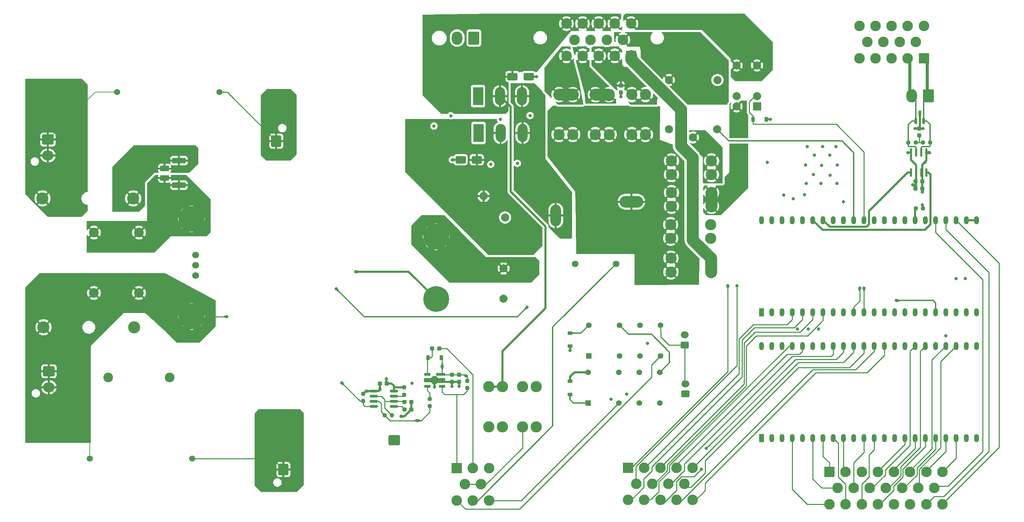
<source format=gtl>
G04 #@! TF.GenerationSoftware,KiCad,Pcbnew,8.0.5*
G04 #@! TF.CreationDate,2025-04-14T13:42:12-04:00*
G04 #@! TF.ProjectId,Big Daddy,42696720-4461-4646-9479-2e6b69636164,rev?*
G04 #@! TF.SameCoordinates,Original*
G04 #@! TF.FileFunction,Copper,L1,Top*
G04 #@! TF.FilePolarity,Positive*
%FSLAX46Y46*%
G04 Gerber Fmt 4.6, Leading zero omitted, Abs format (unit mm)*
G04 Created by KiCad (PCBNEW 8.0.5) date 2025-04-14 13:42:12*
%MOMM*%
%LPD*%
G01*
G04 APERTURE LIST*
G04 Aperture macros list*
%AMRoundRect*
0 Rectangle with rounded corners*
0 $1 Rounding radius*
0 $2 $3 $4 $5 $6 $7 $8 $9 X,Y pos of 4 corners*
0 Add a 4 corners polygon primitive as box body*
4,1,4,$2,$3,$4,$5,$6,$7,$8,$9,$2,$3,0*
0 Add four circle primitives for the rounded corners*
1,1,$1+$1,$2,$3*
1,1,$1+$1,$4,$5*
1,1,$1+$1,$6,$7*
1,1,$1+$1,$8,$9*
0 Add four rect primitives between the rounded corners*
20,1,$1+$1,$2,$3,$4,$5,0*
20,1,$1+$1,$4,$5,$6,$7,0*
20,1,$1+$1,$6,$7,$8,$9,0*
20,1,$1+$1,$8,$9,$2,$3,0*%
%AMFreePoly0*
4,1,13,0.900000,0.500000,2.600000,0.500000,2.600000,-0.500000,0.900000,-0.500000,0.400000,-1.000000,-0.400000,-1.000000,-0.900000,-0.500000,-2.600000,-0.500000,-2.600000,0.500000,-0.900000,0.500000,-0.400000,1.000000,0.400000,1.000000,0.900000,0.500000,0.900000,0.500000,$1*%
G04 Aperture macros list end*
G04 #@! TA.AperFunction,ComponentPad*
%ADD10R,2.625000X2.625000*%
G04 #@! TD*
G04 #@! TA.AperFunction,ComponentPad*
%ADD11C,2.625000*%
G04 #@! TD*
G04 #@! TA.AperFunction,ComponentPad*
%ADD12R,1.200000X2.000000*%
G04 #@! TD*
G04 #@! TA.AperFunction,ComponentPad*
%ADD13O,1.200000X2.000000*%
G04 #@! TD*
G04 #@! TA.AperFunction,SMDPad,CuDef*
%ADD14RoundRect,0.237500X-0.287500X-0.237500X0.287500X-0.237500X0.287500X0.237500X-0.287500X0.237500X0*%
G04 #@! TD*
G04 #@! TA.AperFunction,ComponentPad*
%ADD15RoundRect,0.250000X1.150000X-0.980000X1.150000X0.980000X-1.150000X0.980000X-1.150000X-0.980000X0*%
G04 #@! TD*
G04 #@! TA.AperFunction,SMDPad,CuDef*
%ADD16RoundRect,0.237500X0.300000X0.237500X-0.300000X0.237500X-0.300000X-0.237500X0.300000X-0.237500X0*%
G04 #@! TD*
G04 #@! TA.AperFunction,SMDPad,CuDef*
%ADD17RoundRect,0.225000X-0.225000X-0.375000X0.225000X-0.375000X0.225000X0.375000X-0.225000X0.375000X0*%
G04 #@! TD*
G04 #@! TA.AperFunction,SMDPad,CuDef*
%ADD18RoundRect,0.237500X-0.300000X-0.237500X0.300000X-0.237500X0.300000X0.237500X-0.300000X0.237500X0*%
G04 #@! TD*
G04 #@! TA.AperFunction,ComponentPad*
%ADD19C,2.780000*%
G04 #@! TD*
G04 #@! TA.AperFunction,SMDPad,CuDef*
%ADD20RoundRect,0.250000X1.000000X0.650000X-1.000000X0.650000X-1.000000X-0.650000X1.000000X-0.650000X0*%
G04 #@! TD*
G04 #@! TA.AperFunction,ComponentPad*
%ADD21R,2.500000X4.500000*%
G04 #@! TD*
G04 #@! TA.AperFunction,ComponentPad*
%ADD22O,2.500000X4.500000*%
G04 #@! TD*
G04 #@! TA.AperFunction,SMDPad,CuDef*
%ADD23RoundRect,0.250001X-0.849999X0.462499X-0.849999X-0.462499X0.849999X-0.462499X0.849999X0.462499X0*%
G04 #@! TD*
G04 #@! TA.AperFunction,ComponentPad*
%ADD24R,1.400000X1.400000*%
G04 #@! TD*
G04 #@! TA.AperFunction,ComponentPad*
%ADD25C,1.400000*%
G04 #@! TD*
G04 #@! TA.AperFunction,ComponentPad*
%ADD26C,2.000000*%
G04 #@! TD*
G04 #@! TA.AperFunction,SMDPad,CuDef*
%ADD27RoundRect,0.237500X-0.237500X0.250000X-0.237500X-0.250000X0.237500X-0.250000X0.237500X0.250000X0*%
G04 #@! TD*
G04 #@! TA.AperFunction,ComponentPad*
%ADD28RoundRect,0.250000X-1.150000X0.980000X-1.150000X-0.980000X1.150000X-0.980000X1.150000X0.980000X0*%
G04 #@! TD*
G04 #@! TA.AperFunction,ComponentPad*
%ADD29O,2.800000X2.460000*%
G04 #@! TD*
G04 #@! TA.AperFunction,SMDPad,CuDef*
%ADD30RoundRect,0.041300X0.253700X-0.943700X0.253700X0.943700X-0.253700X0.943700X-0.253700X-0.943700X0*%
G04 #@! TD*
G04 #@! TA.AperFunction,ComponentPad*
%ADD31C,0.800000*%
G04 #@! TD*
G04 #@! TA.AperFunction,ComponentPad*
%ADD32C,6.400000*%
G04 #@! TD*
G04 #@! TA.AperFunction,ComponentPad*
%ADD33C,1.699848*%
G04 #@! TD*
G04 #@! TA.AperFunction,SMDPad,CuDef*
%ADD34RoundRect,0.237500X-0.250000X-0.237500X0.250000X-0.237500X0.250000X0.237500X-0.250000X0.237500X0*%
G04 #@! TD*
G04 #@! TA.AperFunction,ComponentPad*
%ADD35RoundRect,0.250000X0.980000X1.150000X-0.980000X1.150000X-0.980000X-1.150000X0.980000X-1.150000X0*%
G04 #@! TD*
G04 #@! TA.AperFunction,SMDPad,CuDef*
%ADD36R,1.500000X0.700000*%
G04 #@! TD*
G04 #@! TA.AperFunction,SMDPad,CuDef*
%ADD37FreePoly0,0.000000*%
G04 #@! TD*
G04 #@! TA.AperFunction,SMDPad,CuDef*
%ADD38RoundRect,0.150000X0.150000X-0.587500X0.150000X0.587500X-0.150000X0.587500X-0.150000X-0.587500X0*%
G04 #@! TD*
G04 #@! TA.AperFunction,SMDPad,CuDef*
%ADD39RoundRect,0.150000X-0.825000X-0.150000X0.825000X-0.150000X0.825000X0.150000X-0.825000X0.150000X0*%
G04 #@! TD*
G04 #@! TA.AperFunction,SMDPad,CuDef*
%ADD40RoundRect,0.237500X0.237500X-0.300000X0.237500X0.300000X-0.237500X0.300000X-0.237500X-0.300000X0*%
G04 #@! TD*
G04 #@! TA.AperFunction,ComponentPad*
%ADD41RoundRect,0.250000X-1.070000X1.400000X-1.070000X-1.400000X1.070000X-1.400000X1.070000X1.400000X0*%
G04 #@! TD*
G04 #@! TA.AperFunction,ComponentPad*
%ADD42O,2.640000X3.300000*%
G04 #@! TD*
G04 #@! TA.AperFunction,SMDPad,CuDef*
%ADD43RoundRect,0.237500X0.237500X-0.250000X0.237500X0.250000X-0.237500X0.250000X-0.237500X-0.250000X0*%
G04 #@! TD*
G04 #@! TA.AperFunction,ComponentPad*
%ADD44RoundRect,0.250000X-0.980000X-1.150000X0.980000X-1.150000X0.980000X1.150000X-0.980000X1.150000X0*%
G04 #@! TD*
G04 #@! TA.AperFunction,ComponentPad*
%ADD45C,2.400000*%
G04 #@! TD*
G04 #@! TA.AperFunction,ComponentPad*
%ADD46C,1.524000*%
G04 #@! TD*
G04 #@! TA.AperFunction,ComponentPad*
%ADD47R,2.000000X2.000000*%
G04 #@! TD*
G04 #@! TA.AperFunction,SMDPad,CuDef*
%ADD48RoundRect,0.225000X0.375000X-0.225000X0.375000X0.225000X-0.375000X0.225000X-0.375000X-0.225000X0*%
G04 #@! TD*
G04 #@! TA.AperFunction,ComponentPad*
%ADD49O,2.400000X2.400000*%
G04 #@! TD*
G04 #@! TA.AperFunction,ComponentPad*
%ADD50C,3.000000*%
G04 #@! TD*
G04 #@! TA.AperFunction,SMDPad,CuDef*
%ADD51RoundRect,0.237500X-0.237500X0.300000X-0.237500X-0.300000X0.237500X-0.300000X0.237500X0.300000X0*%
G04 #@! TD*
G04 #@! TA.AperFunction,ComponentPad*
%ADD52RoundRect,0.250000X0.750000X-0.600000X0.750000X0.600000X-0.750000X0.600000X-0.750000X-0.600000X0*%
G04 #@! TD*
G04 #@! TA.AperFunction,ComponentPad*
%ADD53O,2.000000X1.700000*%
G04 #@! TD*
G04 #@! TA.AperFunction,SMDPad,CuDef*
%ADD54RoundRect,0.225000X-0.375000X0.225000X-0.375000X-0.225000X0.375000X-0.225000X0.375000X0.225000X0*%
G04 #@! TD*
G04 #@! TA.AperFunction,SMDPad,CuDef*
%ADD55RoundRect,0.250000X-1.000000X-0.650000X1.000000X-0.650000X1.000000X0.650000X-1.000000X0.650000X0*%
G04 #@! TD*
G04 #@! TA.AperFunction,SMDPad,CuDef*
%ADD56RoundRect,0.225000X0.225000X0.375000X-0.225000X0.375000X-0.225000X-0.375000X0.225000X-0.375000X0*%
G04 #@! TD*
G04 #@! TA.AperFunction,SMDPad,CuDef*
%ADD57RoundRect,0.249999X1.425001X-0.450001X1.425001X0.450001X-1.425001X0.450001X-1.425001X-0.450001X0*%
G04 #@! TD*
G04 #@! TA.AperFunction,ComponentPad*
%ADD58C,1.635000*%
G04 #@! TD*
G04 #@! TA.AperFunction,ComponentPad*
%ADD59O,2.670000X5.340000*%
G04 #@! TD*
G04 #@! TA.AperFunction,ComponentPad*
%ADD60O,5.850000X2.925000*%
G04 #@! TD*
G04 #@! TA.AperFunction,ViaPad*
%ADD61C,0.800000*%
G04 #@! TD*
G04 #@! TA.AperFunction,Conductor*
%ADD62C,0.250000*%
G04 #@! TD*
G04 #@! TA.AperFunction,Conductor*
%ADD63C,0.500000*%
G04 #@! TD*
G04 #@! TA.AperFunction,Conductor*
%ADD64C,0.750000*%
G04 #@! TD*
G04 #@! TA.AperFunction,Conductor*
%ADD65C,0.200000*%
G04 #@! TD*
G04 #@! TA.AperFunction,Conductor*
%ADD66C,0.300000*%
G04 #@! TD*
G04 #@! TA.AperFunction,Conductor*
%ADD67C,3.000000*%
G04 #@! TD*
G04 #@! TA.AperFunction,Conductor*
%ADD68C,0.350000*%
G04 #@! TD*
G04 APERTURE END LIST*
D10*
G04 #@! TO.P,J13,1,Pin_1*
G04 #@! TO.N,/Connectors/PUMP_TEMP_IN*
X212500000Y-174500000D03*
D11*
G04 #@! TO.P,J13,2,Pin_2*
G04 #@! TO.N,/Connectors/Pedal_0*
X216500000Y-174500000D03*
G04 #@! TO.P,J13,3,Pin_3*
G04 #@! TO.N,/Connectors/FBrake*
X220500000Y-174500000D03*
G04 #@! TO.P,J13,4,Pin_4*
G04 #@! TO.N,/Connectors/BL_STRAIN1*
X224500000Y-174500000D03*
G04 #@! TO.P,J13,5,Pin_5*
G04 #@! TO.N,/Connectors/IMU_TX*
X228500000Y-174500000D03*
G04 #@! TO.P,J13,6,Pin_6*
G04 #@! TO.N,/Connectors/PUMP_TEMP_OUT*
X214500000Y-178500000D03*
G04 #@! TO.P,J13,7,Pin_7*
G04 #@! TO.N,/Connectors/RBrake*
X218500000Y-178500000D03*
G04 #@! TO.P,J13,8,Pin_8*
G04 #@! TO.N,/Connectors/GPS_TX*
X222500000Y-178500000D03*
G04 #@! TO.P,J13,9,Pin_9*
G04 #@! TO.N,/Connectors/IMU_RX*
X226500000Y-178500000D03*
G04 #@! TO.P,J13,10,Pin_10*
G04 #@! TO.N,/Connectors/Pedal_1*
X212500000Y-182500000D03*
G04 #@! TO.P,J13,11,Pin_11*
G04 #@! TO.N,/Connectors/BL_STRAIN0*
X216500000Y-182500000D03*
G04 #@! TO.P,J13,12,Pin_12*
G04 #@! TO.N,/Connectors/GPS_RX*
X220500000Y-182500000D03*
G04 #@! TO.P,J13,13,Pin_13*
G04 #@! TO.N,/Connectors/LoRa_TX*
X224500000Y-182500000D03*
G04 #@! TO.P,J13,14,Pin_14*
G04 #@! TO.N,/Connectors/LoRa_RX*
X228500000Y-182500000D03*
G04 #@! TD*
D12*
G04 #@! TO.P,U2,1,3V3*
G04 #@! TO.N,VDD*
X245618000Y-135890000D03*
D13*
G04 #@! TO.P,U2,2,3V3*
X248158000Y-135890000D03*
G04 #@! TO.P,U2,3,CHIP_PU*
G04 #@! TO.N,unconnected-(U2-CHIP_PU-Pad3)*
X250698000Y-135890000D03*
G04 #@! TO.P,U2,4,GPIO4/ADC1_CH3*
G04 #@! TO.N,/Connectors/Pedal_0*
X253238000Y-135890000D03*
G04 #@! TO.P,U2,5,GPIO5/ADC1_CH4*
G04 #@! TO.N,/Connectors/Pedal_1*
X255778000Y-135890000D03*
G04 #@! TO.P,U2,6,GPIO6/ADC1_CH5*
G04 #@! TO.N,/Connectors/FBrake*
X258318000Y-135890000D03*
G04 #@! TO.P,U2,7,GPIO7/ADC1_CH6*
G04 #@! TO.N,/Connectors/RBrake*
X260858000Y-135890000D03*
G04 #@! TO.P,U2,8,GPIO15/ADC2_CH4/32K_P*
G04 #@! TO.N,/Latching/BMS_IND*
X263398000Y-135890000D03*
G04 #@! TO.P,U2,9,GPIO16/ADC2_CH5/32K_N*
G04 #@! TO.N,/Latching/IMD_IND*
X265938000Y-135890000D03*
G04 #@! TO.P,U2,10,GPIO17/ADC2_CH6*
G04 #@! TO.N,/Connectors/Coast_Regen*
X268478000Y-135890000D03*
G04 #@! TO.P,U2,11,GPIO18/ADC2_CH7*
G04 #@! TO.N,/Connectors/Brake_Regen*
X271018000Y-135890000D03*
G04 #@! TO.P,U2,12,GPIO8/ADC1_CH7*
G04 #@! TO.N,/Microcontrolller/Traction_Toggle*
X273558000Y-135890000D03*
G04 #@! TO.P,U2,13,GPIO3/ADC1_CH2*
G04 #@! TO.N,unconnected-(U2-GPIO3{slash}ADC1_CH2-Pad13)*
X276098000Y-135890000D03*
G04 #@! TO.P,U2,14,GPIO46*
G04 #@! TO.N,unconnected-(U2-GPIO46-Pad14)*
X278638000Y-135890000D03*
G04 #@! TO.P,U2,15,GPIO9/ADC1_CH8*
G04 #@! TO.N,Net-(U2-GPIO9{slash}ADC1_CH8)*
X281178000Y-135890000D03*
G04 #@! TO.P,U2,16,GPIO10/ADC1_CH9*
G04 #@! TO.N,Net-(U2-GPIO10{slash}ADC1_CH9)*
X283718000Y-135890000D03*
G04 #@! TO.P,U2,17,GPIO11/ADC2_CH0*
G04 #@! TO.N,Net-(U2-GPIO11{slash}ADC2_CH0)*
X286258000Y-135890000D03*
G04 #@! TO.P,U2,18,GPIO12/ADC2_CH1*
G04 #@! TO.N,/High Voltage/Vicor_Fault*
X288798000Y-135890000D03*
G04 #@! TO.P,U2,19,GPIO13/ADC2_CH2*
G04 #@! TO.N,/High Voltage/Vicor_Enable*
X291338000Y-135890000D03*
G04 #@! TO.P,U2,20,GPIO14/ADC2_CH3*
G04 #@! TO.N,/Microcontrolller/RTD_BUZZER*
X293875280Y-135893680D03*
G04 #@! TO.P,U2,21,5V*
G04 #@! TO.N,unconnected-(U2-5V-Pad21)*
X296415280Y-135893680D03*
G04 #@! TO.P,U2,22,GND*
G04 #@! TO.N,GND*
X298955280Y-135893680D03*
G04 #@! TO.P,U2,23,GND*
X298958000Y-113030000D03*
G04 #@! TO.P,U2,24,GND*
X296418000Y-113030000D03*
G04 #@! TO.P,U2,25,GPIO19/USB_D-*
G04 #@! TO.N,/Connectors/BL_SPEED*
X293878000Y-113030000D03*
G04 #@! TO.P,U2,26,GPIO20/USB_D+*
G04 #@! TO.N,/Connectors/BR_SPEED*
X291338000Y-113030000D03*
G04 #@! TO.P,U2,27,GPIO21*
G04 #@! TO.N,/Connectors/FL_SPEED*
X288798000Y-113030000D03*
G04 #@! TO.P,U2,28,GPIO47*
G04 #@! TO.N,/Connectors/FR_SPEED*
X286258000Y-113030000D03*
G04 #@! TO.P,U2,29,GPIO48*
G04 #@! TO.N,/Connectors/START_BTTN*
X283718000Y-113030000D03*
G04 #@! TO.P,U2,30,GPIO45*
G04 #@! TO.N,unconnected-(U2-GPIO45-Pad30)*
X281178000Y-113030000D03*
G04 #@! TO.P,U2,31,GPIO0*
G04 #@! TO.N,unconnected-(U2-GPIO0-Pad31)*
X278638000Y-113030000D03*
G04 #@! TO.P,U2,32,GPIO35*
G04 #@! TO.N,/Microcontrolller/SCL*
X276098000Y-113030000D03*
G04 #@! TO.P,U2,33,GPIO36*
G04 #@! TO.N,/Microcontrolller/SDA*
X273558000Y-113030000D03*
G04 #@! TO.P,U2,34,GPIO37*
G04 #@! TO.N,/Cooling/Brake_SIG_Out*
X271018000Y-113030000D03*
G04 #@! TO.P,U2,35,GPIO38*
G04 #@! TO.N,/Cooling/Fan_SIG_Out*
X268478000Y-113030000D03*
G04 #@! TO.P,U2,36,GPIO39/MTCK*
G04 #@! TO.N,Net-(U2-GPIO39{slash}MTCK)*
X265938000Y-113030000D03*
G04 #@! TO.P,U2,37,GPIO40/MTDO*
G04 #@! TO.N,/Connectors/DRIVE_MODE_BTTN*
X263398000Y-113030000D03*
G04 #@! TO.P,U2,38,GPIO41/MTDI*
G04 #@! TO.N,/Microcontrolller/CAN_TX*
X260858000Y-113030000D03*
G04 #@! TO.P,U2,39,GPIO42/MTMS*
G04 #@! TO.N,/Microcontrolller/CAN_RX*
X258318000Y-113030000D03*
G04 #@! TO.P,U2,40,GPIO2/ADC1_CH1*
G04 #@! TO.N,/Connectors/PUMP_TEMP_OUT*
X255778000Y-113030000D03*
G04 #@! TO.P,U2,41,GPIO1/ADC1_CH0*
G04 #@! TO.N,/Connectors/PUMP_TEMP_IN*
X253238000Y-113030000D03*
G04 #@! TO.P,U2,42,GPIO44/U0RXD*
G04 #@! TO.N,unconnected-(U2-GPIO44{slash}U0RXD-Pad42)*
X250698000Y-113030000D03*
G04 #@! TO.P,U2,43,GPIO43/U0TXD*
G04 #@! TO.N,unconnected-(U2-GPIO43{slash}U0TXD-Pad43)*
X248158000Y-113030000D03*
G04 #@! TO.P,U2,44,GND*
G04 #@! TO.N,GND*
X245618000Y-113030000D03*
G04 #@! TD*
D14*
G04 #@! TO.P,L1,1,1*
G04 #@! TO.N,Net-(D9-A)*
X163899000Y-144936500D03*
G04 #@! TO.P,L1,2,2*
G04 #@! TO.N,/Connectors/TSAL_GND*
X165649000Y-144936500D03*
G04 #@! TD*
D15*
G04 #@! TO.P,J5,1,Pin_1*
G04 #@! TO.N,GND*
X154484000Y-167664000D03*
G04 #@! TD*
D16*
G04 #@! TO.P,C1,1*
G04 #@! TO.N,VDD*
X285469500Y-103378000D03*
G04 #@! TO.P,C1,2*
G04 #@! TO.N,GND*
X283744500Y-103378000D03*
G04 #@! TD*
D17*
G04 #@! TO.P,D8,1,K*
G04 #@! TO.N,/Cooling/Brake_SIG_Out*
X243460000Y-88011000D03*
G04 #@! TO.P,D8,2,A*
G04 #@! TO.N,GND*
X246760000Y-88011000D03*
G04 #@! TD*
D18*
G04 #@! TO.P,C11,1*
G04 #@! TO.N,/High Voltage/TSAL/pass*
X157025000Y-158224000D03*
G04 #@! TO.P,C11,2*
G04 #@! TO.N,GND*
X158750000Y-158224000D03*
G04 #@! TD*
D16*
G04 #@! TO.P,C2,1*
G04 #@! TO.N,VDD*
X285469500Y-105156000D03*
G04 #@! TO.P,C2,2*
G04 #@! TO.N,GND*
X283744500Y-105156000D03*
G04 #@! TD*
D19*
G04 #@! TO.P,F2,1*
G04 #@! TO.N,+12V*
X195368000Y-91776000D03*
X198768000Y-91776000D03*
G04 #@! TO.P,F2,2*
G04 #@! TO.N,/Connectors/RINE_12V*
X195368000Y-81856000D03*
X198768000Y-81856000D03*
G04 #@! TD*
D20*
G04 #@! TO.P,D11,1,K*
G04 #@! TO.N,/Fusing/Vicor_In*
X174974000Y-98044000D03*
G04 #@! TO.P,D11,2,A*
G04 #@! TO.N,GND*
X170974000Y-98044000D03*
G04 #@! TD*
D21*
G04 #@! TO.P,Q3,1,G*
G04 #@! TO.N,Net-(Q3-G)*
X175280000Y-82244000D03*
D22*
G04 #@! TO.P,Q3,2,D*
G04 #@! TO.N,/Connectors/Batt_12_IN*
X180730000Y-82244000D03*
G04 #@! TO.P,Q3,3,S*
G04 #@! TO.N,/Fusing/12_prefuse*
X186180000Y-82244000D03*
G04 #@! TD*
D23*
G04 #@! TO.P,L2,1*
G04 #@! TO.N,/High Voltage/DCDC/HV+*
X97536000Y-100239000D03*
G04 #@! TO.P,L2,2*
G04 #@! TO.N,Net-(U8-+IN)*
X97536000Y-102564000D03*
G04 #@! TD*
D19*
G04 #@! TO.P,F5,1*
G04 #@! TO.N,+12V*
X223266000Y-98324000D03*
X223266000Y-101724000D03*
G04 #@! TO.P,F5,2*
G04 #@! TO.N,/Cooling/FAN_12V*
X233186000Y-98324000D03*
X233186000Y-101724000D03*
G04 #@! TD*
D24*
G04 #@! TO.P,K3,1*
G04 #@! TO.N,/Latching/IMD_SWITCH*
X202574000Y-158448500D03*
D25*
G04 #@! TO.P,K3,4*
G04 #@! TO.N,/Connectors/IMD_FAULT_SIG*
X210194000Y-158448500D03*
G04 #@! TO.P,K3,6*
G04 #@! TO.N,unconnected-(K3-Pad6)*
X215274000Y-158448500D03*
G04 #@! TO.P,K3,8*
G04 #@! TO.N,/Latching/IMD_SWITCH*
X220354000Y-158448500D03*
G04 #@! TO.P,K3,9*
G04 #@! TO.N,Net-(K2-Pad13)*
X220354000Y-150828500D03*
G04 #@! TO.P,K3,11*
G04 #@! TO.N,unconnected-(K3-Pad11)*
X215274000Y-150828500D03*
G04 #@! TO.P,K3,13*
G04 #@! TO.N,/Fusing/LOOP_OUT*
X210194000Y-150828500D03*
G04 #@! TO.P,K3,16*
G04 #@! TO.N,GND*
X202574000Y-150828500D03*
G04 #@! TD*
D26*
G04 #@! TO.P,C16,1*
G04 #@! TO.N,Net-(U8-+OUT)*
X181610000Y-125028000D03*
G04 #@! TO.P,C16,2*
G04 #@! TO.N,GND*
X181610000Y-132528000D03*
G04 #@! TD*
D27*
G04 #@! TO.P,R30,1*
G04 #@! TO.N,INT_12V*
X172648000Y-152914000D03*
G04 #@! TO.P,R30,2*
G04 #@! TO.N,/Connectors/TSAL_PWR*
X172648000Y-154739000D03*
G04 #@! TD*
D10*
G04 #@! TO.P,J9,1,Pin_1*
G04 #@! TO.N,/Connectors/TSAL_PWR*
X169990000Y-174622000D03*
D11*
G04 #@! TO.P,J9,2,Pin_2*
G04 #@! TO.N,/Connectors/TSAL_GND*
X173990000Y-174622000D03*
G04 #@! TO.P,J9,3,Pin_3*
G04 #@! TO.N,/Connectors/BRB_LOOP*
X177990000Y-174622000D03*
G04 #@! TO.P,J9,4,Pin_4*
G04 #@! TO.N,/Connectors/SSOK*
X171990000Y-178622000D03*
G04 #@! TO.P,J9,5,Pin_5*
X175990000Y-178622000D03*
G04 #@! TO.P,J9,6,Pin_6*
G04 #@! TO.N,/Connectors/BMS_FAULT_SIG*
X169990000Y-182622000D03*
G04 #@! TO.P,J9,7,Pin_7*
G04 #@! TO.N,/Connectors/BRB_RTN*
X173990000Y-182622000D03*
G04 #@! TO.P,J9,8,Pin_8*
G04 #@! TO.N,/Connectors/IMD_FAULT_SIG*
X177990000Y-182622000D03*
G04 #@! TD*
D19*
G04 #@! TO.P,F6,1*
G04 #@! TO.N,+12V*
X223266000Y-106198000D03*
X223266000Y-109598000D03*
G04 #@! TO.P,F6,2*
G04 #@! TO.N,/Cooling/BRAKE_12V*
X233186000Y-106198000D03*
X233186000Y-109598000D03*
G04 #@! TD*
D28*
G04 #@! TO.P,J3,1,Pin_1*
G04 #@! TO.N,/High Voltage/TSAL/HV+*
X68580000Y-93016000D03*
D29*
G04 #@! TO.P,J3,2,Pin_2*
X68580000Y-96976000D03*
G04 #@! TD*
D10*
G04 #@! TO.P,J8,1,Pin_1*
G04 #@! TO.N,/Connectors/BMS_FAN_PWR_OUT*
X213210000Y-72242500D03*
D11*
G04 #@! TO.P,J8,2,Pin_2*
G04 #@! TO.N,/Connectors/PUMP_12V*
X209210000Y-72242500D03*
G04 #@! TO.P,J8,3,Pin_3*
X205210000Y-72242500D03*
G04 #@! TO.P,J8,4,Pin_4*
G04 #@! TO.N,/Connectors/BMS_12V*
X201210000Y-72242500D03*
G04 #@! TO.P,J8,5,Pin_5*
G04 #@! TO.N,/Connectors/RINE_12V*
X197210000Y-72242500D03*
G04 #@! TO.P,J8,6,Pin_6*
G04 #@! TO.N,/Connectors/FAN_PWR_OUT*
X211210000Y-68242500D03*
G04 #@! TO.P,J8,7,Pin_7*
G04 #@! TO.N,GND*
X207210000Y-68242500D03*
G04 #@! TO.P,J8,8,Pin_8*
X203210000Y-68242500D03*
G04 #@! TO.P,J8,9,Pin_9*
X199210000Y-68242500D03*
G04 #@! TO.P,J8,10,Pin_10*
G04 #@! TO.N,/Connectors/BRAKE_PWR_OUT*
X213210000Y-64242500D03*
G04 #@! TO.P,J8,11,Pin_11*
G04 #@! TO.N,/Connectors/Batt_12_IN*
X209210000Y-64242500D03*
G04 #@! TO.P,J8,12,Pin_12*
X205210000Y-64242500D03*
G04 #@! TO.P,J8,13,Pin_13*
X201210000Y-64242500D03*
G04 #@! TO.P,J8,14,Pin_14*
X197210000Y-64242500D03*
G04 #@! TD*
D30*
G04 #@! TO.P,U1,1,TXD*
G04 #@! TO.N,/Microcontrolller/CAN_TX*
X282702000Y-101204900D03*
G04 #@! TO.P,U1,2,GND*
G04 #@! TO.N,GND*
X283972000Y-101204900D03*
G04 #@! TO.P,U1,3,VDD*
G04 #@! TO.N,VDD*
X285242000Y-101204900D03*
G04 #@! TO.P,U1,4,RXD*
G04 #@! TO.N,/Microcontrolller/CAN_RX*
X286512000Y-101204900D03*
G04 #@! TO.P,U1,5,VL*
G04 #@! TO.N,VDD*
X286512000Y-96254900D03*
G04 #@! TO.P,U1,6,CANL*
G04 #@! TO.N,/Connectors/CAN_L*
X285242000Y-96254900D03*
G04 #@! TO.P,U1,7,CANH*
G04 #@! TO.N,/Connectors/CAN_H*
X283972000Y-96254900D03*
G04 #@! TO.P,U1,8,STBY*
G04 #@! TO.N,GND*
X282702000Y-96254900D03*
G04 #@! TD*
D31*
G04 #@! TO.P,U8,1,+IN*
G04 #@! TO.N,Net-(U8-+IN)*
X101756100Y-112721900D03*
X102462851Y-111015651D03*
X102462851Y-114428149D03*
X104169100Y-110308900D03*
D32*
X104169100Y-112721900D03*
D31*
X104169100Y-115134900D03*
X105875349Y-111015651D03*
X105875349Y-114428149D03*
X106582100Y-112721900D03*
D33*
G04 #@! TO.P,U8,2,TR*
G04 #@! TO.N,/High Voltage/DCDC/TRIM_HV*
X105185100Y-121738900D03*
G04 #@! TO.P,U8,3,EN*
G04 #@! TO.N,/High Voltage/DCDC/EN_HV*
X105185100Y-124278900D03*
G04 #@! TO.P,U8,4,FT*
G04 #@! TO.N,/High Voltage/DCDC/FAULT_HV*
X105185100Y-126818900D03*
D31*
G04 #@! TO.P,U8,5,-IN*
G04 #@! TO.N,/High Voltage/DCDC/HV-*
X101801820Y-137024620D03*
X102476242Y-135304980D03*
X102540900Y-138717478D03*
X104169100Y-134565900D03*
D32*
X104214820Y-136978900D03*
D31*
X104260540Y-139391900D03*
X105888740Y-135240322D03*
X105953398Y-138652820D03*
X106627820Y-136933180D03*
G04 #@! TO.P,U8,8,-OUT*
G04 #@! TO.N,GND*
X162462100Y-132660900D03*
X163168851Y-130954651D03*
X163168851Y-134367149D03*
X164875100Y-130247900D03*
D32*
X164875100Y-132660900D03*
D31*
X164875100Y-135073900D03*
X166581349Y-130954651D03*
X166581349Y-134367149D03*
X167288100Y-132660900D03*
G04 #@! TO.P,U8,9,+OUT*
G04 #@! TO.N,Net-(U8-+OUT)*
X162462100Y-117166900D03*
X163168851Y-115460651D03*
X163168851Y-118873149D03*
X164875100Y-114753900D03*
D32*
X164875100Y-117166900D03*
D31*
X164875100Y-119579900D03*
X166581349Y-115460651D03*
X166581349Y-118873149D03*
X167288100Y-117166900D03*
G04 #@! TD*
D34*
G04 #@! TO.P,R27,1*
G04 #@! TO.N,/High Voltage/TSAL/555_OUT*
X152099000Y-161470500D03*
G04 #@! TO.P,R27,2*
G04 #@! TO.N,/High Voltage/TSAL/pass*
X153924000Y-161470500D03*
G04 #@! TD*
D35*
G04 #@! TO.P,J6,1,Pin_1*
G04 #@! TO.N,Net-(J6-Pin_1)*
X125222000Y-93420000D03*
G04 #@! TD*
D36*
G04 #@! TO.P,U7,1,LX*
G04 #@! TO.N,Net-(D9-A)*
X162670000Y-151310500D03*
D37*
G04 #@! TO.P,U7,2,GND*
G04 #@! TO.N,GND*
X164520000Y-152810500D03*
D36*
G04 #@! TO.P,U7,3,ADJ*
G04 #@! TO.N,Net-(U7-ADJ)*
X162670000Y-154310500D03*
G04 #@! TO.P,U7,4,ISENSE*
G04 #@! TO.N,/Connectors/TSAL_PWR*
X166370000Y-154310500D03*
G04 #@! TO.P,U7,5,VIN*
G04 #@! TO.N,INT_12V*
X166370000Y-151310500D03*
G04 #@! TD*
D19*
G04 #@! TO.P,F7,1*
G04 #@! TO.N,+12V*
X223132000Y-122506000D03*
X223132000Y-125906000D03*
G04 #@! TO.P,F7,2*
G04 #@! TO.N,/Connectors/BMS_FAN_PWR_OUT*
X233052000Y-122506000D03*
X233052000Y-125906000D03*
G04 #@! TD*
D38*
G04 #@! TO.P,D1,1,K*
G04 #@! TO.N,/Connectors/CAN_H*
X283898000Y-88439500D03*
G04 #@! TO.P,D1,2,K*
G04 #@! TO.N,/Connectors/CAN_L*
X285798000Y-88439500D03*
G04 #@! TO.P,D1,3,A*
G04 #@! TO.N,GND*
X284848000Y-86564500D03*
G04 #@! TD*
D34*
G04 #@! TO.P,R10,1*
G04 #@! TO.N,/Connectors/CAN_H*
X282007000Y-93726000D03*
G04 #@! TO.P,R10,2*
G04 #@! TO.N,Net-(C3-Pad1)*
X283832000Y-93726000D03*
G04 #@! TD*
D16*
G04 #@! TO.P,C10,1*
G04 #@! TO.N,VDD*
X152654000Y-153596500D03*
G04 #@! TO.P,C10,2*
G04 #@! TO.N,GND*
X150929000Y-153596500D03*
G04 #@! TD*
D39*
G04 #@! TO.P,U6,1,GND*
G04 #@! TO.N,GND*
X149417000Y-155501500D03*
G04 #@! TO.P,U6,2,TR*
G04 #@! TO.N,/High Voltage/TSAL/pass*
X149417000Y-156771500D03*
G04 #@! TO.P,U6,3,Q*
G04 #@! TO.N,/High Voltage/TSAL/555_OUT*
X149417000Y-158041500D03*
G04 #@! TO.P,U6,4,R*
G04 #@! TO.N,/High Voltage/TSAL/HV_ON*
X149417000Y-159311500D03*
G04 #@! TO.P,U6,5,CV*
G04 #@! TO.N,Net-(U6-CV)*
X154367000Y-159311500D03*
G04 #@! TO.P,U6,6,THR*
G04 #@! TO.N,/High Voltage/TSAL/pass*
X154367000Y-158041500D03*
G04 #@! TO.P,U6,7,DIS*
G04 #@! TO.N,Net-(U6-DIS)*
X154367000Y-156771500D03*
G04 #@! TO.P,U6,8,VCC*
G04 #@! TO.N,VDD*
X154367000Y-155501500D03*
G04 #@! TD*
D40*
G04 #@! TO.P,C12,1*
G04 #@! TO.N,GND*
X168838000Y-153165000D03*
G04 #@! TO.P,C12,2*
G04 #@! TO.N,INT_12V*
X168838000Y-151440000D03*
G04 #@! TD*
D41*
G04 #@! TO.P,J10,1,Pin_1*
G04 #@! TO.N,/Connectors/CAN_L*
X286982000Y-82168000D03*
D42*
G04 #@! TO.P,J10,2,Pin_2*
G04 #@! TO.N,/Connectors/CAN_H*
X282842000Y-82168000D03*
G04 #@! TD*
D43*
G04 #@! TO.P,R29,1*
G04 #@! TO.N,/High Voltage/TSAL/555_OUT*
X163322000Y-159231500D03*
G04 #@! TO.P,R29,2*
G04 #@! TO.N,Net-(U7-ADJ)*
X163322000Y-157406500D03*
G04 #@! TD*
D40*
G04 #@! TO.P,C3,1*
G04 #@! TO.N,Net-(C3-Pad1)*
X284734000Y-92021000D03*
G04 #@! TO.P,C3,2*
G04 #@! TO.N,GND*
X284734000Y-90296000D03*
G04 #@! TD*
D18*
G04 #@! TO.P,C9,1*
G04 #@! TO.N,Net-(U6-CV)*
X157025000Y-160050000D03*
G04 #@! TO.P,C9,2*
G04 #@! TO.N,GND*
X158750000Y-160050000D03*
G04 #@! TD*
D44*
G04 #@! TO.P,J7,1,Pin_1*
G04 #@! TO.N,Net-(J7-Pin_1)*
X127000000Y-174954000D03*
G04 #@! TD*
D45*
G04 #@! TO.P,C15,1*
G04 #@! TO.N,Net-(U8-+IN)*
X80010000Y-116112000D03*
G04 #@! TO.P,C15,2*
G04 #@! TO.N,/High Voltage/DCDC/HV-*
X80010000Y-131112000D03*
G04 #@! TD*
D46*
G04 #@! TO.P,R32,1*
G04 #@! TO.N,/High Voltage/TSAL/HV+*
X85700000Y-81250000D03*
G04 #@! TO.P,R32,2*
G04 #@! TO.N,Net-(J6-Pin_1)*
X111100000Y-81250000D03*
G04 #@! TD*
D47*
G04 #@! TO.P,K5,1*
G04 #@! TO.N,unconnected-(K5-Pad1)*
X244484000Y-84784000D03*
D26*
G04 #@! TO.P,K5,2*
G04 #@! TO.N,/Cooling/Brake_SIG_Out*
X244484000Y-82244000D03*
G04 #@! TO.P,K5,5*
G04 #@! TO.N,/Connectors/BRAKE_PWR_OUT*
X244484000Y-74624000D03*
G04 #@! TO.P,K5,6*
X239404000Y-74624000D03*
G04 #@! TO.P,K5,9*
G04 #@! TO.N,GND*
X239404000Y-82244000D03*
G04 #@! TO.P,K5,10*
G04 #@! TO.N,/Cooling/BRAKE_12V*
X239404000Y-84784000D03*
G04 #@! TD*
D34*
G04 #@! TO.P,R9,1*
G04 #@! TO.N,/Connectors/START_BTTN*
X283821500Y-110109000D03*
G04 #@! TO.P,R9,2*
G04 #@! TO.N,GND*
X285646500Y-110109000D03*
G04 #@! TD*
D19*
G04 #@! TO.P,F1,1*
G04 #@! TO.N,+12V*
X223062000Y-114150000D03*
X223062000Y-117550000D03*
G04 #@! TO.P,F1,2*
G04 #@! TO.N,INT_12V*
X232982000Y-114150000D03*
X232982000Y-117550000D03*
G04 #@! TD*
D10*
G04 #@! TO.P,J11,1,Pin_1*
G04 #@! TO.N,/Connectors/FR_STRAIN1*
X262446000Y-175568500D03*
D11*
G04 #@! TO.P,J11,2,Pin_2*
G04 #@! TO.N,/Connectors/FL_TEMP*
X266446000Y-175568500D03*
G04 #@! TO.P,J11,3,Pin_3*
G04 #@! TO.N,GND*
X270446000Y-175568500D03*
G04 #@! TO.P,J11,4,Pin_4*
G04 #@! TO.N,/Connectors/BR_SUS*
X274446000Y-175568500D03*
G04 #@! TO.P,J11,5,Pin_5*
G04 #@! TO.N,/Connectors/BR_TEMP*
X278446000Y-175568500D03*
G04 #@! TO.P,J11,6,Pin_6*
G04 #@! TO.N,/Connectors/STEERING*
X282446000Y-175568500D03*
G04 #@! TO.P,J11,7,Pin_7*
G04 #@! TO.N,/Connectors/BL_SUS*
X286446000Y-175568500D03*
G04 #@! TO.P,J11,8,Pin_8*
G04 #@! TO.N,/Connectors/BL_TEMP*
X290446000Y-175568500D03*
G04 #@! TO.P,J11,9,Pin_9*
G04 #@! TO.N,/Connectors/FR_STRAIN0*
X264446000Y-179568500D03*
G04 #@! TO.P,J11,10,Pin_10*
G04 #@! TO.N,/Connectors/FL_STRAIN0*
X268446000Y-179568500D03*
G04 #@! TO.P,J11,11,Pin_11*
G04 #@! TO.N,/Connectors/RPi_TX*
X272446000Y-179568500D03*
G04 #@! TO.P,J11,12,Pin_12*
G04 #@! TO.N,/Connectors/RPi_RX*
X276446000Y-179568500D03*
G04 #@! TO.P,J11,13,Pin_13*
G04 #@! TO.N,/Connectors/BR_STRAIN1*
X280446000Y-179568500D03*
G04 #@! TO.P,J11,14,Pin_14*
G04 #@! TO.N,/Connectors/FR_TEMP*
X284446000Y-179568500D03*
G04 #@! TO.P,J11,15,Pin_15*
G04 #@! TO.N,/Connectors/FL_SPEED*
X288446000Y-179568500D03*
G04 #@! TO.P,J11,16,Pin_16*
G04 #@! TO.N,/Connectors/FR_SUS*
X262446000Y-183568500D03*
G04 #@! TO.P,J11,17,Pin_17*
G04 #@! TO.N,/Connectors/FL_SUS*
X266446000Y-183568500D03*
G04 #@! TO.P,J11,18,Pin_18*
G04 #@! TO.N,/Connectors/FL_STRAIN1*
X270446000Y-183568500D03*
G04 #@! TO.P,J11,19,Pin_19*
G04 #@! TO.N,/Connectors/BR_STRAIN0*
X274446000Y-183568500D03*
G04 #@! TO.P,J11,20,Pin_20*
G04 #@! TO.N,GND*
X278446000Y-183568500D03*
G04 #@! TO.P,J11,21,Pin_21*
G04 #@! TO.N,/Connectors/FR_SPEED*
X282446000Y-183568500D03*
G04 #@! TO.P,J11,22,Pin_22*
G04 #@! TO.N,/Connectors/BR_SPEED*
X286446000Y-183568500D03*
G04 #@! TO.P,J11,23,Pin_23*
G04 #@! TO.N,/Connectors/BL_SPEED*
X290446000Y-183568500D03*
G04 #@! TD*
D24*
G04 #@! TO.P,K2,1*
G04 #@! TO.N,GND*
X202724500Y-146764500D03*
D25*
G04 #@! TO.P,K2,4*
G04 #@! TO.N,/Latching/BMS_Switch*
X210344500Y-146764500D03*
G04 #@! TO.P,K2,6*
G04 #@! TO.N,unconnected-(K2-Pad6)*
X215424500Y-146764500D03*
G04 #@! TO.P,K2,8*
G04 #@! TO.N,/Connectors/BMS_FAULT_SIG*
X220504500Y-146764500D03*
G04 #@! TO.P,K2,9*
G04 #@! TO.N,INT_12V*
X220504500Y-139144500D03*
G04 #@! TO.P,K2,11*
G04 #@! TO.N,unconnected-(K2-Pad11)*
X215424500Y-139144500D03*
G04 #@! TO.P,K2,13*
G04 #@! TO.N,Net-(K2-Pad13)*
X210344500Y-139144500D03*
G04 #@! TO.P,K2,16*
G04 #@! TO.N,/Latching/BMS_Switch*
X202724500Y-139144500D03*
G04 #@! TD*
D40*
G04 #@! TO.P,C13,1*
G04 #@! TO.N,GND*
X170616000Y-153165000D03*
G04 #@! TO.P,C13,2*
G04 #@! TO.N,INT_12V*
X170616000Y-151440000D03*
G04 #@! TD*
D19*
G04 #@! TO.P,F10,1*
G04 #@! TO.N,/Fusing/LOOP_OUT*
X189738000Y-154418000D03*
X186338000Y-154418000D03*
G04 #@! TO.P,F10,2*
G04 #@! TO.N,/Connectors/SSOK*
X189738000Y-164338000D03*
X186338000Y-164338000D03*
G04 #@! TD*
D48*
G04 #@! TO.P,D6,1,K*
G04 #@! TO.N,/Latching/IMD_SWITCH*
X198120000Y-156336000D03*
G04 #@! TO.P,D6,2,A*
G04 #@! TO.N,GND*
X198120000Y-153036000D03*
G04 #@! TD*
D21*
G04 #@! TO.P,Q4,1,G*
G04 #@! TO.N,Net-(Q4-G)*
X175418000Y-91388000D03*
D22*
G04 #@! TO.P,Q4,2,D*
G04 #@! TO.N,/Fusing/Vicor_In*
X180868000Y-91388000D03*
G04 #@! TO.P,Q4,3,S*
G04 #@! TO.N,/Fusing/12_prefuse*
X186318000Y-91388000D03*
G04 #@! TD*
D19*
G04 #@! TO.P,F4,1*
G04 #@! TO.N,+12V*
X213410600Y-91776000D03*
X216810600Y-91776000D03*
G04 #@! TO.P,F4,2*
G04 #@! TO.N,/Connectors/PUMP_12V*
X213410600Y-81856000D03*
X216810600Y-81856000D03*
G04 #@! TD*
D10*
G04 #@! TO.P,J12,1,Pin_1*
G04 #@! TO.N,/Connectors/CAN_L*
X285854000Y-72826000D03*
D11*
G04 #@! TO.P,J12,2,Pin_2*
G04 #@! TO.N,/Connectors/CAN_H*
X281854000Y-72826000D03*
G04 #@! TO.P,J12,3,Pin_3*
G04 #@! TO.N,/Connectors/START_BTTN*
X277854000Y-72826000D03*
G04 #@! TO.P,J12,4,Pin_4*
G04 #@! TO.N,/Connectors/DRIVE_MODE_LED*
X273854000Y-72826000D03*
G04 #@! TO.P,J12,5,Pin_5*
G04 #@! TO.N,/Connectors/DRIVE_MODE_BTTN*
X269854000Y-72826000D03*
G04 #@! TO.P,J12,6,Pin_6*
G04 #@! TO.N,/Connectors/RTD_LED*
X283854000Y-68826000D03*
G04 #@! TO.P,J12,7,Pin_7*
G04 #@! TO.N,GND*
X279854000Y-68826000D03*
G04 #@! TO.P,J12,8,Pin_8*
G04 #@! TO.N,/Connectors/BMS_Fault_ind*
X275854000Y-68826000D03*
G04 #@! TO.P,J12,9,Pin_9*
G04 #@! TO.N,/Connectors/IMD_Fault_ind*
X271854000Y-68826000D03*
G04 #@! TO.P,J12,10,Pin_10*
G04 #@! TO.N,/Connectors/RTD_BUZZER_OUT*
X285854000Y-64826000D03*
G04 #@! TO.P,J12,11,Pin_11*
G04 #@! TO.N,GND*
X281854000Y-64826000D03*
G04 #@! TO.P,J12,12,Pin_12*
X277854000Y-64826000D03*
G04 #@! TO.P,J12,13,Pin_13*
G04 #@! TO.N,/Connectors/Brake_Regen*
X273854000Y-64826000D03*
G04 #@! TO.P,J12,14,Pin_14*
G04 #@! TO.N,/Connectors/Coast_Regen*
X269854000Y-64826000D03*
G04 #@! TD*
D45*
G04 #@! TO.P,R24,1*
G04 #@! TO.N,/High Voltage/TSAL/HV+*
X83566000Y-152094000D03*
D49*
G04 #@! TO.P,R24,2*
G04 #@! TO.N,Net-(R24-Pad2)*
X98806000Y-152094000D03*
G04 #@! TD*
D50*
G04 #@! TO.P,F12,1*
G04 #@! TO.N,/High Voltage/DCDC/HV-*
X67490000Y-139648000D03*
G04 #@! TO.P,F12,2*
G04 #@! TO.N,/High Voltage/TSAL/HV-*
X89990000Y-139648000D03*
G04 #@! TD*
D51*
G04 #@! TO.P,C8,1*
G04 #@! TO.N,/Connectors/PUMP_12V*
X210702000Y-79603500D03*
G04 #@! TO.P,C8,2*
G04 #@! TO.N,GND*
X210702000Y-81328500D03*
G04 #@! TD*
D52*
G04 #@! TO.P,J1,1,Pin_1*
G04 #@! TO.N,INT_12V*
X226568000Y-144018000D03*
D53*
G04 #@! TO.P,J1,2,Pin_2*
G04 #@! TO.N,/Latching/BMS_Switch*
X226568000Y-141518000D03*
G04 #@! TD*
D34*
G04 #@! TO.P,R11,1*
G04 #@! TO.N,Net-(C3-Pad1)*
X285610000Y-93726000D03*
G04 #@! TO.P,R11,2*
G04 #@! TO.N,/Connectors/CAN_L*
X287435000Y-93726000D03*
G04 #@! TD*
D45*
G04 #@! TO.P,C14,1*
G04 #@! TO.N,Net-(U8-+IN)*
X91186000Y-116112000D03*
G04 #@! TO.P,C14,2*
G04 #@! TO.N,/High Voltage/DCDC/HV-*
X91186000Y-131112000D03*
G04 #@! TD*
D12*
G04 #@! TO.P,U3,1,3V3*
G04 #@! TO.N,VDD*
X245618000Y-167132000D03*
D13*
G04 #@! TO.P,U3,2,3V3*
X248158000Y-167132000D03*
G04 #@! TO.P,U3,3,CHIP_PU*
G04 #@! TO.N,unconnected-(U3-CHIP_PU-Pad3)*
X250698000Y-167132000D03*
G04 #@! TO.P,U3,4,GPIO4/ADC1_CH3*
G04 #@! TO.N,/Connectors/FR_SUS*
X253238000Y-167132000D03*
G04 #@! TO.P,U3,5,GPIO5/ADC1_CH4*
G04 #@! TO.N,unconnected-(U3-GPIO5{slash}ADC1_CH4-Pad5)*
X255778000Y-167132000D03*
G04 #@! TO.P,U3,6,GPIO6/ADC1_CH5*
G04 #@! TO.N,/Connectors/FR_STRAIN0*
X258318000Y-167132000D03*
G04 #@! TO.P,U3,7,GPIO7/ADC1_CH6*
G04 #@! TO.N,/Connectors/FR_STRAIN1*
X260858000Y-167132000D03*
G04 #@! TO.P,U3,8,GPIO15/ADC2_CH4/32K_P*
G04 #@! TO.N,/Connectors/FL_SUS*
X263398000Y-167132000D03*
G04 #@! TO.P,U3,9,GPIO16/ADC2_CH5/32K_N*
G04 #@! TO.N,/Connectors/FL_TEMP*
X265938000Y-167132000D03*
G04 #@! TO.P,U3,10,GPIO17/ADC2_CH6*
G04 #@! TO.N,unconnected-(U3-GPIO17{slash}ADC2_CH6-Pad10)*
X268478000Y-167132000D03*
G04 #@! TO.P,U3,11,GPIO18/ADC2_CH7*
G04 #@! TO.N,/Connectors/FL_STRAIN0*
X271018000Y-167132000D03*
G04 #@! TO.P,U3,12,GPIO8/ADC1_CH7*
G04 #@! TO.N,/Connectors/FL_STRAIN1*
X273558000Y-167132000D03*
G04 #@! TO.P,U3,13,GPIO3/ADC1_CH2*
G04 #@! TO.N,unconnected-(U3-GPIO3{slash}ADC1_CH2-Pad13)*
X276098000Y-167132000D03*
G04 #@! TO.P,U3,14,GPIO46*
G04 #@! TO.N,unconnected-(U3-GPIO46-Pad14)*
X278638000Y-167132000D03*
G04 #@! TO.P,U3,15,GPIO9/ADC1_CH8*
G04 #@! TO.N,/Connectors/BR_SUS*
X281178000Y-167132000D03*
G04 #@! TO.P,U3,16,GPIO10/ADC1_CH9*
G04 #@! TO.N,/Connectors/BR_TEMP*
X283718000Y-167132000D03*
G04 #@! TO.P,U3,17,GPIO11/ADC2_CH0*
G04 #@! TO.N,/Connectors/BR_STRAIN0*
X286258000Y-167132000D03*
G04 #@! TO.P,U3,18,GPIO12/ADC2_CH1*
G04 #@! TO.N,/Connectors/BR_STRAIN1*
X288798000Y-167132000D03*
G04 #@! TO.P,U3,19,GPIO13/ADC2_CH2*
G04 #@! TO.N,/Connectors/BL_SUS*
X291338000Y-167132000D03*
G04 #@! TO.P,U3,20,GPIO14/ADC2_CH3*
G04 #@! TO.N,/Connectors/BL_TEMP*
X293875280Y-167135680D03*
G04 #@! TO.P,U3,21,5V*
G04 #@! TO.N,unconnected-(U3-5V-Pad21)*
X296415280Y-167135680D03*
G04 #@! TO.P,U3,22,GND*
G04 #@! TO.N,GND*
X298955280Y-167135680D03*
G04 #@! TO.P,U3,23,GND*
X298958000Y-144272000D03*
G04 #@! TO.P,U3,24,GND*
X296418000Y-144272000D03*
G04 #@! TO.P,U3,25,GPIO19/USB_D-*
G04 #@! TO.N,/Connectors/FR_TEMP*
X293878000Y-144272000D03*
G04 #@! TO.P,U3,26,GPIO20/USB_D+*
G04 #@! TO.N,/Connectors/STEERING*
X291338000Y-144272000D03*
G04 #@! TO.P,U3,27,GPIO21*
G04 #@! TO.N,unconnected-(U3-GPIO21-Pad27)*
X288798000Y-144272000D03*
G04 #@! TO.P,U3,28,GPIO47*
G04 #@! TO.N,/Connectors/RPi_RX*
X286258000Y-144272000D03*
G04 #@! TO.P,U3,29,GPIO48*
G04 #@! TO.N,/Connectors/RPi_TX*
X283718000Y-144272000D03*
G04 #@! TO.P,U3,30,GPIO45*
G04 #@! TO.N,unconnected-(U3-GPIO45-Pad30)*
X281178000Y-144272000D03*
G04 #@! TO.P,U3,31,GPIO0*
G04 #@! TO.N,unconnected-(U3-GPIO0-Pad31)*
X278638000Y-144272000D03*
G04 #@! TO.P,U3,32,GPIO35*
G04 #@! TO.N,/Connectors/LoRa_RX*
X276098000Y-144272000D03*
G04 #@! TO.P,U3,33,GPIO36*
G04 #@! TO.N,/Connectors/LoRa_TX*
X273558000Y-144272000D03*
G04 #@! TO.P,U3,34,GPIO37*
G04 #@! TO.N,/Connectors/IMU_RX*
X271018000Y-144272000D03*
G04 #@! TO.P,U3,35,GPIO38*
G04 #@! TO.N,/Connectors/IMU_TX*
X268478000Y-144272000D03*
G04 #@! TO.P,U3,36,GPIO39/MTCK*
G04 #@! TO.N,/Connectors/GPS_RX*
X265938000Y-144272000D03*
G04 #@! TO.P,U3,37,GPIO40/MTDO*
G04 #@! TO.N,/Connectors/GPS_TX*
X263398000Y-144272000D03*
G04 #@! TO.P,U3,38,GPIO41/MTDI*
G04 #@! TO.N,unconnected-(U3-GPIO41{slash}MTDI-Pad38)*
X260858000Y-144272000D03*
G04 #@! TO.P,U3,39,GPIO42/MTMS*
G04 #@! TO.N,unconnected-(U3-GPIO42{slash}MTMS-Pad39)*
X258318000Y-144272000D03*
G04 #@! TO.P,U3,40,GPIO2/ADC1_CH1*
G04 #@! TO.N,/Connectors/BL_STRAIN1*
X255778000Y-144272000D03*
G04 #@! TO.P,U3,41,GPIO1/ADC1_CH0*
G04 #@! TO.N,/Connectors/BL_STRAIN0*
X253238000Y-144272000D03*
G04 #@! TO.P,U3,42,GPIO44/U0RXD*
G04 #@! TO.N,/Microcontrolller/Core_RX*
X250698000Y-144272000D03*
G04 #@! TO.P,U3,43,GPIO43/U0TXD*
G04 #@! TO.N,/Microcontrolller/Core_TX*
X248158000Y-144272000D03*
G04 #@! TO.P,U3,44,GND*
G04 #@! TO.N,GND*
X245618000Y-144272000D03*
G04 #@! TD*
D26*
G04 #@! TO.P,K4,*
G04 #@! TO.N,*
X234660000Y-78233500D03*
G04 #@! TO.P,K4,1*
G04 #@! TO.N,/Connectors/FAN_PWR_OUT*
X222608000Y-78233500D03*
G04 #@! TO.P,K4,2*
G04 #@! TO.N,/Cooling/FAN_12V*
X228608000Y-92483500D03*
G04 #@! TO.P,K4,C1*
G04 #@! TO.N,/Cooling/Fan_SIG_Out*
X234608000Y-90483500D03*
G04 #@! TO.P,K4,C2*
G04 #@! TO.N,GND*
X222608000Y-90483500D03*
G04 #@! TD*
D54*
G04 #@! TO.P,D5,1,K*
G04 #@! TO.N,/Latching/BMS_Switch*
X198120000Y-141050500D03*
G04 #@! TO.P,D5,2,A*
G04 #@! TO.N,GND*
X198120000Y-144350500D03*
G04 #@! TD*
D43*
G04 #@! TO.P,R25,1*
G04 #@! TO.N,/High Voltage/TSAL/HV_ON*
X146812000Y-157961500D03*
G04 #@! TO.P,R25,2*
G04 #@! TO.N,GND*
X146812000Y-156136500D03*
G04 #@! TD*
D50*
G04 #@! TO.P,F11,1*
G04 #@! TO.N,/High Voltage/TSAL/HV+*
X67236000Y-107644000D03*
G04 #@! TO.P,F11,2*
G04 #@! TO.N,/High Voltage/DCDC/HV+*
X89736000Y-107644000D03*
G04 #@! TD*
D55*
G04 #@! TO.P,D10,2,A*
G04 #@! TO.N,GND*
X187810000Y-77396500D03*
G04 #@! TO.P,D10,1,K*
G04 #@! TO.N,/Connectors/Batt_12_IN*
X183810000Y-77396500D03*
G04 #@! TD*
D28*
G04 #@! TO.P,J4,1,Pin_1*
G04 #@! TO.N,/High Voltage/DCDC/HV-*
X68834000Y-150570000D03*
D29*
G04 #@! TO.P,J4,2,Pin_2*
X68834000Y-154530000D03*
G04 #@! TD*
D52*
G04 #@! TO.P,J2,1,Pin_1*
G04 #@! TO.N,/Latching/IMD_SWITCH*
X226704000Y-156203500D03*
D53*
G04 #@! TO.P,J2,2,Pin_2*
G04 #@! TO.N,INT_12V*
X226704000Y-153703500D03*
G04 #@! TD*
D56*
G04 #@! TO.P,D9,1,K*
G04 #@! TO.N,INT_12V*
X166170000Y-147222500D03*
G04 #@! TO.P,D9,2,A*
G04 #@! TO.N,Net-(D9-A)*
X162870000Y-147222500D03*
G04 #@! TD*
D57*
G04 #@! TO.P,R35,1*
G04 #@! TO.N,Net-(U8-+IN)*
X101092000Y-104344000D03*
G04 #@! TO.P,R35,2*
G04 #@! TO.N,/High Voltage/DCDC/HV+*
X101092000Y-98244000D03*
G04 #@! TD*
D58*
G04 #@! TO.P,K1,1*
G04 #@! TO.N,/Connectors/BRB_RTN*
X209505600Y-123898100D03*
G04 #@! TO.P,K1,2*
G04 #@! TO.N,GND*
X199345600Y-123898100D03*
D59*
G04 #@! TO.P,K1,3*
G04 #@! TO.N,/Fusing/12_prefuse*
X194565600Y-111888100D03*
D60*
G04 #@! TO.P,K1,4*
G04 #@! TO.N,+12V*
X213315600Y-108458100D03*
G04 #@! TD*
D46*
G04 #@! TO.P,R33,1*
G04 #@! TO.N,/High Voltage/DCDC/HV-*
X78950000Y-172250000D03*
G04 #@! TO.P,R33,2*
G04 #@! TO.N,Net-(J7-Pin_1)*
X104350000Y-172250000D03*
G04 #@! TD*
D19*
G04 #@! TO.P,F3,1*
G04 #@! TO.N,+12V*
X204389300Y-91776000D03*
X207789300Y-91776000D03*
G04 #@! TO.P,F3,2*
G04 #@! TO.N,/Connectors/BMS_12V*
X204389300Y-81856000D03*
X207789300Y-81856000D03*
G04 #@! TD*
D26*
G04 #@! TO.P,C17,1*
G04 #@! TO.N,/Fusing/Vicor_In*
X176672400Y-107076300D03*
G04 #@! TO.P,C17,2*
G04 #@! TO.N,GND*
X181975701Y-112379601D03*
G04 #@! TD*
D41*
G04 #@! TO.P,J15,1,Pin_1*
G04 #@! TO.N,GND*
X174244000Y-67818000D03*
D42*
G04 #@! TO.P,J15,2,Pin_2*
X170104000Y-67818000D03*
G04 #@! TD*
D43*
G04 #@! TO.P,R26,1*
G04 #@! TO.N,Net-(U6-DIS)*
X156972000Y-156390500D03*
G04 #@! TO.P,R26,2*
G04 #@! TO.N,VDD*
X156972000Y-154565500D03*
G04 #@! TD*
D19*
G04 #@! TO.P,F9,1*
G04 #@! TO.N,/Connectors/Batt_12_IN*
X181356000Y-154418000D03*
X177956000Y-154418000D03*
G04 #@! TO.P,F9,2*
G04 #@! TO.N,/Connectors/BRB_LOOP*
X181356000Y-164338000D03*
X177956000Y-164338000D03*
G04 #@! TD*
D61*
G04 #@! TO.N,VDD*
X287274000Y-96266000D03*
X152527000Y-152400000D03*
X285496000Y-106045000D03*
X253492000Y-107696000D03*
X286113401Y-98661401D03*
G04 #@! TO.N,GND*
X293878000Y-127508000D03*
X156210000Y-161789500D03*
X285496000Y-109220000D03*
X164465000Y-154432000D03*
X150929000Y-155141000D03*
X291338000Y-141732000D03*
X257175000Y-140104500D03*
X247777000Y-88011000D03*
X189817479Y-77396505D03*
X208280000Y-157480000D03*
X258699000Y-96901000D03*
X198120000Y-145415000D03*
X258445000Y-101727000D03*
X254508000Y-140104500D03*
X164337997Y-89662000D03*
X180848000Y-88011000D03*
X256540000Y-99314000D03*
X178435000Y-99187000D03*
X185039000Y-98933000D03*
X264287000Y-103886000D03*
X188182000Y-87056000D03*
X251079000Y-106807000D03*
X262636000Y-101854000D03*
X170616003Y-154262018D03*
X283718000Y-90297000D03*
X144907000Y-125857000D03*
X168838003Y-154286113D03*
X260477000Y-99441000D03*
X262509000Y-96901000D03*
X168529000Y-87122000D03*
X285623000Y-90297000D03*
X260350000Y-103886000D03*
X283083000Y-104267000D03*
X256921000Y-94742000D03*
X265938000Y-108458000D03*
X281940000Y-96266000D03*
X264033000Y-94742000D03*
X147574000Y-155501500D03*
X296164000Y-127508000D03*
X256667000Y-103886000D03*
X259715000Y-140104500D03*
X247015000Y-98679000D03*
X264414000Y-99314000D03*
X168910000Y-98044000D03*
X212119997Y-156239997D03*
X260731000Y-94742000D03*
X210702003Y-82413997D03*
X256286000Y-106680000D03*
X217320499Y-143613501D03*
G04 #@! TO.N,INT_12V*
X172339000Y-151765000D03*
X166370000Y-149352000D03*
X165270231Y-151323941D03*
X158877000Y-153543000D03*
G04 #@! TO.N,/High Voltage/DCDC/HV-*
X112959900Y-137005900D03*
G04 #@! TO.N,/Cooling/BRAKE_12V*
X239903000Y-92075000D03*
X238252000Y-92075000D03*
X241554000Y-92075000D03*
X238379000Y-94742000D03*
X239903000Y-94742000D03*
X241554000Y-94742000D03*
G04 #@! TO.N,/High Voltage/Vicor_Fault*
X187452000Y-134620000D03*
X279000000Y-133000000D03*
X140081000Y-130048000D03*
G04 #@! TO.N,/High Voltage/TSAL/HV_ON*
X141478000Y-153416000D03*
G04 #@! TO.N,/High Voltage/TSAL/555_OUT*
X160274000Y-162814000D03*
G04 #@! TO.N,/Connectors/Coast_Regen*
X269947200Y-129923700D03*
G04 #@! TO.N,/Connectors/Brake_Regen*
X271018000Y-129923700D03*
G04 #@! TO.N,/Connectors/GPS_RX*
X231900000Y-169700000D03*
X230700000Y-174850000D03*
G04 #@! TO.N,/Connectors/PUMP_TEMP_OUT*
X239522000Y-129286000D03*
G04 #@! TO.N,/Connectors/PUMP_TEMP_IN*
X237236000Y-129286000D03*
G04 #@! TD*
D62*
G04 #@! TO.N,Net-(J7-Pin_1)*
X122204000Y-174954000D02*
X122100000Y-174850000D01*
X127000000Y-174954000D02*
X122204000Y-174954000D01*
D63*
G04 #@! TO.N,VDD*
X154373500Y-154565500D02*
X154367000Y-154559000D01*
X285469500Y-103723600D02*
X285469500Y-105156000D01*
D64*
X285469500Y-105156000D02*
X285469500Y-106018500D01*
X286512000Y-96254900D02*
X287262900Y-96254900D01*
D63*
X156972000Y-154565500D02*
X154373500Y-154565500D01*
X285469500Y-105156001D02*
X285469500Y-99305301D01*
X285469500Y-99305301D02*
X286512000Y-98262801D01*
X152654000Y-153596500D02*
X153850500Y-153596500D01*
D64*
X285469500Y-106018500D02*
X285496000Y-106045000D01*
D63*
X153850500Y-153596500D02*
X154367000Y-154113000D01*
X286512000Y-98262801D02*
X286512000Y-96254901D01*
X154367000Y-154559000D02*
X154367000Y-155501500D01*
X154367000Y-154113000D02*
X154367000Y-154559000D01*
X152527000Y-152400000D02*
X152527000Y-153469500D01*
D64*
X287262900Y-96254900D02*
X287274000Y-96266000D01*
D63*
X285470000Y-103723100D02*
X285469500Y-103723600D01*
G04 #@! TO.N,GND*
X285037700Y-90296000D02*
X284848000Y-90106300D01*
X283210000Y-104394000D02*
X283083000Y-104267000D01*
X284847998Y-86564500D02*
X284847998Y-90106303D01*
X158750000Y-160050000D02*
X157010500Y-161789500D01*
X198120000Y-151892000D02*
X199183500Y-150828500D01*
X199183500Y-150828500D02*
X202574000Y-150828500D01*
X164520000Y-154377000D02*
X164465000Y-154432000D01*
X158750000Y-158224000D02*
X158750000Y-160050000D01*
X282702000Y-98079199D02*
X282702000Y-96254901D01*
X198120000Y-153035996D02*
X198120000Y-151892000D01*
X144907000Y-125857000D02*
X158071200Y-125857000D01*
X147574000Y-155501500D02*
X149417000Y-155501500D01*
D62*
X285646500Y-110109000D02*
X285646500Y-109370500D01*
D63*
X146812000Y-156136500D02*
X147447000Y-155501500D01*
X150929000Y-153596500D02*
X150929000Y-155141000D01*
D62*
X285646500Y-109370500D02*
X285496000Y-109220000D01*
D63*
X198120000Y-145288000D02*
X198120000Y-145415000D01*
X168838003Y-153165005D02*
X168838003Y-154286113D01*
X147447000Y-155501500D02*
X147574000Y-155501500D01*
X247777000Y-88011000D02*
X246760000Y-88011000D01*
X164520000Y-152810500D02*
X164520000Y-154377000D01*
X283936801Y-104394000D02*
X283936801Y-101240100D01*
X150929000Y-155141000D02*
X150568500Y-155501500D01*
X210702003Y-81328455D02*
X210702003Y-82413997D01*
X284734000Y-90296000D02*
X285622000Y-90296000D01*
X157010500Y-161789500D02*
X156210000Y-161789500D01*
X298958000Y-113030000D02*
X296418000Y-113030000D01*
X283972000Y-101204901D02*
X283972000Y-99349199D01*
X170616003Y-153165005D02*
X164874503Y-153165005D01*
X285622000Y-90296000D02*
X285623000Y-90297000D01*
X283718000Y-90297000D02*
X284733000Y-90297000D01*
X283936801Y-104394000D02*
X283210000Y-104394000D01*
X147129500Y-155819000D02*
X146812000Y-156136500D01*
X170616003Y-153165005D02*
X170616003Y-154262018D01*
X283972000Y-99349199D02*
X282702000Y-98079199D01*
X198120000Y-144350498D02*
X198120000Y-145288000D01*
X170974000Y-98044000D02*
X168910000Y-98044000D01*
X168838003Y-153165005D02*
X164874503Y-153165005D01*
X150568500Y-155501500D02*
X149417000Y-155501500D01*
X187810003Y-77396505D02*
X189817479Y-77396505D01*
X158071200Y-125857000D02*
X164875100Y-132660900D01*
X281951100Y-96254900D02*
X281940000Y-96266000D01*
X283936801Y-104963700D02*
X283936801Y-104394000D01*
X282702000Y-96254900D02*
X281951100Y-96254900D01*
D62*
G04 #@! TO.N,INT_12V*
X172648000Y-152914000D02*
X172648000Y-152074000D01*
X165270231Y-151323941D02*
X166356559Y-151323941D01*
X226567998Y-144017997D02*
X226567998Y-153567495D01*
X166370000Y-149352000D02*
X166370000Y-147422500D01*
X172648000Y-152074000D02*
X172339000Y-151765000D01*
X220575499Y-140603995D02*
X220504500Y-140532996D01*
X172339000Y-151765000D02*
X172014000Y-151440000D01*
X220504500Y-140532996D02*
X220504500Y-139144500D01*
X166370000Y-151310500D02*
X166370000Y-149352000D01*
X170616000Y-151440000D02*
X168838000Y-151440000D01*
X222607499Y-144017997D02*
X220575499Y-141985997D01*
X172014000Y-151440000D02*
X170616000Y-151440000D01*
X220575499Y-141985997D02*
X220575499Y-140603995D01*
X226567998Y-144017997D02*
X222607499Y-144017997D01*
X168838000Y-151440000D02*
X166499500Y-151440000D01*
G04 #@! TO.N,Net-(U6-CV)*
X157025000Y-159981260D02*
X156355240Y-159311500D01*
X156355240Y-159311500D02*
X154367000Y-159311500D01*
G04 #@! TO.N,Net-(C3-Pad1)*
X284734000Y-93726000D02*
X284734000Y-92096701D01*
X285609999Y-93726000D02*
X284734000Y-93726000D01*
X284734000Y-93726000D02*
X283832000Y-93726001D01*
G04 #@! TO.N,/High Voltage/TSAL/pass*
X152219500Y-158041500D02*
X152146000Y-158115000D01*
X152146000Y-159692500D02*
X152146000Y-158115000D01*
X153924000Y-161470500D02*
X152146000Y-159692500D01*
X154367000Y-158041500D02*
X156842500Y-158041500D01*
X154367000Y-158041500D02*
X152219500Y-158041500D01*
X152146000Y-158115000D02*
X152146000Y-157607000D01*
X151310500Y-156771500D02*
X149417000Y-156771500D01*
X152146000Y-157607000D02*
X151310500Y-156771500D01*
D65*
G04 #@! TO.N,/High Voltage/DCDC/HV-*
X78950000Y-164646000D02*
X68834000Y-154530000D01*
D62*
X108342700Y-137005900D02*
X112959900Y-137005900D01*
D65*
X78950000Y-172250000D02*
X78950000Y-164646000D01*
D66*
G04 #@! TO.N,/Connectors/CAN_L*
X285496000Y-94742000D02*
X285242000Y-94996000D01*
X285797998Y-88439500D02*
X286559500Y-88439500D01*
X287434999Y-89314999D02*
X287434999Y-93726000D01*
X286559500Y-88439500D02*
X287434999Y-89314999D01*
X287274000Y-94742000D02*
X285496000Y-94742000D01*
X287434999Y-94581001D02*
X287274000Y-94742000D01*
D64*
X286639000Y-81825000D02*
X286639000Y-73611000D01*
D66*
X285797998Y-83136002D02*
X286766000Y-82168000D01*
X285797998Y-88439500D02*
X285797998Y-83136002D01*
X285242000Y-94996000D02*
X285242000Y-96254901D01*
X287434999Y-93726000D02*
X287434999Y-94581001D01*
G04 #@! TO.N,/Connectors/CAN_H*
X282007000Y-94555000D02*
X282194000Y-94742000D01*
X283972000Y-94996000D02*
X283972000Y-96254901D01*
X282194000Y-94742000D02*
X283718000Y-94742000D01*
X283718000Y-94742000D02*
X283972000Y-94996000D01*
X283897998Y-88439500D02*
X283897998Y-83439998D01*
X283897998Y-83439998D02*
X282626000Y-82168000D01*
X282908500Y-88439500D02*
X282007000Y-89341000D01*
X283897998Y-88439500D02*
X282908500Y-88439500D01*
X282007000Y-93726001D02*
X282007000Y-94555000D01*
D64*
X282321000Y-81647000D02*
X282321000Y-73293000D01*
D66*
X282007000Y-89341000D02*
X282007000Y-93726001D01*
G04 #@! TO.N,/Connectors/BRB_RTN*
X193802000Y-139601650D02*
X193802000Y-164122505D01*
X175302505Y-182622000D02*
X193802000Y-164122505D01*
X175302505Y-182622000D02*
X173990000Y-182622000D01*
X175302500Y-182622005D02*
X173990000Y-182622005D01*
X209505550Y-123898100D02*
X193802000Y-139601650D01*
G04 #@! TO.N,/Latching/IMD_SWITCH*
X198937999Y-158448497D02*
X202573999Y-158448497D01*
X198120000Y-157630498D02*
X198937999Y-158448497D01*
X198120000Y-156335996D02*
X198120000Y-157630498D01*
D62*
G04 #@! TO.N,/Cooling/Brake_SIG_Out*
X243892000Y-82244000D02*
X242570000Y-83566000D01*
X243472500Y-89224500D02*
X264103500Y-89224500D01*
X242570000Y-83566000D02*
X242570000Y-86233000D01*
X264103500Y-89224500D02*
X271018000Y-96139000D01*
X271018000Y-96139000D02*
X271018000Y-113030000D01*
X243472500Y-87135500D02*
X243472500Y-89224500D01*
X242570000Y-86233000D02*
X243472500Y-87135500D01*
D67*
G04 #@! TO.N,/Connectors/RINE_12V*
X198768003Y-81855955D02*
X195368003Y-81855955D01*
G04 #@! TO.N,/Connectors/BMS_12V*
X204389303Y-81855955D02*
X207527699Y-81855955D01*
X207527699Y-81855955D02*
X207658501Y-81986757D01*
D62*
G04 #@! TO.N,/Connectors/SSOK*
X186338000Y-164338000D02*
X186338000Y-169586500D01*
X186338000Y-169586500D02*
X177302500Y-178622000D01*
X177302500Y-178622000D02*
X175990000Y-178622000D01*
X171990000Y-178622000D02*
X175990000Y-178622000D01*
D67*
G04 #@! TO.N,/Connectors/BMS_FAN_PWR_OUT*
X228500000Y-97500000D02*
X225608000Y-94608000D01*
X213210000Y-73129000D02*
X213210000Y-72242500D01*
X228500000Y-117954000D02*
X228500000Y-97500000D01*
X225608000Y-94608000D02*
X225608000Y-85527000D01*
X233052000Y-125906000D02*
X233052000Y-122506000D01*
X233052000Y-122506000D02*
X228500000Y-117954000D01*
X225608000Y-85527000D02*
X213210000Y-73129000D01*
D66*
G04 #@! TO.N,/Latching/BMS_Switch*
X198120000Y-141050498D02*
X200818502Y-141050498D01*
X200818502Y-141050498D02*
X202724500Y-139144500D01*
D62*
G04 #@! TO.N,Net-(J6-Pin_1)*
X113052000Y-81250000D02*
X125222000Y-93420000D01*
X111100000Y-81250000D02*
X113052000Y-81250000D01*
G04 #@! TO.N,Net-(J7-Pin_1)*
X124296000Y-172250000D02*
X127000000Y-174954000D01*
X104350000Y-172250000D02*
X124296000Y-172250000D01*
D65*
G04 #@! TO.N,/High Voltage/TSAL/HV+*
X85700000Y-81250000D02*
X80346000Y-81250000D01*
X80346000Y-81250000D02*
X68580000Y-93016000D01*
D62*
G04 #@! TO.N,/Connectors/BMS_FAULT_SIG*
X218313000Y-152025132D02*
X185553132Y-184785000D01*
X220504500Y-146764500D02*
X218313000Y-148956000D01*
X185553132Y-184785000D02*
X172153000Y-184785000D01*
X218313000Y-148956000D02*
X218313000Y-152025132D01*
X172153000Y-184785000D02*
X169990000Y-182622000D01*
G04 #@! TO.N,/Connectors/IMD_FAULT_SIG*
X203542000Y-165100000D02*
X210193500Y-158448500D01*
X210193999Y-158448497D02*
X203542496Y-165100000D01*
X177990000Y-182622000D02*
X186020500Y-182622000D01*
X186020500Y-182622000D02*
X210194000Y-158448500D01*
D68*
G04 #@! TO.N,Net-(K2-Pad13)*
X222758000Y-148424500D02*
X222758000Y-145796000D01*
X212551000Y-141351000D02*
X210344500Y-139144500D01*
X222758000Y-145796000D02*
X218313000Y-141351000D01*
X218313000Y-141351000D02*
X212551000Y-141351000D01*
X220354000Y-150828500D02*
X222758000Y-148424500D01*
D62*
G04 #@! TO.N,Net-(D9-A)*
X162670000Y-151310500D02*
X162670000Y-147422500D01*
X163546500Y-147222500D02*
X162870000Y-147222500D01*
X163899000Y-144936500D02*
X163899000Y-146870000D01*
X163899000Y-146870000D02*
X163546500Y-147222500D01*
D67*
G04 #@! TO.N,/Cooling/BRAKE_12V*
X233186003Y-109597955D02*
X233186003Y-106197955D01*
D68*
G04 #@! TO.N,/High Voltage/Vicor_Fault*
X288194000Y-133000000D02*
X288798000Y-133604000D01*
X147066000Y-137033000D02*
X185039000Y-137033000D01*
X140081000Y-130048000D02*
X147066000Y-137033000D01*
X185039000Y-137033000D02*
X187452000Y-134620000D01*
X279000000Y-133000000D02*
X288194000Y-133000000D01*
X288798000Y-133604000D02*
X288798000Y-135890000D01*
D62*
G04 #@! TO.N,/Connectors/TSAL_PWR*
X169164000Y-156337000D02*
X169990000Y-156337000D01*
X166370000Y-154310500D02*
X166370000Y-155702000D01*
X172648000Y-155393000D02*
X172648000Y-154739000D01*
X166370000Y-155702000D02*
X167005000Y-156337000D01*
X167005000Y-156337000D02*
X169164000Y-156337000D01*
X169990000Y-156337000D02*
X169990000Y-174622000D01*
X171704000Y-156337000D02*
X172648000Y-155393000D01*
X169164000Y-156337000D02*
X171704000Y-156337000D01*
G04 #@! TO.N,/Connectors/TSAL_GND*
X167542500Y-144936500D02*
X166174000Y-144936500D01*
X173990000Y-151384000D02*
X167542500Y-144936500D01*
X173990000Y-174622000D02*
X173990000Y-151384000D01*
X166174000Y-144936500D02*
X165649000Y-144936500D01*
G04 #@! TO.N,/Connectors/FBrake*
X258318000Y-137668000D02*
X255156500Y-140829500D01*
X243980500Y-140829500D02*
X241242000Y-143568000D01*
X258318000Y-135890000D02*
X258318000Y-137668000D01*
X255156500Y-140829500D02*
X243980500Y-140829500D01*
X241242000Y-143568000D02*
X241242000Y-153728000D01*
X241242000Y-153728000D02*
X220472000Y-174498000D01*
G04 #@! TO.N,/Connectors/RBrake*
X222250000Y-173736000D02*
X222250000Y-175250000D01*
X241808000Y-154178000D02*
X222250000Y-173736000D01*
X241808000Y-144272000D02*
X241808000Y-154178000D01*
X260858000Y-135890000D02*
X260858000Y-137922000D01*
X260364195Y-138415805D02*
X260364195Y-138430000D01*
X244348000Y-141732000D02*
X241808000Y-144272000D01*
X222250000Y-175250000D02*
X219498000Y-178002000D01*
X260858000Y-137922000D02*
X260364195Y-138415805D01*
X219498000Y-178308000D02*
X218472000Y-179334000D01*
X260364195Y-138430000D02*
X257062195Y-141732000D01*
X219498000Y-178002000D02*
X219498000Y-178308000D01*
X257062195Y-141732000D02*
X244348000Y-141732000D01*
G04 #@! TO.N,/Connectors/FR_TEMP*
X293878000Y-144272000D02*
X290068000Y-148082000D01*
X290068000Y-148082000D02*
X290068000Y-169527894D01*
X290068000Y-169527894D02*
X284676000Y-174919894D01*
X284676000Y-174919894D02*
X284676000Y-179338500D01*
G04 #@! TO.N,/Connectors/FR_SUS*
X253238000Y-167132000D02*
X253238000Y-179906084D01*
X253238000Y-179906084D02*
X256900416Y-183568500D01*
X256900416Y-183568500D02*
X262446000Y-183568500D01*
G04 #@! TO.N,/Connectors/FR_STRAIN0*
X258318000Y-167132000D02*
X258318000Y-177292000D01*
X260594500Y-179568500D02*
X264446000Y-179568500D01*
X258318000Y-177292000D02*
X260594500Y-179568500D01*
G04 #@! TO.N,/Connectors/FR_STRAIN1*
X260858000Y-171704000D02*
X262446000Y-173292000D01*
X260858000Y-167132000D02*
X260858000Y-171704000D01*
X262446000Y-173292000D02*
X262446000Y-175568500D01*
G04 #@! TO.N,/Connectors/FL_SUS*
X263398000Y-167132000D02*
X264668000Y-168402000D01*
X266446000Y-178562000D02*
X266446000Y-183568500D01*
X264668000Y-176784000D02*
X266446000Y-178562000D01*
X264668000Y-168402000D02*
X264668000Y-176784000D01*
G04 #@! TO.N,/Connectors/FL_TEMP*
X265938000Y-167132000D02*
X265938000Y-175060500D01*
G04 #@! TO.N,/Connectors/FL_SPEED*
X288798000Y-116078000D02*
X300482000Y-127762000D01*
X300482000Y-127762000D02*
X300482000Y-170434000D01*
X291846000Y-179070000D02*
X288944500Y-179070000D01*
X288798000Y-113030000D02*
X288798000Y-116078000D01*
X300482000Y-170434000D02*
X291846000Y-179070000D01*
G04 #@! TO.N,/High Voltage/TSAL/HV_ON*
X147246500Y-159311500D02*
X149417000Y-159311500D01*
X146812000Y-157961500D02*
X146023500Y-157961500D01*
X146812000Y-157961500D02*
X146812000Y-158877000D01*
X146023500Y-157961500D02*
X141478000Y-153416000D01*
X146812000Y-158877000D02*
X147246500Y-159311500D01*
G04 #@! TO.N,/Connectors/FL_STRAIN0*
X271018000Y-167132000D02*
X271018000Y-170688000D01*
X268446000Y-173260000D02*
X268446000Y-179568500D01*
X271018000Y-170688000D02*
X268446000Y-173260000D01*
G04 #@! TO.N,/High Voltage/TSAL/555_OUT*
X150675500Y-158041500D02*
X149417000Y-158041500D01*
X151257000Y-160628500D02*
X152099000Y-161470500D01*
X160274000Y-162814000D02*
X153442500Y-162814000D01*
X153442500Y-162814000D02*
X152099000Y-161470500D01*
X160274000Y-162814000D02*
X161163000Y-162814000D01*
X163322000Y-160655000D02*
X163322000Y-159231500D01*
X161163000Y-162814000D02*
X163322000Y-160655000D01*
X151257000Y-158623000D02*
X150675500Y-158041500D01*
X151257000Y-160628500D02*
X151257000Y-158623000D01*
G04 #@! TO.N,/Connectors/FL_STRAIN1*
X270446000Y-178626000D02*
X270446000Y-183568500D01*
X273558000Y-167132000D02*
X273558000Y-170053000D01*
X272288000Y-171323000D02*
X272288000Y-176784000D01*
X272288000Y-176784000D02*
X270446000Y-178626000D01*
X273558000Y-170053000D02*
X272288000Y-171323000D01*
G04 #@! TO.N,/Connectors/BR_SUS*
X281178000Y-167132000D02*
X281178000Y-168656000D01*
X281178000Y-168656000D02*
X274446000Y-175388000D01*
D63*
G04 #@! TO.N,/Microcontrolller/CAN_TX*
X272288000Y-114046000D02*
X271653000Y-114681000D01*
X262509000Y-114681000D02*
X260858000Y-113030000D01*
X281827100Y-101204900D02*
X272288000Y-110744000D01*
X272288000Y-110744000D02*
X272288000Y-114046000D01*
X282702000Y-101204900D02*
X281827100Y-101204900D01*
X271653000Y-114681000D02*
X262509000Y-114681000D01*
G04 #@! TO.N,/Microcontrolller/CAN_RX*
X260731000Y-115443000D02*
X286131000Y-115443000D01*
X287528000Y-114046000D02*
X287528000Y-101727000D01*
X287528000Y-101727000D02*
X287005900Y-101204900D01*
X287005900Y-101204900D02*
X286512000Y-101204900D01*
X286131000Y-115443000D02*
X287528000Y-114046000D01*
X258318000Y-113030000D02*
X260731000Y-115443000D01*
D66*
G04 #@! TO.N,/Cooling/Fan_SIG_Out*
X237469500Y-93345000D02*
X265557000Y-93345000D01*
X268478000Y-96266000D02*
X268478000Y-113030000D01*
X234608000Y-90483500D02*
X237469500Y-93345000D01*
X265557000Y-93345000D02*
X268478000Y-96266000D01*
D62*
G04 #@! TO.N,/Connectors/BR_TEMP*
X283718000Y-167132000D02*
X283718000Y-169672000D01*
X283718000Y-169672000D02*
X278446000Y-174944000D01*
G04 #@! TO.N,/Connectors/BR_STRAIN0*
X278384000Y-179070000D02*
X278384000Y-180086000D01*
X280670000Y-174893894D02*
X280670000Y-176784000D01*
X286258000Y-169305894D02*
X280670000Y-174893894D01*
X286258000Y-167132000D02*
X286258000Y-169305894D01*
X278384000Y-180086000D02*
X274901500Y-183568500D01*
X280670000Y-176784000D02*
X278384000Y-179070000D01*
G04 #@! TO.N,/Connectors/BR_STRAIN1*
X284226000Y-176276000D02*
X280933500Y-179568500D01*
X288798000Y-167132000D02*
X288798000Y-169926000D01*
X288798000Y-169926000D02*
X284226000Y-174498000D01*
X284226000Y-174498000D02*
X284226000Y-176276000D01*
G04 #@! TO.N,/Connectors/BL_SUS*
X291338000Y-170434000D02*
X286446000Y-175326000D01*
X291338000Y-167132000D02*
X291338000Y-170434000D01*
G04 #@! TO.N,/Connectors/BL_TEMP*
X293878000Y-172136500D02*
X290446000Y-175568500D01*
X293875280Y-167135680D02*
X293875280Y-171701280D01*
X293875280Y-171701280D02*
X293878000Y-171704000D01*
X293878000Y-171704000D02*
X293878000Y-172136500D01*
G04 #@! TO.N,Net-(U6-DIS)*
X154420500Y-156718000D02*
X156644500Y-156718000D01*
X156644500Y-156718000D02*
X156972000Y-156390500D01*
G04 #@! TO.N,Net-(U7-ADJ)*
X163322000Y-157406500D02*
X163322000Y-155956000D01*
X162670000Y-155304000D02*
X162670000Y-154310500D01*
X163322000Y-155956000D02*
X162670000Y-155304000D01*
G04 #@! TO.N,/Connectors/BL_SPEED*
X304546000Y-123698000D02*
X304546000Y-169418000D01*
X293878000Y-113030000D02*
X304546000Y-123698000D01*
X304546000Y-169418000D02*
X290446000Y-183518000D01*
G04 #@! TO.N,/Connectors/BR_SPEED*
X290830000Y-181610000D02*
X302006000Y-170434000D01*
X302006000Y-125984000D02*
X291338000Y-115316000D01*
X286446000Y-183568500D02*
X288404500Y-181610000D01*
X291338000Y-115316000D02*
X291338000Y-113030000D01*
X288404500Y-181610000D02*
X290830000Y-181610000D01*
X302006000Y-170434000D02*
X302006000Y-125984000D01*
G04 #@! TO.N,/Connectors/BL_STRAIN1*
X255778000Y-144272000D02*
X255778000Y-145542000D01*
X251968000Y-146304000D02*
X224472000Y-173800000D01*
X224472000Y-173800000D02*
X224472000Y-175334000D01*
X255778000Y-145542000D02*
X255016000Y-146304000D01*
X255016000Y-146304000D02*
X251968000Y-146304000D01*
G04 #@! TO.N,/Connectors/BL_STRAIN0*
X252412225Y-144272000D02*
X253238000Y-144272000D01*
X220109500Y-180448500D02*
X220109500Y-179178500D01*
X218186000Y-182372000D02*
X220109500Y-180448500D01*
X216472000Y-183334000D02*
X217434000Y-182372000D01*
X217434000Y-182372000D02*
X218186000Y-182372000D01*
X220137500Y-179150500D02*
X220137500Y-177998896D01*
X220137500Y-177998896D02*
X222700000Y-175436396D01*
X222700000Y-173984225D02*
X252412225Y-144272000D01*
X220109500Y-179178500D02*
X220137500Y-179150500D01*
X222700000Y-175436396D02*
X222700000Y-173984225D01*
D63*
G04 #@! TO.N,/Connectors/START_BTTN*
X283718000Y-113030000D02*
X283718000Y-110212500D01*
D62*
G04 #@! TO.N,/Connectors/Coast_Regen*
X268478000Y-135890000D02*
X268478000Y-134563100D01*
X268478000Y-134563100D02*
X269947200Y-133093900D01*
X269947200Y-133093900D02*
X269947200Y-129923700D01*
G04 #@! TO.N,/Connectors/Brake_Regen*
X271018000Y-129923700D02*
X271018000Y-135890000D01*
G04 #@! TO.N,/Connectors/Pedal_0*
X239972000Y-151188000D02*
X216472000Y-174688000D01*
X253238000Y-137668000D02*
X251968000Y-138938000D01*
X253238000Y-135890000D02*
X253238000Y-137668000D01*
X251968000Y-138938000D02*
X243586000Y-138938000D01*
X239972000Y-142552000D02*
X239972000Y-151188000D01*
X243586000Y-138938000D02*
X239972000Y-142552000D01*
G04 #@! TO.N,/Connectors/Pedal_1*
X243840000Y-139700000D02*
X240792000Y-142748000D01*
X218440000Y-174244000D02*
X218440000Y-175272390D01*
X240792000Y-151892000D02*
X218440000Y-174244000D01*
X216408000Y-179398000D02*
X212472000Y-183334000D01*
X255778000Y-137668000D02*
X253746000Y-139700000D01*
X253746000Y-139700000D02*
X243840000Y-139700000D01*
X218440000Y-175272390D02*
X216408000Y-177304390D01*
X216408000Y-177304390D02*
X216408000Y-179398000D01*
X240792000Y-142748000D02*
X240792000Y-151892000D01*
X255778000Y-135890000D02*
X255778000Y-137668000D01*
G04 #@! TO.N,/Connectors/RPi_RX*
X284988000Y-145542000D02*
X284988000Y-169418000D01*
X280162000Y-174244000D02*
X280162000Y-176530000D01*
X286258000Y-144272000D02*
X284988000Y-145542000D01*
X280162000Y-176530000D02*
X277123500Y-179568500D01*
X284988000Y-169418000D02*
X280162000Y-174244000D01*
G04 #@! TO.N,/Connectors/RPi_TX*
X283718000Y-144272000D02*
X282448000Y-145542000D01*
X276352000Y-175006000D02*
X276352000Y-176276000D01*
X276352000Y-176276000D02*
X273059500Y-179568500D01*
X282448000Y-145542000D02*
X282448000Y-168910000D01*
X282448000Y-168910000D02*
X276352000Y-175006000D01*
G04 #@! TO.N,/Connectors/LoRa_RX*
X259080000Y-150876000D02*
X231648000Y-178308000D01*
X231648000Y-180158000D02*
X228472000Y-183334000D01*
X271780000Y-150876000D02*
X259080000Y-150876000D01*
X276098000Y-144272000D02*
X276098000Y-146558000D01*
X231648000Y-178308000D02*
X231648000Y-180158000D01*
X276098000Y-146558000D02*
X271780000Y-150876000D01*
G04 #@! TO.N,/Connectors/LoRa_TX*
X273558000Y-144272000D02*
X273558000Y-145542000D01*
X258318000Y-150114000D02*
X225098000Y-183334000D01*
X268986000Y-150114000D02*
X258318000Y-150114000D01*
X273558000Y-145542000D02*
X268986000Y-150114000D01*
G04 #@! TO.N,/Connectors/IMU_RX*
X271018000Y-144272000D02*
X271018000Y-146050000D01*
X254762000Y-149606000D02*
X231648000Y-172720000D01*
X231648000Y-175768000D02*
X228082000Y-179334000D01*
X228082000Y-179334000D02*
X226472000Y-179334000D01*
X267462000Y-149606000D02*
X254762000Y-149606000D01*
X271018000Y-146050000D02*
X267462000Y-149606000D01*
X231648000Y-172720000D02*
X231648000Y-175768000D01*
G04 #@! TO.N,/Connectors/IMU_TX*
X268478000Y-144272000D02*
X268478000Y-145796000D01*
X254762000Y-148336000D02*
X228472000Y-174626000D01*
X268478000Y-145796000D02*
X265938000Y-148336000D01*
X265938000Y-148336000D02*
X254762000Y-148336000D01*
G04 #@! TO.N,/Connectors/GPS_RX*
X224536000Y-177914000D02*
X224536000Y-180086000D01*
X254026000Y-147574000D02*
X231900000Y-169700000D01*
X254026000Y-147574000D02*
X264160000Y-147574000D01*
X228800000Y-176750000D02*
X225700000Y-176750000D01*
X264160000Y-147574000D02*
X265938000Y-145796000D01*
X224536000Y-180086000D02*
X221288000Y-183334000D01*
X265938000Y-145796000D02*
X265938000Y-144272000D01*
X230700000Y-174850000D02*
X228800000Y-176750000D01*
X225700000Y-176750000D02*
X224536000Y-177914000D01*
G04 #@! TO.N,/Connectors/GPS_TX*
X253238000Y-146812000D02*
X226450000Y-173600000D01*
X263398000Y-146304000D02*
X262890000Y-146812000D01*
X262890000Y-146812000D02*
X253238000Y-146812000D01*
X226450000Y-175208216D02*
X223002000Y-178656216D01*
X226450000Y-173600000D02*
X226450000Y-175208216D01*
X263398000Y-144272000D02*
X263398000Y-146304000D01*
X223002000Y-178656216D02*
X223002000Y-179334000D01*
G04 #@! TO.N,/Connectors/STEERING*
X291338000Y-144272000D02*
X287873000Y-147737000D01*
X287873000Y-147737000D02*
X287873000Y-169835000D01*
X287873000Y-169835000D02*
X282446000Y-175262000D01*
G04 #@! TO.N,/Connectors/PUMP_TEMP_OUT*
X214472000Y-174178000D02*
X214472000Y-179334000D01*
X239522000Y-129286000D02*
X239522000Y-149128000D01*
X239522000Y-149128000D02*
X214472000Y-174178000D01*
G04 #@! TO.N,/Connectors/PUMP_TEMP_IN*
X237236000Y-129286000D02*
X237236000Y-150650358D01*
X237236000Y-150650358D02*
X212552358Y-175334000D01*
D63*
G04 #@! TO.N,/Connectors/Batt_12_IN*
X181356000Y-154418000D02*
X179578000Y-154418000D01*
X179578000Y-154418000D02*
X177956000Y-154418000D01*
X183388000Y-84901952D02*
X180730003Y-82243955D01*
X192024000Y-134874000D02*
X192024000Y-114554000D01*
X192024000Y-114554000D02*
X183388000Y-105918000D01*
X181356000Y-145542000D02*
X192024000Y-134874000D01*
X183388000Y-105918000D02*
X183388000Y-84901952D01*
X181356000Y-154418000D02*
X181356000Y-145542000D01*
G04 #@! TD*
G04 #@! TA.AperFunction,Conductor*
G04 #@! TO.N,/High Voltage/Vicor_Fault*
G36*
X279791670Y-132822494D02*
G01*
X279798605Y-132828158D01*
X279800000Y-132833698D01*
X279800000Y-133166301D01*
X279796573Y-133174574D01*
X279791669Y-133177505D01*
X279163179Y-133366512D01*
X279154270Y-133365613D01*
X279149011Y-133359810D01*
X279000875Y-133004499D01*
X279000855Y-132995550D01*
X279149012Y-132640187D01*
X279155358Y-132633871D01*
X279163178Y-132633487D01*
X279791670Y-132822494D01*
G37*
G04 #@! TD.AperFunction*
G04 #@! TD*
G04 #@! TA.AperFunction,Conductor*
G04 #@! TO.N,/High Voltage/TSAL/555_OUT*
G36*
X160119294Y-162448728D02*
G01*
X160125280Y-162454890D01*
X160273123Y-162809498D01*
X160273144Y-162818452D01*
X160273123Y-162818502D01*
X160125280Y-163173109D01*
X160118933Y-163179427D01*
X160110344Y-163179551D01*
X159481563Y-162941858D01*
X159475036Y-162935727D01*
X159474000Y-162930914D01*
X159474000Y-162697085D01*
X159477427Y-162688812D01*
X159481563Y-162686141D01*
X160110345Y-162448448D01*
X160119294Y-162448728D01*
G37*
G04 #@! TD.AperFunction*
G04 #@! TD*
G04 #@! TA.AperFunction,Conductor*
G04 #@! TO.N,INT_12V*
G36*
X166495188Y-148555427D02*
G01*
X166497859Y-148559563D01*
X166735551Y-149188344D01*
X166735271Y-149197294D01*
X166729109Y-149203280D01*
X166374502Y-149351123D01*
X166365548Y-149351144D01*
X166365498Y-149351123D01*
X166010890Y-149203280D01*
X166004572Y-149196933D01*
X166004448Y-149188345D01*
X166242141Y-148559562D01*
X166248272Y-148553036D01*
X166253085Y-148552000D01*
X166486915Y-148552000D01*
X166495188Y-148555427D01*
G37*
G04 #@! TD.AperFunction*
G04 #@! TD*
G04 #@! TA.AperFunction,Conductor*
G04 #@! TO.N,GND*
G36*
X144920817Y-125459590D02*
G01*
X145697457Y-125605210D01*
X145704956Y-125610103D01*
X145707000Y-125616710D01*
X145707000Y-126097289D01*
X145703573Y-126105562D01*
X145697456Y-126108789D01*
X144920820Y-126254408D01*
X144912057Y-126252564D01*
X144907164Y-126245064D01*
X144906964Y-126242946D01*
X144906000Y-125857000D01*
X144906964Y-125471059D01*
X144910412Y-125462797D01*
X144918693Y-125459391D01*
X144920817Y-125459590D01*
G37*
G04 #@! TD.AperFunction*
G04 #@! TD*
G04 #@! TA.AperFunction,Conductor*
G04 #@! TO.N,/Connectors/Brake_Regen*
G36*
X271377109Y-130072419D02*
G01*
X271383427Y-130078766D01*
X271383551Y-130087355D01*
X271145859Y-130716137D01*
X271139728Y-130722664D01*
X271134915Y-130723700D01*
X270901085Y-130723700D01*
X270892812Y-130720273D01*
X270890141Y-130716137D01*
X270652448Y-130087355D01*
X270652728Y-130078405D01*
X270658889Y-130072419D01*
X271013500Y-129924575D01*
X271022449Y-129924555D01*
X271377109Y-130072419D01*
G37*
G04 #@! TD.AperFunction*
G04 #@! TD*
G04 #@! TA.AperFunction,Conductor*
G04 #@! TO.N,/High Voltage/DCDC/HV+*
G36*
X105171680Y-94455640D02*
G01*
X105192322Y-94472274D01*
X105881684Y-95161636D01*
X105915169Y-95222959D01*
X105918003Y-95249317D01*
X105918003Y-98956593D01*
X105898318Y-99023632D01*
X105881684Y-99044274D01*
X103668322Y-101257636D01*
X103606999Y-101291121D01*
X103580641Y-101293955D01*
X99123939Y-101293955D01*
X99056900Y-101274270D01*
X99011145Y-101221466D01*
X99001201Y-101152308D01*
X99018400Y-101104858D01*
X99070356Y-101020623D01*
X99070358Y-101020618D01*
X99125505Y-100854196D01*
X99125506Y-100854189D01*
X99135999Y-100751485D01*
X99136000Y-100751472D01*
X99136000Y-100489000D01*
X95936000Y-100489000D01*
X95936000Y-100751485D01*
X95946493Y-100854189D01*
X95946494Y-100854196D01*
X96001641Y-101020618D01*
X96001643Y-101020623D01*
X96053600Y-101104858D01*
X96072040Y-101172251D01*
X96051117Y-101238914D01*
X95997475Y-101283684D01*
X95948061Y-101293955D01*
X94996002Y-101293955D01*
X92710003Y-103579954D01*
X92710003Y-109370593D01*
X92690318Y-109437632D01*
X92673684Y-109458274D01*
X91222322Y-110909636D01*
X91160999Y-110943121D01*
X91134641Y-110945955D01*
X84706003Y-110945955D01*
X84638964Y-110926270D01*
X84593209Y-110873466D01*
X84582003Y-110821955D01*
X84582003Y-107643998D01*
X87730891Y-107643998D01*
X87730891Y-107644001D01*
X87751300Y-107929362D01*
X87812109Y-108208895D01*
X87912091Y-108476958D01*
X88049191Y-108728038D01*
X88049196Y-108728046D01*
X88155882Y-108870561D01*
X88155883Y-108870562D01*
X89134958Y-107891487D01*
X89159978Y-107951890D01*
X89231112Y-108058351D01*
X89321649Y-108148888D01*
X89428110Y-108220022D01*
X89488511Y-108245041D01*
X88509436Y-109224115D01*
X88651960Y-109330807D01*
X88651961Y-109330808D01*
X88903042Y-109467908D01*
X88903041Y-109467908D01*
X89171104Y-109567890D01*
X89450637Y-109628699D01*
X89735999Y-109649109D01*
X89736001Y-109649109D01*
X90021362Y-109628699D01*
X90300895Y-109567890D01*
X90568958Y-109467908D01*
X90820047Y-109330803D01*
X90962561Y-109224116D01*
X90962562Y-109224115D01*
X89983489Y-108245041D01*
X90043890Y-108220022D01*
X90150351Y-108148888D01*
X90240888Y-108058351D01*
X90312022Y-107951890D01*
X90337041Y-107891488D01*
X91316115Y-108870562D01*
X91316116Y-108870561D01*
X91422803Y-108728047D01*
X91559908Y-108476958D01*
X91659890Y-108208895D01*
X91720699Y-107929362D01*
X91741109Y-107644001D01*
X91741109Y-107643998D01*
X91720699Y-107358637D01*
X91659890Y-107079104D01*
X91559908Y-106811041D01*
X91422808Y-106559961D01*
X91422807Y-106559960D01*
X91316115Y-106417436D01*
X90337041Y-107396510D01*
X90312022Y-107336110D01*
X90240888Y-107229649D01*
X90150351Y-107139112D01*
X90043890Y-107067978D01*
X89983488Y-107042958D01*
X90962562Y-106063883D01*
X90962561Y-106063882D01*
X90820046Y-105957196D01*
X90820038Y-105957191D01*
X90568957Y-105820091D01*
X90568958Y-105820091D01*
X90300895Y-105720109D01*
X90021362Y-105659300D01*
X89736001Y-105638891D01*
X89735999Y-105638891D01*
X89450637Y-105659300D01*
X89171104Y-105720109D01*
X88903041Y-105820091D01*
X88651961Y-105957191D01*
X88651953Y-105957196D01*
X88509437Y-106063882D01*
X88509436Y-106063883D01*
X89488512Y-107042958D01*
X89428110Y-107067978D01*
X89321649Y-107139112D01*
X89231112Y-107229649D01*
X89159978Y-107336110D01*
X89134958Y-107396511D01*
X88155883Y-106417436D01*
X88155882Y-106417437D01*
X88049196Y-106559953D01*
X88049191Y-106559961D01*
X87912091Y-106811041D01*
X87812109Y-107079104D01*
X87751300Y-107358637D01*
X87730891Y-107643998D01*
X84582003Y-107643998D01*
X84582003Y-99821317D01*
X84601688Y-99754278D01*
X84618322Y-99733636D01*
X84625444Y-99726514D01*
X95936000Y-99726514D01*
X95936000Y-99989000D01*
X97286000Y-99989000D01*
X97286000Y-99026500D01*
X97786000Y-99026500D01*
X97786000Y-99989000D01*
X99136000Y-99989000D01*
X99136000Y-99726527D01*
X99135999Y-99726514D01*
X99125506Y-99623810D01*
X99125505Y-99623803D01*
X99073314Y-99466302D01*
X99070912Y-99396474D01*
X99106644Y-99336432D01*
X99169164Y-99305239D01*
X99238624Y-99312800D01*
X99256117Y-99321760D01*
X99347869Y-99378354D01*
X99347880Y-99378359D01*
X99514302Y-99433505D01*
X99617020Y-99443999D01*
X100841999Y-99443999D01*
X101342000Y-99443999D01*
X102566972Y-99443999D01*
X102566986Y-99443998D01*
X102669696Y-99433505D01*
X102669698Y-99433505D01*
X102836119Y-99378359D01*
X102836130Y-99378354D01*
X102985340Y-99286319D01*
X102985344Y-99286316D01*
X103109316Y-99162344D01*
X103109319Y-99162340D01*
X103201354Y-99013130D01*
X103201359Y-99013119D01*
X103256505Y-98846697D01*
X103266999Y-98743986D01*
X103267000Y-98743973D01*
X103267000Y-98494000D01*
X101342000Y-98494000D01*
X101342000Y-99443999D01*
X100841999Y-99443999D01*
X100842000Y-99443998D01*
X100842000Y-98494000D01*
X98917001Y-98494000D01*
X98917001Y-98743986D01*
X98927494Y-98846696D01*
X98927494Y-98846699D01*
X98979684Y-99004197D01*
X98982086Y-99074026D01*
X98946354Y-99134067D01*
X98883833Y-99165260D01*
X98814374Y-99157699D01*
X98796882Y-99148740D01*
X98705127Y-99092145D01*
X98705118Y-99092141D01*
X98538696Y-99036994D01*
X98538689Y-99036993D01*
X98435985Y-99026500D01*
X97786000Y-99026500D01*
X97286000Y-99026500D01*
X96636014Y-99026500D01*
X96533310Y-99036993D01*
X96533303Y-99036994D01*
X96366881Y-99092141D01*
X96366876Y-99092143D01*
X96217655Y-99184184D01*
X96093684Y-99308155D01*
X96001643Y-99457376D01*
X96001641Y-99457381D01*
X95946494Y-99623803D01*
X95946493Y-99623810D01*
X95936000Y-99726514D01*
X84625444Y-99726514D01*
X86607945Y-97744013D01*
X98917000Y-97744013D01*
X98917000Y-97994000D01*
X100842000Y-97994000D01*
X101342000Y-97994000D01*
X103266999Y-97994000D01*
X103266999Y-97744028D01*
X103266998Y-97744013D01*
X103256505Y-97641303D01*
X103256505Y-97641301D01*
X103201359Y-97474880D01*
X103201354Y-97474869D01*
X103109319Y-97325659D01*
X103109316Y-97325655D01*
X102985344Y-97201683D01*
X102985340Y-97201680D01*
X102836130Y-97109645D01*
X102836119Y-97109640D01*
X102669697Y-97054494D01*
X102566986Y-97044000D01*
X101342000Y-97044000D01*
X101342000Y-97994000D01*
X100842000Y-97994000D01*
X100842000Y-97044000D01*
X99617028Y-97044000D01*
X99617012Y-97044001D01*
X99514303Y-97054494D01*
X99514301Y-97054494D01*
X99347880Y-97109640D01*
X99347869Y-97109645D01*
X99198659Y-97201680D01*
X99198655Y-97201683D01*
X99074683Y-97325655D01*
X99074680Y-97325659D01*
X98982645Y-97474869D01*
X98982640Y-97474880D01*
X98927494Y-97641302D01*
X98917000Y-97744013D01*
X86607945Y-97744013D01*
X89879684Y-94472274D01*
X89941007Y-94438789D01*
X89967365Y-94435955D01*
X105104641Y-94435955D01*
X105171680Y-94455640D01*
G37*
G04 #@! TD.AperFunction*
G04 #@! TD*
G04 #@! TA.AperFunction,Conductor*
G04 #@! TO.N,/High Voltage/Vicor_Fault*
G36*
X187092207Y-134470943D02*
G01*
X187448195Y-134617436D01*
X187454542Y-134623754D01*
X187454563Y-134623804D01*
X187601056Y-134979792D01*
X187601035Y-134988746D01*
X187595776Y-134994549D01*
X187017719Y-135305309D01*
X187008809Y-135306208D01*
X187003906Y-135303277D01*
X186768722Y-135068093D01*
X186765295Y-135059820D01*
X186766690Y-135054280D01*
X186806734Y-134979792D01*
X187077450Y-134476222D01*
X187084385Y-134470559D01*
X187092207Y-134470943D01*
G37*
G04 #@! TD.AperFunction*
G04 #@! TD*
G04 #@! TA.AperFunction,Conductor*
G04 #@! TO.N,/High Voltage/TSAL/555_OUT*
G36*
X160454696Y-162454890D02*
G01*
X161066437Y-162686141D01*
X161072964Y-162692272D01*
X161074000Y-162697085D01*
X161074000Y-162930914D01*
X161070573Y-162939187D01*
X161066437Y-162941858D01*
X160437655Y-163179551D01*
X160428705Y-163179271D01*
X160422719Y-163173109D01*
X160326306Y-162941858D01*
X160274875Y-162818499D01*
X160274855Y-162809550D01*
X160422719Y-162454889D01*
X160429066Y-162448572D01*
X160437654Y-162448448D01*
X160454696Y-162454890D01*
G37*
G04 #@! TD.AperFunction*
G04 #@! TD*
G04 #@! TA.AperFunction,Conductor*
G04 #@! TO.N,Net-(U8-+IN)*
G36*
X95890660Y-101827140D02*
G01*
X95936415Y-101879944D01*
X95946979Y-101944058D01*
X95936000Y-102051514D01*
X95936000Y-102314000D01*
X99136000Y-102314000D01*
X99136000Y-102051527D01*
X99135999Y-102051514D01*
X99125021Y-101944058D01*
X99137790Y-101875365D01*
X99185670Y-101824480D01*
X99248379Y-101807455D01*
X102824141Y-101807455D01*
X102891180Y-101827140D01*
X102911822Y-101843774D01*
X108929684Y-107861636D01*
X108963169Y-107922959D01*
X108966003Y-107949317D01*
X108966003Y-115974593D01*
X108946318Y-116041632D01*
X108929684Y-116062274D01*
X107986322Y-117005636D01*
X107924999Y-117039121D01*
X107898641Y-117041955D01*
X99060002Y-117041955D01*
X95032322Y-121069636D01*
X94970999Y-121103121D01*
X94944641Y-121105955D01*
X78355488Y-121105955D01*
X78288449Y-121086270D01*
X78242694Y-121033466D01*
X78231489Y-120982471D01*
X78228480Y-120260039D01*
X78214263Y-116845591D01*
X78233668Y-116778473D01*
X78286281Y-116732499D01*
X78355398Y-116722268D01*
X78419074Y-116751028D01*
X78453690Y-116799775D01*
X78474059Y-116851673D01*
X78601454Y-117072327D01*
X78601461Y-117072338D01*
X78643452Y-117124991D01*
X78643453Y-117124992D01*
X79445387Y-116323058D01*
X79450889Y-116343591D01*
X79529881Y-116480408D01*
X79641592Y-116592119D01*
X79778409Y-116671111D01*
X79798940Y-116676612D01*
X78996813Y-117478738D01*
X79157616Y-117588371D01*
X79157624Y-117588376D01*
X79387176Y-117698921D01*
X79387174Y-117698921D01*
X79630652Y-117774024D01*
X79630658Y-117774026D01*
X79882595Y-117811999D01*
X79882604Y-117812000D01*
X80137396Y-117812000D01*
X80137404Y-117811999D01*
X80389341Y-117774026D01*
X80389347Y-117774024D01*
X80632824Y-117698921D01*
X80862376Y-117588376D01*
X80862377Y-117588375D01*
X81023185Y-117478738D01*
X80221060Y-116676612D01*
X80241591Y-116671111D01*
X80378408Y-116592119D01*
X80490119Y-116480408D01*
X80569111Y-116343591D01*
X80574612Y-116323059D01*
X81376544Y-117124992D01*
X81376546Y-117124991D01*
X81418544Y-117072330D01*
X81545941Y-116851671D01*
X81639026Y-116614494D01*
X81639031Y-116614477D01*
X81695726Y-116366079D01*
X81714767Y-116112004D01*
X81714767Y-116111995D01*
X89481233Y-116111995D01*
X89481233Y-116112004D01*
X89500273Y-116366079D01*
X89556968Y-116614477D01*
X89556973Y-116614494D01*
X89650058Y-116851671D01*
X89650057Y-116851671D01*
X89777454Y-117072327D01*
X89777461Y-117072338D01*
X89819452Y-117124991D01*
X89819453Y-117124992D01*
X90621387Y-116323058D01*
X90626889Y-116343591D01*
X90705881Y-116480408D01*
X90817592Y-116592119D01*
X90954409Y-116671111D01*
X90974940Y-116676612D01*
X90172813Y-117478738D01*
X90333616Y-117588371D01*
X90333624Y-117588376D01*
X90563176Y-117698921D01*
X90563174Y-117698921D01*
X90806652Y-117774024D01*
X90806658Y-117774026D01*
X91058595Y-117811999D01*
X91058604Y-117812000D01*
X91313396Y-117812000D01*
X91313404Y-117811999D01*
X91565341Y-117774026D01*
X91565347Y-117774024D01*
X91808824Y-117698921D01*
X92038376Y-117588376D01*
X92038377Y-117588375D01*
X92199185Y-117478738D01*
X91397060Y-116676612D01*
X91417591Y-116671111D01*
X91554408Y-116592119D01*
X91666119Y-116480408D01*
X91745111Y-116343591D01*
X91750612Y-116323059D01*
X92552544Y-117124992D01*
X92552546Y-117124991D01*
X92594544Y-117072330D01*
X92721941Y-116851671D01*
X92815026Y-116614494D01*
X92815031Y-116614477D01*
X92871726Y-116366079D01*
X92890767Y-116112004D01*
X92890767Y-116111995D01*
X92876790Y-115925489D01*
X103732061Y-115925489D01*
X103889455Y-115995565D01*
X104074506Y-116034900D01*
X104263694Y-116034900D01*
X104448746Y-115995565D01*
X104448751Y-115995563D01*
X104606136Y-115925490D01*
X104606137Y-115925489D01*
X104169101Y-115488453D01*
X104169100Y-115488453D01*
X103732061Y-115925489D01*
X92876790Y-115925489D01*
X92871726Y-115857920D01*
X92815031Y-115609522D01*
X92815026Y-115609505D01*
X92721941Y-115372328D01*
X92721942Y-115372328D01*
X92594545Y-115151672D01*
X92552545Y-115099006D01*
X91750612Y-115900939D01*
X91745111Y-115880409D01*
X91666119Y-115743592D01*
X91554408Y-115631881D01*
X91417591Y-115552889D01*
X91397059Y-115547387D01*
X92199185Y-114745260D01*
X92100751Y-114678149D01*
X101597765Y-114678149D01*
X101636130Y-114796224D01*
X101636134Y-114796233D01*
X101730721Y-114960064D01*
X101730723Y-114960067D01*
X101857311Y-115100658D01*
X101857314Y-115100660D01*
X102010373Y-115211866D01*
X102183207Y-115288815D01*
X102212850Y-115295115D01*
X102212851Y-115295115D01*
X102712851Y-115295115D01*
X102742494Y-115288815D01*
X102915330Y-115211865D01*
X102915332Y-115211863D01*
X103073155Y-115097197D01*
X103138961Y-115073716D01*
X103207015Y-115089541D01*
X103255710Y-115139646D01*
X103269362Y-115184552D01*
X103283919Y-115323054D01*
X103342378Y-115502972D01*
X103342381Y-115502979D01*
X103380845Y-115569600D01*
X103815547Y-115134900D01*
X103765819Y-115085172D01*
X103919100Y-115085172D01*
X103919100Y-115184628D01*
X103957160Y-115276514D01*
X104027486Y-115346840D01*
X104119372Y-115384900D01*
X104218828Y-115384900D01*
X104310714Y-115346840D01*
X104381040Y-115276514D01*
X104419100Y-115184628D01*
X104419100Y-115134899D01*
X104522653Y-115134899D01*
X104522653Y-115134901D01*
X104957353Y-115569601D01*
X104995820Y-115502976D01*
X105054280Y-115323054D01*
X105068837Y-115184553D01*
X105095421Y-115119939D01*
X105152718Y-115079953D01*
X105222537Y-115077293D01*
X105265044Y-115097196D01*
X105422871Y-115211866D01*
X105595705Y-115288815D01*
X105625348Y-115295115D01*
X105625349Y-115295115D01*
X106125349Y-115295115D01*
X106154992Y-115288815D01*
X106327826Y-115211866D01*
X106480885Y-115100660D01*
X106480888Y-115100658D01*
X106607476Y-114960067D01*
X106607478Y-114960064D01*
X106702065Y-114796233D01*
X106702069Y-114796224D01*
X106740435Y-114678149D01*
X106125349Y-114678149D01*
X106125349Y-115295115D01*
X105625349Y-115295115D01*
X105625349Y-114678149D01*
X104991328Y-114678149D01*
X104979053Y-114687614D01*
X104968685Y-114688866D01*
X104522653Y-115134899D01*
X104419100Y-115134899D01*
X104419100Y-115085172D01*
X104381040Y-114993286D01*
X104310714Y-114922960D01*
X104218828Y-114884900D01*
X104119372Y-114884900D01*
X104027486Y-114922960D01*
X103957160Y-114993286D01*
X103919100Y-115085172D01*
X103765819Y-115085172D01*
X103367394Y-114686747D01*
X103351282Y-114684235D01*
X103343929Y-114678149D01*
X102712851Y-114678149D01*
X102712851Y-115295115D01*
X102212851Y-115295115D01*
X102212851Y-114678149D01*
X101597765Y-114678149D01*
X92100751Y-114678149D01*
X92038384Y-114635628D01*
X92038376Y-114635623D01*
X91808823Y-114525078D01*
X91808825Y-114525078D01*
X91565347Y-114449975D01*
X91565341Y-114449973D01*
X91313404Y-114412000D01*
X91058595Y-114412000D01*
X90806658Y-114449973D01*
X90806652Y-114449975D01*
X90563175Y-114525078D01*
X90333622Y-114635625D01*
X90333609Y-114635632D01*
X90172813Y-114745259D01*
X90974941Y-115547387D01*
X90954409Y-115552889D01*
X90817592Y-115631881D01*
X90705881Y-115743592D01*
X90626889Y-115880409D01*
X90621387Y-115900940D01*
X89819452Y-115099006D01*
X89777457Y-115151667D01*
X89650058Y-115372328D01*
X89556973Y-115609505D01*
X89556968Y-115609522D01*
X89500273Y-115857920D01*
X89481233Y-116111995D01*
X81714767Y-116111995D01*
X81695726Y-115857920D01*
X81639031Y-115609522D01*
X81639026Y-115609505D01*
X81545941Y-115372328D01*
X81545942Y-115372328D01*
X81418545Y-115151672D01*
X81376545Y-115099006D01*
X80574612Y-115900939D01*
X80569111Y-115880409D01*
X80490119Y-115743592D01*
X80378408Y-115631881D01*
X80241591Y-115552889D01*
X80221059Y-115547387D01*
X81023185Y-114745260D01*
X80862384Y-114635628D01*
X80862376Y-114635623D01*
X80632823Y-114525078D01*
X80632825Y-114525078D01*
X80389347Y-114449975D01*
X80389341Y-114449973D01*
X80137404Y-114412000D01*
X79882595Y-114412000D01*
X79630658Y-114449973D01*
X79630652Y-114449975D01*
X79387175Y-114525078D01*
X79157622Y-114635625D01*
X79157609Y-114635632D01*
X78996813Y-114745259D01*
X79798941Y-115547387D01*
X79778409Y-115552889D01*
X79641592Y-115631881D01*
X79529881Y-115743592D01*
X79450889Y-115880409D01*
X79445387Y-115900941D01*
X78643452Y-115099006D01*
X78601457Y-115151667D01*
X78474058Y-115372328D01*
X78447650Y-115439615D01*
X78404834Y-115494829D01*
X78338964Y-115518130D01*
X78270954Y-115502119D01*
X78222395Y-115451881D01*
X78208223Y-115394829D01*
X78207461Y-115211863D01*
X78203991Y-114378421D01*
X102212851Y-114378421D01*
X102212851Y-114477877D01*
X102250911Y-114569763D01*
X102321237Y-114640089D01*
X102413123Y-114678149D01*
X102512579Y-114678149D01*
X102604465Y-114640089D01*
X102674791Y-114569763D01*
X102712851Y-114477877D01*
X102712851Y-114378421D01*
X102698722Y-114344309D01*
X103732061Y-114344309D01*
X104169100Y-114781347D01*
X104169101Y-114781347D01*
X104572025Y-114378421D01*
X105625349Y-114378421D01*
X105625349Y-114477877D01*
X105663409Y-114569763D01*
X105733735Y-114640089D01*
X105825621Y-114678149D01*
X105925077Y-114678149D01*
X106016963Y-114640089D01*
X106087289Y-114569763D01*
X106125349Y-114477877D01*
X106125349Y-114378421D01*
X106087289Y-114286535D01*
X106016963Y-114216209D01*
X105925077Y-114178149D01*
X105825621Y-114178149D01*
X105733735Y-114216209D01*
X105663409Y-114286535D01*
X105625349Y-114378421D01*
X104572025Y-114378421D01*
X104606137Y-114344309D01*
X104448744Y-114274234D01*
X104263694Y-114234900D01*
X104074506Y-114234900D01*
X103889455Y-114274234D01*
X103732061Y-114344309D01*
X102698722Y-114344309D01*
X102674791Y-114286535D01*
X102604465Y-114216209D01*
X102512579Y-114178149D01*
X102712851Y-114178149D01*
X103327936Y-114178149D01*
X105010263Y-114178149D01*
X105625349Y-114178149D01*
X105625349Y-113561181D01*
X105595703Y-113567483D01*
X105422867Y-113644435D01*
X105269813Y-113755636D01*
X105143221Y-113896230D01*
X105143219Y-113896233D01*
X105048632Y-114060064D01*
X105048628Y-114060073D01*
X105010263Y-114178149D01*
X103327936Y-114178149D01*
X103289571Y-114060073D01*
X103289567Y-114060064D01*
X103194980Y-113896233D01*
X103194978Y-113896230D01*
X103068390Y-113755639D01*
X103068387Y-113755637D01*
X102915328Y-113644431D01*
X102742499Y-113567484D01*
X102712851Y-113561181D01*
X102712851Y-114178149D01*
X102512579Y-114178149D01*
X102413123Y-114178149D01*
X102321237Y-114216209D01*
X102250911Y-114286535D01*
X102212851Y-114378421D01*
X78203991Y-114378421D01*
X78200385Y-113512489D01*
X101319061Y-113512489D01*
X101476455Y-113582565D01*
X101661506Y-113621900D01*
X101699224Y-113621900D01*
X101766263Y-113641585D01*
X101812018Y-113694389D01*
X101821962Y-113763547D01*
X101792937Y-113827103D01*
X101791374Y-113828873D01*
X101730720Y-113896234D01*
X101636134Y-114060064D01*
X101636130Y-114060073D01*
X101597765Y-114178149D01*
X102212851Y-114178149D01*
X102212851Y-113543844D01*
X106125349Y-113543844D01*
X106125349Y-114178149D01*
X106740434Y-114178149D01*
X106702069Y-114060073D01*
X106702065Y-114060064D01*
X106607478Y-113896233D01*
X106607476Y-113896230D01*
X106546827Y-113828872D01*
X106516597Y-113765880D01*
X106525223Y-113696545D01*
X106569964Y-113642880D01*
X106636617Y-113621922D01*
X106638977Y-113621900D01*
X106676694Y-113621900D01*
X106861746Y-113582565D01*
X106861751Y-113582563D01*
X107019136Y-113512490D01*
X107019137Y-113512489D01*
X106582101Y-113075453D01*
X106582100Y-113075453D01*
X106130911Y-113526639D01*
X106129753Y-113537917D01*
X106125349Y-113543844D01*
X102212851Y-113543844D01*
X102212851Y-113540551D01*
X102205483Y-113529886D01*
X102205114Y-113524466D01*
X101756101Y-113075453D01*
X101756100Y-113075453D01*
X101319061Y-113512489D01*
X78200385Y-113512489D01*
X78199811Y-113374731D01*
X78219216Y-113307614D01*
X78271829Y-113261639D01*
X78323657Y-113250218D01*
X93218003Y-113232480D01*
X93212257Y-112721900D01*
X100851143Y-112721900D01*
X100870919Y-112910054D01*
X100929378Y-113089972D01*
X100929381Y-113089979D01*
X100967845Y-113156600D01*
X101402547Y-112721900D01*
X101352819Y-112672172D01*
X101506100Y-112672172D01*
X101506100Y-112771628D01*
X101544160Y-112863514D01*
X101614486Y-112933840D01*
X101706372Y-112971900D01*
X101805828Y-112971900D01*
X101897714Y-112933840D01*
X101968040Y-112863514D01*
X102006100Y-112771628D01*
X102006100Y-112721899D01*
X102109653Y-112721899D01*
X102109653Y-112721901D01*
X102544353Y-113156601D01*
X102582820Y-113089976D01*
X102641280Y-112910054D01*
X102661056Y-112721900D01*
X105677143Y-112721900D01*
X105696919Y-112910054D01*
X105755378Y-113089972D01*
X105755381Y-113089979D01*
X105793845Y-113156600D01*
X106228547Y-112721900D01*
X106178819Y-112672172D01*
X106332100Y-112672172D01*
X106332100Y-112771628D01*
X106370160Y-112863514D01*
X106440486Y-112933840D01*
X106532372Y-112971900D01*
X106631828Y-112971900D01*
X106723714Y-112933840D01*
X106794040Y-112863514D01*
X106832100Y-112771628D01*
X106832100Y-112721899D01*
X106935653Y-112721899D01*
X106935653Y-112721900D01*
X107370353Y-113156601D01*
X107408820Y-113089976D01*
X107467280Y-112910054D01*
X107487056Y-112721900D01*
X107467280Y-112533745D01*
X107408821Y-112353827D01*
X107408818Y-112353820D01*
X107370353Y-112287197D01*
X106935653Y-112721899D01*
X106832100Y-112721899D01*
X106832100Y-112672172D01*
X106794040Y-112580286D01*
X106723714Y-112509960D01*
X106631828Y-112471900D01*
X106532372Y-112471900D01*
X106440486Y-112509960D01*
X106370160Y-112580286D01*
X106332100Y-112672172D01*
X106178819Y-112672172D01*
X105793845Y-112287198D01*
X105755379Y-112353823D01*
X105696919Y-112533745D01*
X105677143Y-112721900D01*
X102661056Y-112721900D01*
X102641280Y-112533745D01*
X102582821Y-112353827D01*
X102582818Y-112353820D01*
X102544353Y-112287197D01*
X102109653Y-112721899D01*
X102006100Y-112721899D01*
X102006100Y-112672172D01*
X101968040Y-112580286D01*
X101897714Y-112509960D01*
X101805828Y-112471900D01*
X101706372Y-112471900D01*
X101614486Y-112509960D01*
X101544160Y-112580286D01*
X101506100Y-112672172D01*
X101352819Y-112672172D01*
X100967845Y-112287198D01*
X100929379Y-112353823D01*
X100870919Y-112533745D01*
X100851143Y-112721900D01*
X93212257Y-112721900D01*
X93203361Y-111931309D01*
X101319061Y-111931309D01*
X101756100Y-112368347D01*
X101756101Y-112368347D01*
X102207285Y-111917161D01*
X102208443Y-111905885D01*
X102210402Y-111903248D01*
X106125349Y-111903248D01*
X106132716Y-111913914D01*
X106133084Y-111919332D01*
X106582100Y-112368347D01*
X106582101Y-112368347D01*
X107019137Y-111931309D01*
X106861744Y-111861234D01*
X106676694Y-111821900D01*
X106638977Y-111821900D01*
X106571938Y-111802215D01*
X106526183Y-111749411D01*
X106516239Y-111680253D01*
X106545264Y-111616697D01*
X106546827Y-111614928D01*
X106607476Y-111547569D01*
X106607478Y-111547566D01*
X106702065Y-111383735D01*
X106702069Y-111383726D01*
X106740435Y-111265651D01*
X106125349Y-111265651D01*
X106125349Y-111903248D01*
X102210402Y-111903248D01*
X102212851Y-111899952D01*
X102212851Y-111882617D01*
X102712851Y-111882617D01*
X102742494Y-111876317D01*
X102915328Y-111799368D01*
X103068387Y-111688162D01*
X103068390Y-111688160D01*
X103194978Y-111547569D01*
X103194980Y-111547566D01*
X103289567Y-111383735D01*
X103289571Y-111383726D01*
X103327937Y-111265651D01*
X105010263Y-111265651D01*
X105048628Y-111383726D01*
X105048632Y-111383735D01*
X105143219Y-111547566D01*
X105143221Y-111547569D01*
X105269809Y-111688160D01*
X105269812Y-111688162D01*
X105422871Y-111799368D01*
X105595705Y-111876317D01*
X105625348Y-111882617D01*
X105625349Y-111882617D01*
X105625349Y-111265651D01*
X105010263Y-111265651D01*
X103327937Y-111265651D01*
X102712851Y-111265651D01*
X102712851Y-111882617D01*
X102212851Y-111882617D01*
X102212851Y-111265651D01*
X101597765Y-111265651D01*
X101636130Y-111383726D01*
X101636134Y-111383735D01*
X101730721Y-111547566D01*
X101730723Y-111547569D01*
X101791373Y-111614928D01*
X101821603Y-111677920D01*
X101812977Y-111747255D01*
X101768236Y-111800920D01*
X101701583Y-111821878D01*
X101699223Y-111821900D01*
X101661506Y-111821900D01*
X101476455Y-111861234D01*
X101319061Y-111931309D01*
X93203361Y-111931309D01*
X93192498Y-110965923D01*
X102212851Y-110965923D01*
X102212851Y-111065379D01*
X102250911Y-111157265D01*
X102321237Y-111227591D01*
X102413123Y-111265651D01*
X102512579Y-111265651D01*
X102604465Y-111227591D01*
X102674791Y-111157265D01*
X102698722Y-111099489D01*
X103732061Y-111099489D01*
X103889455Y-111169565D01*
X104074506Y-111208900D01*
X104263694Y-111208900D01*
X104448746Y-111169565D01*
X104448751Y-111169563D01*
X104606136Y-111099490D01*
X104606137Y-111099489D01*
X104472571Y-110965923D01*
X105625349Y-110965923D01*
X105625349Y-111065379D01*
X105663409Y-111157265D01*
X105733735Y-111227591D01*
X105825621Y-111265651D01*
X105925077Y-111265651D01*
X106016963Y-111227591D01*
X106087289Y-111157265D01*
X106125349Y-111065379D01*
X106125349Y-110965923D01*
X106087289Y-110874037D01*
X106016963Y-110803711D01*
X105925077Y-110765651D01*
X106125349Y-110765651D01*
X106740434Y-110765651D01*
X106702069Y-110647575D01*
X106702065Y-110647566D01*
X106607478Y-110483735D01*
X106607476Y-110483732D01*
X106480888Y-110343141D01*
X106480885Y-110343139D01*
X106327826Y-110231933D01*
X106154997Y-110154986D01*
X106125349Y-110148683D01*
X106125349Y-110765651D01*
X105925077Y-110765651D01*
X105825621Y-110765651D01*
X105733735Y-110803711D01*
X105663409Y-110874037D01*
X105625349Y-110965923D01*
X104472571Y-110965923D01*
X104169101Y-110662453D01*
X104169100Y-110662453D01*
X103732061Y-111099489D01*
X102698722Y-111099489D01*
X102712851Y-111065379D01*
X102712851Y-110965923D01*
X102674791Y-110874037D01*
X102604465Y-110803711D01*
X102512579Y-110765651D01*
X102413123Y-110765651D01*
X102321237Y-110803711D01*
X102250911Y-110874037D01*
X102212851Y-110965923D01*
X93192498Y-110965923D01*
X93190244Y-110765651D01*
X101597765Y-110765651D01*
X102212851Y-110765651D01*
X102212851Y-110148683D01*
X102712851Y-110148683D01*
X102712851Y-110765651D01*
X103346870Y-110765651D01*
X103359144Y-110756186D01*
X103369512Y-110754933D01*
X103815547Y-110308900D01*
X103765819Y-110259172D01*
X103919100Y-110259172D01*
X103919100Y-110358628D01*
X103957160Y-110450514D01*
X104027486Y-110520840D01*
X104119372Y-110558900D01*
X104218828Y-110558900D01*
X104310714Y-110520840D01*
X104381040Y-110450514D01*
X104419100Y-110358628D01*
X104419100Y-110308899D01*
X104522653Y-110308899D01*
X104522653Y-110308901D01*
X104970800Y-110757048D01*
X104986911Y-110759560D01*
X104994270Y-110765651D01*
X105625349Y-110765651D01*
X105625349Y-110148683D01*
X105595703Y-110154985D01*
X105422865Y-110231938D01*
X105265043Y-110346603D01*
X105199237Y-110370083D01*
X105131183Y-110354257D01*
X105082488Y-110304152D01*
X105068837Y-110259246D01*
X105054280Y-110120745D01*
X104995821Y-109940827D01*
X104995818Y-109940820D01*
X104957353Y-109874197D01*
X104522653Y-110308899D01*
X104419100Y-110308899D01*
X104419100Y-110259172D01*
X104381040Y-110167286D01*
X104310714Y-110096960D01*
X104218828Y-110058900D01*
X104119372Y-110058900D01*
X104027486Y-110096960D01*
X103957160Y-110167286D01*
X103919100Y-110259172D01*
X103765819Y-110259172D01*
X103380845Y-109874198D01*
X103342379Y-109940823D01*
X103283919Y-110120745D01*
X103269362Y-110259247D01*
X103242777Y-110323861D01*
X103185480Y-110363846D01*
X103115661Y-110366506D01*
X103073155Y-110346603D01*
X102915328Y-110231933D01*
X102742499Y-110154986D01*
X102712851Y-110148683D01*
X102212851Y-110148683D01*
X102183205Y-110154985D01*
X102010369Y-110231937D01*
X101857315Y-110343138D01*
X101730723Y-110483732D01*
X101730721Y-110483735D01*
X101636134Y-110647566D01*
X101636130Y-110647575D01*
X101597765Y-110765651D01*
X93190244Y-110765651D01*
X93177361Y-109620809D01*
X93182377Y-109584483D01*
X93183014Y-109582310D01*
X93183017Y-109582306D01*
X93201809Y-109518309D01*
X103732061Y-109518309D01*
X104169100Y-109955347D01*
X104169101Y-109955347D01*
X104606137Y-109518309D01*
X104448744Y-109448234D01*
X104263694Y-109408900D01*
X104074506Y-109408900D01*
X103889455Y-109448234D01*
X103732061Y-109518309D01*
X93201809Y-109518309D01*
X93202702Y-109515267D01*
X93202703Y-109515263D01*
X93223503Y-109370593D01*
X93223503Y-104843986D01*
X98917001Y-104843986D01*
X98927494Y-104946696D01*
X98927494Y-104946698D01*
X98982640Y-105113119D01*
X98982645Y-105113130D01*
X99074680Y-105262340D01*
X99074683Y-105262344D01*
X99198655Y-105386316D01*
X99198659Y-105386319D01*
X99347869Y-105478354D01*
X99347880Y-105478359D01*
X99514302Y-105533505D01*
X99617020Y-105543999D01*
X100841999Y-105543999D01*
X101342000Y-105543999D01*
X102566972Y-105543999D01*
X102566986Y-105543998D01*
X102669696Y-105533505D01*
X102669698Y-105533505D01*
X102836119Y-105478359D01*
X102836130Y-105478354D01*
X102985340Y-105386319D01*
X102985344Y-105386316D01*
X103109316Y-105262344D01*
X103109319Y-105262340D01*
X103201354Y-105113130D01*
X103201359Y-105113119D01*
X103256505Y-104946697D01*
X103266999Y-104843986D01*
X103267000Y-104843973D01*
X103267000Y-104594000D01*
X101342000Y-104594000D01*
X101342000Y-105543999D01*
X100841999Y-105543999D01*
X100842000Y-105543998D01*
X100842000Y-104594000D01*
X98917001Y-104594000D01*
X98917001Y-104843986D01*
X93223503Y-104843986D01*
X93223503Y-103879817D01*
X93243188Y-103812778D01*
X93259822Y-103792136D01*
X93975473Y-103076485D01*
X95936000Y-103076485D01*
X95946493Y-103179189D01*
X95946494Y-103179196D01*
X96001641Y-103345618D01*
X96001643Y-103345623D01*
X96093684Y-103494844D01*
X96217655Y-103618815D01*
X96366876Y-103710856D01*
X96366881Y-103710858D01*
X96533303Y-103766005D01*
X96533310Y-103766006D01*
X96636014Y-103776499D01*
X96636027Y-103776500D01*
X97286000Y-103776500D01*
X97786000Y-103776500D01*
X98435973Y-103776500D01*
X98435985Y-103776499D01*
X98538689Y-103766006D01*
X98538696Y-103766005D01*
X98705118Y-103710858D01*
X98705124Y-103710855D01*
X98731757Y-103694428D01*
X98799149Y-103675987D01*
X98865813Y-103696909D01*
X98910583Y-103750550D01*
X98920213Y-103812568D01*
X98917000Y-103844011D01*
X98917000Y-104094000D01*
X100842000Y-104094000D01*
X101342000Y-104094000D01*
X103266999Y-104094000D01*
X103266999Y-103844028D01*
X103266998Y-103844013D01*
X103256505Y-103741303D01*
X103256505Y-103741301D01*
X103201359Y-103574880D01*
X103201354Y-103574869D01*
X103109319Y-103425659D01*
X103109316Y-103425655D01*
X102985344Y-103301683D01*
X102985340Y-103301680D01*
X102836130Y-103209645D01*
X102836119Y-103209640D01*
X102669697Y-103154494D01*
X102566986Y-103144000D01*
X101342000Y-103144000D01*
X101342000Y-104094000D01*
X100842000Y-104094000D01*
X100842000Y-103144000D01*
X99617028Y-103144000D01*
X99617012Y-103144001D01*
X99514303Y-103154494D01*
X99514301Y-103154494D01*
X99347880Y-103209640D01*
X99347875Y-103209643D01*
X99321238Y-103226072D01*
X99253845Y-103244510D01*
X99187182Y-103223585D01*
X99142414Y-103169942D01*
X99132786Y-103107925D01*
X99135999Y-103076477D01*
X99136000Y-103076472D01*
X99136000Y-102814000D01*
X97786000Y-102814000D01*
X97786000Y-103776500D01*
X97286000Y-103776500D01*
X97286000Y-102814000D01*
X95936000Y-102814000D01*
X95936000Y-103076485D01*
X93975473Y-103076485D01*
X95208184Y-101843774D01*
X95269507Y-101810289D01*
X95295865Y-101807455D01*
X95823621Y-101807455D01*
X95890660Y-101827140D01*
G37*
G04 #@! TD.AperFunction*
G04 #@! TD*
G04 #@! TA.AperFunction,Conductor*
G04 #@! TO.N,/High Voltage/TSAL/HV_ON*
G36*
X141846044Y-153267253D02*
G01*
X141852206Y-153273239D01*
X142128747Y-153885928D01*
X142129027Y-153894878D01*
X142126356Y-153899014D01*
X141961014Y-154064356D01*
X141952741Y-154067783D01*
X141947928Y-154066747D01*
X141335239Y-153790206D01*
X141329108Y-153783679D01*
X141329232Y-153775090D01*
X141475437Y-153419802D01*
X141481753Y-153413457D01*
X141837090Y-153267232D01*
X141846044Y-153267253D01*
G37*
G04 #@! TD.AperFunction*
G04 #@! TD*
G04 #@! TA.AperFunction,Conductor*
G04 #@! TO.N,/Connectors/PUMP_TEMP_IN*
G36*
X237595109Y-129434719D02*
G01*
X237601427Y-129441066D01*
X237601551Y-129449655D01*
X237363859Y-130078437D01*
X237357728Y-130084964D01*
X237352915Y-130086000D01*
X237119085Y-130086000D01*
X237110812Y-130082573D01*
X237108141Y-130078437D01*
X236870448Y-129449655D01*
X236870728Y-129440705D01*
X236876889Y-129434719D01*
X237231500Y-129286875D01*
X237240449Y-129286855D01*
X237595109Y-129434719D01*
G37*
G04 #@! TD.AperFunction*
G04 #@! TD*
G04 #@! TA.AperFunction,Conductor*
G04 #@! TO.N,GND*
G36*
X151177563Y-154344427D02*
G01*
X151180790Y-154350544D01*
X151326408Y-155127179D01*
X151324564Y-155135942D01*
X151317064Y-155140835D01*
X151314937Y-155141035D01*
X150929029Y-155141999D01*
X150928971Y-155141999D01*
X150543062Y-155141035D01*
X150534797Y-155137587D01*
X150531391Y-155129306D01*
X150531591Y-155127179D01*
X150677210Y-154350544D01*
X150682103Y-154343044D01*
X150688710Y-154341000D01*
X151169290Y-154341000D01*
X151177563Y-154344427D01*
G37*
G04 #@! TD.AperFunction*
G04 #@! TD*
G04 #@! TA.AperFunction,Conductor*
G04 #@! TO.N,INT_12V*
G36*
X166729109Y-149500719D02*
G01*
X166735427Y-149507066D01*
X166735551Y-149515655D01*
X166497859Y-150144437D01*
X166491728Y-150150964D01*
X166486915Y-150152000D01*
X166253085Y-150152000D01*
X166244812Y-150148573D01*
X166242141Y-150144437D01*
X166004448Y-149515655D01*
X166004728Y-149506705D01*
X166010889Y-149500719D01*
X166365500Y-149352875D01*
X166374449Y-149352855D01*
X166729109Y-149500719D01*
G37*
G04 #@! TD.AperFunction*
G04 #@! TD*
G04 #@! TA.AperFunction,Conductor*
G04 #@! TO.N,/High Voltage/Vicor_Fault*
G36*
X140449746Y-129898964D02*
G01*
X140455549Y-129904223D01*
X140766309Y-130482280D01*
X140767208Y-130491190D01*
X140764277Y-130496093D01*
X140529093Y-130731277D01*
X140520820Y-130734704D01*
X140515280Y-130733309D01*
X139937223Y-130422549D01*
X139931559Y-130415614D01*
X139931943Y-130407792D01*
X140078437Y-130051802D01*
X140084753Y-130045457D01*
X140440792Y-129898943D01*
X140449746Y-129898964D01*
G37*
G04 #@! TD.AperFunction*
G04 #@! TD*
G04 #@! TA.AperFunction,Conductor*
G04 #@! TO.N,GND*
G36*
X283850351Y-104141070D02*
G01*
X283856778Y-104147306D01*
X283857738Y-104151946D01*
X283857738Y-104632642D01*
X283854311Y-104640915D01*
X283846385Y-104644337D01*
X283095016Y-104666643D01*
X283086645Y-104663463D01*
X283082974Y-104655295D01*
X283082970Y-104655048D01*
X283082005Y-104269350D01*
X283082904Y-104264829D01*
X283231649Y-103908058D01*
X283237995Y-103901742D01*
X283246758Y-103901686D01*
X283850351Y-104141070D01*
G37*
G04 #@! TD.AperFunction*
G04 #@! TD*
G04 #@! TA.AperFunction,Conductor*
G04 #@! TO.N,/High Voltage/DCDC/HV-*
G36*
X112805194Y-136640628D02*
G01*
X112811180Y-136646790D01*
X112959023Y-137001398D01*
X112959044Y-137010352D01*
X112959023Y-137010402D01*
X112811180Y-137365009D01*
X112804833Y-137371327D01*
X112796244Y-137371451D01*
X112167463Y-137133758D01*
X112160936Y-137127627D01*
X112159900Y-137122814D01*
X112159900Y-136888985D01*
X112163327Y-136880712D01*
X112167463Y-136878041D01*
X112796245Y-136640348D01*
X112805194Y-136640628D01*
G37*
G04 #@! TD.AperFunction*
G04 #@! TD*
G04 #@! TA.AperFunction,Conductor*
G04 #@! TO.N,INT_12V*
G36*
X171686193Y-151315944D02*
G01*
X172328205Y-151364188D01*
X172336197Y-151368225D01*
X172339027Y-151375826D01*
X172339987Y-151760124D01*
X172336581Y-151768405D01*
X172336546Y-151768441D01*
X172065444Y-152038587D01*
X172057164Y-152041999D01*
X172048897Y-152038558D01*
X172048014Y-152037565D01*
X171676148Y-151568192D01*
X171673619Y-151560926D01*
X171673619Y-151327612D01*
X171677046Y-151319339D01*
X171685319Y-151315912D01*
X171686193Y-151315944D01*
G37*
G04 #@! TD.AperFunction*
G04 #@! TD*
G04 #@! TA.AperFunction,Conductor*
G04 #@! TO.N,GND*
G36*
X168923817Y-97646590D02*
G01*
X169700457Y-97792210D01*
X169707956Y-97797103D01*
X169710000Y-97803710D01*
X169710000Y-98284289D01*
X169706573Y-98292562D01*
X169700456Y-98295789D01*
X168923820Y-98441408D01*
X168915057Y-98439564D01*
X168910164Y-98432064D01*
X168909964Y-98429946D01*
X168909000Y-98044000D01*
X168909964Y-97658059D01*
X168913412Y-97649797D01*
X168921693Y-97646391D01*
X168923817Y-97646590D01*
G37*
G04 #@! TD.AperFunction*
G04 #@! TD*
G04 #@! TA.AperFunction,Conductor*
G04 #@! TO.N,/High Voltage/DCDC/HV-*
G36*
X97636097Y-126200776D02*
G01*
X110170792Y-132950227D01*
X110220485Y-132999341D01*
X110236003Y-133059404D01*
X110236003Y-139342593D01*
X110216318Y-139409632D01*
X110199684Y-139430274D01*
X106208322Y-143421636D01*
X106146999Y-143455121D01*
X106120641Y-143457955D01*
X100633505Y-143457955D01*
X100566466Y-143438270D01*
X100548110Y-143423864D01*
X97135403Y-140182489D01*
X103823501Y-140182489D01*
X103980895Y-140252565D01*
X104165946Y-140291900D01*
X104355134Y-140291900D01*
X104540186Y-140252565D01*
X104540191Y-140252563D01*
X104697576Y-140182490D01*
X104697577Y-140182489D01*
X104260541Y-139745453D01*
X104260540Y-139745453D01*
X103823501Y-140182489D01*
X97135403Y-140182489D01*
X95856169Y-138967478D01*
X101675814Y-138967478D01*
X101714179Y-139085553D01*
X101714183Y-139085562D01*
X101808770Y-139249393D01*
X101808772Y-139249396D01*
X101935360Y-139389987D01*
X101935363Y-139389989D01*
X102088422Y-139501195D01*
X102261256Y-139578144D01*
X102290899Y-139584444D01*
X102290900Y-139584444D01*
X102790900Y-139584444D01*
X102820543Y-139578144D01*
X102993377Y-139501195D01*
X103146432Y-139389992D01*
X103147172Y-139389171D01*
X103147723Y-139388831D01*
X103151269Y-139385639D01*
X103151852Y-139386286D01*
X103206655Y-139352516D01*
X103276512Y-139353838D01*
X103334565Y-139392718D01*
X103362382Y-139456812D01*
X103362653Y-139459171D01*
X103375359Y-139580054D01*
X103433818Y-139759972D01*
X103433821Y-139759979D01*
X103472285Y-139826600D01*
X103906987Y-139391900D01*
X103857259Y-139342172D01*
X104010540Y-139342172D01*
X104010540Y-139441628D01*
X104048600Y-139533514D01*
X104118926Y-139603840D01*
X104210812Y-139641900D01*
X104310268Y-139641900D01*
X104402154Y-139603840D01*
X104472480Y-139533514D01*
X104510540Y-139441628D01*
X104510540Y-139391900D01*
X104614093Y-139391900D01*
X104614093Y-139391901D01*
X105048793Y-139826601D01*
X105087260Y-139759976D01*
X105145720Y-139580054D01*
X105162484Y-139420557D01*
X105189068Y-139355942D01*
X105246365Y-139315957D01*
X105316184Y-139313297D01*
X105358691Y-139333200D01*
X105500920Y-139436537D01*
X105673754Y-139513486D01*
X105703397Y-139519786D01*
X105703398Y-139519786D01*
X106203398Y-139519786D01*
X106233041Y-139513486D01*
X106405875Y-139436537D01*
X106558934Y-139325331D01*
X106558937Y-139325329D01*
X106685525Y-139184738D01*
X106685527Y-139184735D01*
X106780114Y-139020904D01*
X106780118Y-139020895D01*
X106818484Y-138902820D01*
X106203398Y-138902820D01*
X106203398Y-139519786D01*
X105703398Y-139519786D01*
X105703398Y-138902820D01*
X105103173Y-138902820D01*
X105092029Y-138913963D01*
X105092028Y-138913962D01*
X105081137Y-138924853D01*
X105067228Y-138938761D01*
X105067229Y-138938762D01*
X104614093Y-139391900D01*
X104510540Y-139391900D01*
X104510540Y-139342172D01*
X104472480Y-139250286D01*
X104402154Y-139179960D01*
X104310268Y-139141900D01*
X104210812Y-139141900D01*
X104118926Y-139179960D01*
X104048600Y-139250286D01*
X104010540Y-139342172D01*
X103857259Y-139342172D01*
X103482565Y-138967478D01*
X102790900Y-138967478D01*
X102790900Y-139584444D01*
X102290900Y-139584444D01*
X102290900Y-138967478D01*
X101675814Y-138967478D01*
X95856169Y-138967478D01*
X95540598Y-138667750D01*
X102290900Y-138667750D01*
X102290900Y-138767206D01*
X102328960Y-138859092D01*
X102399286Y-138929418D01*
X102491172Y-138967478D01*
X102590628Y-138967478D01*
X102682514Y-138929418D01*
X102752840Y-138859092D01*
X102790900Y-138767206D01*
X102790900Y-138667750D01*
X102763380Y-138601309D01*
X103823501Y-138601309D01*
X104260540Y-139038347D01*
X104260541Y-139038347D01*
X104695794Y-138603092D01*
X105703398Y-138603092D01*
X105703398Y-138702548D01*
X105741458Y-138794434D01*
X105811784Y-138864760D01*
X105903670Y-138902820D01*
X106003126Y-138902820D01*
X106095012Y-138864760D01*
X106165338Y-138794434D01*
X106203398Y-138702548D01*
X106203398Y-138603092D01*
X106165338Y-138511206D01*
X106095012Y-138440880D01*
X106003126Y-138402820D01*
X105903670Y-138402820D01*
X105811784Y-138440880D01*
X105741458Y-138511206D01*
X105703398Y-138603092D01*
X104695794Y-138603092D01*
X104697577Y-138601309D01*
X104540184Y-138531234D01*
X104355134Y-138491900D01*
X104165946Y-138491900D01*
X103980895Y-138531234D01*
X103823501Y-138601309D01*
X102763380Y-138601309D01*
X102752840Y-138575864D01*
X102682514Y-138505538D01*
X102590628Y-138467478D01*
X102790900Y-138467478D01*
X103405985Y-138467478D01*
X103384976Y-138402820D01*
X105088312Y-138402820D01*
X105703398Y-138402820D01*
X105703398Y-137785852D01*
X105673752Y-137792154D01*
X105500916Y-137869106D01*
X105347862Y-137980307D01*
X105221270Y-138120901D01*
X105221268Y-138120904D01*
X105126681Y-138284735D01*
X105126677Y-138284744D01*
X105088312Y-138402820D01*
X103384976Y-138402820D01*
X103367620Y-138349402D01*
X103367616Y-138349393D01*
X103273029Y-138185562D01*
X103273027Y-138185559D01*
X103146439Y-138044968D01*
X103146436Y-138044966D01*
X102993377Y-137933760D01*
X102820548Y-137856813D01*
X102790900Y-137850510D01*
X102790900Y-138467478D01*
X102590628Y-138467478D01*
X102491172Y-138467478D01*
X102399286Y-138505538D01*
X102328960Y-138575864D01*
X102290900Y-138667750D01*
X95540598Y-138667750D01*
X94642994Y-137815209D01*
X101364781Y-137815209D01*
X101522175Y-137885285D01*
X101707226Y-137924620D01*
X101765215Y-137924620D01*
X101832254Y-137944305D01*
X101878009Y-137997109D01*
X101887953Y-138066267D01*
X101858928Y-138129823D01*
X101857365Y-138131592D01*
X101808772Y-138185559D01*
X101808770Y-138185562D01*
X101714183Y-138349393D01*
X101714179Y-138349402D01*
X101675814Y-138467478D01*
X102290900Y-138467478D01*
X102290900Y-137867253D01*
X102284988Y-137861341D01*
X102284986Y-137861338D01*
X102134802Y-137711154D01*
X106203398Y-137711154D01*
X106203398Y-138402820D01*
X106818483Y-138402820D01*
X106780118Y-138284744D01*
X106780114Y-138284735D01*
X106685527Y-138120904D01*
X106685525Y-138120901D01*
X106612818Y-138040152D01*
X106582588Y-137977161D01*
X106591213Y-137907825D01*
X106635955Y-137854160D01*
X106702607Y-137833202D01*
X106704968Y-137833180D01*
X106722414Y-137833180D01*
X106907466Y-137793845D01*
X106907471Y-137793843D01*
X107064856Y-137723770D01*
X107064857Y-137723769D01*
X106627820Y-137286733D01*
X106203398Y-137711154D01*
X102134802Y-137711154D01*
X101801821Y-137378173D01*
X101801820Y-137378173D01*
X101364781Y-137815209D01*
X94642994Y-137815209D01*
X94488017Y-137668012D01*
X93762180Y-137024620D01*
X100896863Y-137024620D01*
X100916639Y-137212774D01*
X100975098Y-137392692D01*
X100975101Y-137392699D01*
X101013565Y-137459320D01*
X101448267Y-137024620D01*
X101398539Y-136974892D01*
X101551820Y-136974892D01*
X101551820Y-137074348D01*
X101589880Y-137166234D01*
X101660206Y-137236560D01*
X101752092Y-137274620D01*
X101851548Y-137274620D01*
X101943434Y-137236560D01*
X102013760Y-137166234D01*
X102051820Y-137074348D01*
X102051820Y-137024619D01*
X102155373Y-137024619D01*
X102155373Y-137024621D01*
X102590073Y-137459321D01*
X102628540Y-137392696D01*
X102687000Y-137212774D01*
X102706776Y-137024620D01*
X102697165Y-136933180D01*
X105722863Y-136933180D01*
X105742639Y-137121334D01*
X105801098Y-137301252D01*
X105801101Y-137301259D01*
X105839565Y-137367880D01*
X106274267Y-136933180D01*
X106224539Y-136883452D01*
X106377820Y-136883452D01*
X106377820Y-136982908D01*
X106415880Y-137074794D01*
X106486206Y-137145120D01*
X106578092Y-137183180D01*
X106677548Y-137183180D01*
X106769434Y-137145120D01*
X106839760Y-137074794D01*
X106877820Y-136982908D01*
X106877820Y-136933179D01*
X106981373Y-136933179D01*
X106981373Y-136933181D01*
X107416073Y-137367881D01*
X107454540Y-137301256D01*
X107513000Y-137121334D01*
X107532776Y-136933180D01*
X107513000Y-136745025D01*
X107454541Y-136565107D01*
X107454538Y-136565100D01*
X107416073Y-136498477D01*
X106981373Y-136933179D01*
X106877820Y-136933179D01*
X106877820Y-136883452D01*
X106839760Y-136791566D01*
X106769434Y-136721240D01*
X106677548Y-136683180D01*
X106578092Y-136683180D01*
X106486206Y-136721240D01*
X106415880Y-136791566D01*
X106377820Y-136883452D01*
X106224539Y-136883452D01*
X105839565Y-136498478D01*
X105801099Y-136565103D01*
X105742639Y-136745025D01*
X105722863Y-136933180D01*
X102697165Y-136933180D01*
X102687000Y-136836465D01*
X102628541Y-136656547D01*
X102628538Y-136656540D01*
X102590073Y-136589917D01*
X102155373Y-137024619D01*
X102051820Y-137024619D01*
X102051820Y-136974892D01*
X102013760Y-136883006D01*
X101943434Y-136812680D01*
X101851548Y-136774620D01*
X101752092Y-136774620D01*
X101660206Y-136812680D01*
X101589880Y-136883006D01*
X101551820Y-136974892D01*
X101398539Y-136974892D01*
X101013565Y-136589918D01*
X100975099Y-136656543D01*
X100916639Y-136836465D01*
X100896863Y-137024620D01*
X93762180Y-137024620D01*
X93659022Y-136933179D01*
X92870282Y-136234029D01*
X101364781Y-136234029D01*
X101801819Y-136671067D01*
X102226242Y-136246644D01*
X102226242Y-136171946D01*
X102726242Y-136171946D01*
X102755885Y-136165646D01*
X102928719Y-136088697D01*
X103081778Y-135977491D01*
X103081781Y-135977489D01*
X103208369Y-135836898D01*
X103208371Y-135836895D01*
X103302958Y-135673064D01*
X103302962Y-135673055D01*
X103341328Y-135554980D01*
X102726242Y-135554980D01*
X102726242Y-136171946D01*
X102226242Y-136171946D01*
X102226242Y-135554980D01*
X101611156Y-135554980D01*
X101649521Y-135673055D01*
X101649525Y-135673064D01*
X101744112Y-135836895D01*
X101744114Y-135836898D01*
X101816822Y-135917648D01*
X101847052Y-135980639D01*
X101838427Y-136049975D01*
X101793685Y-136103640D01*
X101727033Y-136124598D01*
X101724672Y-136124620D01*
X101707226Y-136124620D01*
X101522175Y-136163954D01*
X101364781Y-136234029D01*
X92870282Y-136234029D01*
X92710003Y-136091955D01*
X92710002Y-136091955D01*
X87376002Y-136091955D01*
X79248003Y-144219954D01*
X79248003Y-168225955D01*
X79228318Y-168292994D01*
X79175514Y-168338749D01*
X79124003Y-168349955D01*
X63124000Y-168349955D01*
X63056961Y-168330270D01*
X63011206Y-168277466D01*
X63000000Y-168225955D01*
X63000000Y-155926530D01*
X64533500Y-155926530D01*
X64533500Y-156133469D01*
X64573868Y-156336412D01*
X64573870Y-156336420D01*
X64653058Y-156527596D01*
X64768024Y-156699657D01*
X64914342Y-156845975D01*
X64914345Y-156845977D01*
X65086402Y-156960941D01*
X65277580Y-157040130D01*
X65480530Y-157080499D01*
X65480534Y-157080500D01*
X65480535Y-157080500D01*
X65687466Y-157080500D01*
X65687467Y-157080499D01*
X65890420Y-157040130D01*
X66081598Y-156960941D01*
X66253655Y-156845977D01*
X66399977Y-156699655D01*
X66514941Y-156527598D01*
X66594130Y-156336420D01*
X66634500Y-156133465D01*
X66634500Y-155926535D01*
X66594130Y-155723580D01*
X66514941Y-155532402D01*
X66399977Y-155360345D01*
X66399975Y-155360342D01*
X66253657Y-155214024D01*
X66088569Y-155103717D01*
X66081598Y-155099059D01*
X66053173Y-155087285D01*
X65890420Y-155019870D01*
X65890412Y-155019868D01*
X65687469Y-154979500D01*
X65687465Y-154979500D01*
X65480535Y-154979500D01*
X65480530Y-154979500D01*
X65277587Y-155019868D01*
X65277579Y-155019870D01*
X65086403Y-155099058D01*
X64914342Y-155214024D01*
X64768024Y-155360342D01*
X64653058Y-155532403D01*
X64573870Y-155723579D01*
X64573868Y-155723587D01*
X64533500Y-155926530D01*
X63000000Y-155926530D01*
X63000000Y-154279999D01*
X66951984Y-154279999D01*
X66951985Y-154280000D01*
X67966096Y-154280000D01*
X67934000Y-154441358D01*
X67934000Y-154618642D01*
X67966096Y-154780000D01*
X66951985Y-154780000D01*
X66963601Y-154868228D01*
X67022296Y-155087285D01*
X67109078Y-155296794D01*
X67109082Y-155296804D01*
X67222470Y-155493198D01*
X67360524Y-155673114D01*
X67360530Y-155673121D01*
X67520878Y-155833469D01*
X67520885Y-155833475D01*
X67700801Y-155971529D01*
X67897195Y-156084917D01*
X67897205Y-156084921D01*
X68106714Y-156171703D01*
X68325770Y-156230398D01*
X68550602Y-156259999D01*
X68550617Y-156260000D01*
X68584000Y-156260000D01*
X68584000Y-155397904D01*
X68745358Y-155430000D01*
X68922642Y-155430000D01*
X69084000Y-155397904D01*
X69084000Y-156260000D01*
X69117383Y-156260000D01*
X69117397Y-156259999D01*
X69342229Y-156230398D01*
X69561285Y-156171703D01*
X69770794Y-156084921D01*
X69770804Y-156084917D01*
X69967198Y-155971529D01*
X70147114Y-155833475D01*
X70147121Y-155833469D01*
X70307469Y-155673121D01*
X70307475Y-155673114D01*
X70445529Y-155493198D01*
X70558917Y-155296804D01*
X70558921Y-155296794D01*
X70645703Y-155087285D01*
X70704398Y-154868228D01*
X70716015Y-154780000D01*
X69701904Y-154780000D01*
X69734000Y-154618642D01*
X69734000Y-154441358D01*
X69701904Y-154280000D01*
X70716015Y-154280000D01*
X70716015Y-154279999D01*
X70704398Y-154191771D01*
X70645703Y-153972714D01*
X70558921Y-153763205D01*
X70558917Y-153763195D01*
X70445529Y-153566801D01*
X70307475Y-153386885D01*
X70307469Y-153386878D01*
X70147121Y-153226530D01*
X70147114Y-153226524D01*
X69967198Y-153088470D01*
X69770804Y-152975082D01*
X69770794Y-152975078D01*
X69561285Y-152888296D01*
X69342229Y-152829601D01*
X69117397Y-152800000D01*
X69084000Y-152800000D01*
X69084000Y-153662095D01*
X68922642Y-153630000D01*
X68745358Y-153630000D01*
X68584000Y-153662095D01*
X68584000Y-152800000D01*
X68550602Y-152800000D01*
X68325770Y-152829601D01*
X68106714Y-152888296D01*
X67897205Y-152975078D01*
X67897195Y-152975082D01*
X67700801Y-153088470D01*
X67520885Y-153226524D01*
X67520878Y-153226530D01*
X67360530Y-153386878D01*
X67360524Y-153386885D01*
X67222470Y-153566801D01*
X67109082Y-153763195D01*
X67109078Y-153763205D01*
X67022296Y-153972714D01*
X66963601Y-154191771D01*
X66951984Y-154279999D01*
X63000000Y-154279999D01*
X63000000Y-149540013D01*
X66934000Y-149540013D01*
X66934000Y-150320000D01*
X67966096Y-150320000D01*
X67934000Y-150481358D01*
X67934000Y-150658642D01*
X67966096Y-150820000D01*
X66934001Y-150820000D01*
X66934001Y-151599986D01*
X66944494Y-151702697D01*
X66999641Y-151869119D01*
X66999643Y-151869124D01*
X67091684Y-152018345D01*
X67215654Y-152142315D01*
X67364875Y-152234356D01*
X67364880Y-152234358D01*
X67531302Y-152289505D01*
X67531309Y-152289506D01*
X67634019Y-152299999D01*
X68583999Y-152299999D01*
X68584000Y-152299998D01*
X68584000Y-151437904D01*
X68745358Y-151470000D01*
X68922642Y-151470000D01*
X69084000Y-151437904D01*
X69084000Y-152299999D01*
X70033972Y-152299999D01*
X70033986Y-152299998D01*
X70136697Y-152289505D01*
X70303119Y-152234358D01*
X70303124Y-152234356D01*
X70452345Y-152142315D01*
X70576315Y-152018345D01*
X70668356Y-151869124D01*
X70668358Y-151869119D01*
X70723505Y-151702697D01*
X70723506Y-151702690D01*
X70733999Y-151599986D01*
X70734000Y-151599973D01*
X70734000Y-150820000D01*
X69701904Y-150820000D01*
X69734000Y-150658642D01*
X69734000Y-150481358D01*
X69701904Y-150320000D01*
X70733999Y-150320000D01*
X70733999Y-149540028D01*
X70733998Y-149540013D01*
X70723505Y-149437302D01*
X70668358Y-149270880D01*
X70668356Y-149270875D01*
X70576315Y-149121654D01*
X70452345Y-148997684D01*
X70303124Y-148905643D01*
X70303119Y-148905641D01*
X70136697Y-148850494D01*
X70136690Y-148850493D01*
X70033986Y-148840000D01*
X69084000Y-148840000D01*
X69084000Y-149702095D01*
X68922642Y-149670000D01*
X68745358Y-149670000D01*
X68584000Y-149702095D01*
X68584000Y-148840000D01*
X67634028Y-148840000D01*
X67634012Y-148840001D01*
X67531302Y-148850494D01*
X67364880Y-148905641D01*
X67364875Y-148905643D01*
X67215654Y-148997684D01*
X67091684Y-149121654D01*
X66999643Y-149270875D01*
X66999641Y-149270880D01*
X66944494Y-149437302D01*
X66944493Y-149437309D01*
X66934000Y-149540013D01*
X63000000Y-149540013D01*
X63000000Y-139647998D01*
X65484891Y-139647998D01*
X65484891Y-139648001D01*
X65505300Y-139933362D01*
X65566109Y-140212895D01*
X65666091Y-140480958D01*
X65803191Y-140732038D01*
X65803196Y-140732046D01*
X65909882Y-140874561D01*
X65909883Y-140874562D01*
X66888958Y-139895487D01*
X66913978Y-139955890D01*
X66985112Y-140062351D01*
X67075649Y-140152888D01*
X67182110Y-140224022D01*
X67242511Y-140249041D01*
X66263436Y-141228115D01*
X66405960Y-141334807D01*
X66405961Y-141334808D01*
X66657042Y-141471908D01*
X66657041Y-141471908D01*
X66925104Y-141571890D01*
X67204637Y-141632699D01*
X67489999Y-141653109D01*
X67490001Y-141653109D01*
X67775362Y-141632699D01*
X68054895Y-141571890D01*
X68322958Y-141471908D01*
X68574047Y-141334803D01*
X68716561Y-141228116D01*
X68716562Y-141228115D01*
X67737489Y-140249041D01*
X67797890Y-140224022D01*
X67904351Y-140152888D01*
X67994888Y-140062351D01*
X68066022Y-139955890D01*
X68091041Y-139895488D01*
X69070115Y-140874562D01*
X69070116Y-140874561D01*
X69176803Y-140732047D01*
X69313908Y-140480958D01*
X69413890Y-140212895D01*
X69474699Y-139933362D01*
X69495109Y-139648001D01*
X69495109Y-139647998D01*
X69486100Y-139522038D01*
X77139500Y-139522038D01*
X77139500Y-139773961D01*
X77178910Y-140022785D01*
X77256760Y-140262383D01*
X77335413Y-140416747D01*
X77368130Y-140480958D01*
X77371132Y-140486848D01*
X77519201Y-140690649D01*
X77519205Y-140690654D01*
X77697345Y-140868794D01*
X77697350Y-140868798D01*
X77875117Y-140997952D01*
X77901155Y-141016870D01*
X78044184Y-141089747D01*
X78125616Y-141131239D01*
X78125618Y-141131239D01*
X78125621Y-141131241D01*
X78365215Y-141209090D01*
X78614038Y-141248500D01*
X78614039Y-141248500D01*
X78865961Y-141248500D01*
X78865962Y-141248500D01*
X79114785Y-141209090D01*
X79354379Y-141131241D01*
X79578845Y-141016870D01*
X79782656Y-140868793D01*
X79960793Y-140690656D01*
X80108870Y-140486845D01*
X80223241Y-140262379D01*
X80301090Y-140022785D01*
X80340500Y-139773962D01*
X80340500Y-139522038D01*
X80301090Y-139273215D01*
X80223241Y-139033621D01*
X80223239Y-139033618D01*
X80223239Y-139033616D01*
X80162272Y-138913962D01*
X80108870Y-138809155D01*
X80006134Y-138667750D01*
X79960798Y-138605350D01*
X79960794Y-138605345D01*
X79782654Y-138427205D01*
X79782649Y-138427201D01*
X79578848Y-138279132D01*
X79578847Y-138279131D01*
X79578845Y-138279130D01*
X79508747Y-138243413D01*
X79354383Y-138164760D01*
X79114785Y-138086910D01*
X78994654Y-138067883D01*
X78865962Y-138047500D01*
X78614038Y-138047500D01*
X78495549Y-138066267D01*
X78365214Y-138086910D01*
X78125616Y-138164760D01*
X77901151Y-138279132D01*
X77697350Y-138427201D01*
X77697345Y-138427205D01*
X77519205Y-138605345D01*
X77519201Y-138605350D01*
X77371132Y-138809151D01*
X77256760Y-139033616D01*
X77178910Y-139273214D01*
X77139500Y-139522038D01*
X69486100Y-139522038D01*
X69474699Y-139362637D01*
X69413890Y-139083104D01*
X69313908Y-138815041D01*
X69176808Y-138563961D01*
X69176807Y-138563960D01*
X69070115Y-138421436D01*
X68091041Y-139400510D01*
X68066022Y-139340110D01*
X67994888Y-139233649D01*
X67904351Y-139143112D01*
X67797890Y-139071978D01*
X67737488Y-139046958D01*
X68716562Y-138067883D01*
X68716561Y-138067882D01*
X68574046Y-137961196D01*
X68574038Y-137961191D01*
X68322957Y-137824091D01*
X68322958Y-137824091D01*
X68054895Y-137724109D01*
X67775362Y-137663300D01*
X67490001Y-137642891D01*
X67489999Y-137642891D01*
X67204637Y-137663300D01*
X66925104Y-137724109D01*
X66657041Y-137824091D01*
X66405961Y-137961191D01*
X66405953Y-137961196D01*
X66263437Y-138067882D01*
X66263436Y-138067883D01*
X67242512Y-139046958D01*
X67182110Y-139071978D01*
X67075649Y-139143112D01*
X66985112Y-139233649D01*
X66913978Y-139340110D01*
X66888958Y-139400511D01*
X65909883Y-138421436D01*
X65909882Y-138421437D01*
X65803196Y-138563953D01*
X65803191Y-138563961D01*
X65666091Y-138815041D01*
X65566109Y-139083104D01*
X65505300Y-139362637D01*
X65484891Y-139647998D01*
X63000000Y-139647998D01*
X63000000Y-135255252D01*
X102226242Y-135255252D01*
X102226242Y-135354708D01*
X102264302Y-135446594D01*
X102334628Y-135516920D01*
X102426514Y-135554980D01*
X102525970Y-135554980D01*
X102617856Y-135516920D01*
X102644454Y-135490322D01*
X105023654Y-135490322D01*
X105062019Y-135608397D01*
X105062023Y-135608406D01*
X105156610Y-135772237D01*
X105156612Y-135772240D01*
X105283200Y-135912831D01*
X105283203Y-135912833D01*
X105436262Y-136024039D01*
X105609096Y-136100988D01*
X105638739Y-136107288D01*
X105638740Y-136107288D01*
X105638740Y-136090547D01*
X106138740Y-136090547D01*
X106144650Y-136096457D01*
X106144651Y-136096459D01*
X106627820Y-136579627D01*
X106627821Y-136579627D01*
X107064857Y-136142589D01*
X106907464Y-136072514D01*
X106722414Y-136033180D01*
X106664425Y-136033180D01*
X106597386Y-136013495D01*
X106551631Y-135960691D01*
X106541687Y-135891533D01*
X106570712Y-135827977D01*
X106572275Y-135826208D01*
X106620867Y-135772240D01*
X106620869Y-135772237D01*
X106715456Y-135608406D01*
X106715460Y-135608397D01*
X106753826Y-135490322D01*
X106138740Y-135490322D01*
X106138740Y-136090547D01*
X105638740Y-136090547D01*
X105638740Y-135490322D01*
X105023654Y-135490322D01*
X102644454Y-135490322D01*
X102688182Y-135446594D01*
X102725504Y-135356489D01*
X103732061Y-135356489D01*
X103889455Y-135426565D01*
X104074506Y-135465900D01*
X104263694Y-135465900D01*
X104448746Y-135426565D01*
X104448751Y-135426563D01*
X104606136Y-135356490D01*
X104606137Y-135356489D01*
X104440242Y-135190594D01*
X105638740Y-135190594D01*
X105638740Y-135290050D01*
X105676800Y-135381936D01*
X105747126Y-135452262D01*
X105839012Y-135490322D01*
X105938468Y-135490322D01*
X106030354Y-135452262D01*
X106100680Y-135381936D01*
X106138740Y-135290050D01*
X106138740Y-135190594D01*
X106100680Y-135098708D01*
X106030354Y-135028382D01*
X105938468Y-134990322D01*
X106138740Y-134990322D01*
X106753825Y-134990322D01*
X106715460Y-134872246D01*
X106715456Y-134872237D01*
X106620869Y-134708406D01*
X106620867Y-134708403D01*
X106494279Y-134567812D01*
X106494276Y-134567810D01*
X106341217Y-134456604D01*
X106168388Y-134379657D01*
X106138740Y-134373354D01*
X106138740Y-134990322D01*
X105938468Y-134990322D01*
X105839012Y-134990322D01*
X105747126Y-135028382D01*
X105676800Y-135098708D01*
X105638740Y-135190594D01*
X104440242Y-135190594D01*
X104169101Y-134919453D01*
X104169100Y-134919453D01*
X103732061Y-135356489D01*
X102725504Y-135356489D01*
X102726242Y-135354708D01*
X102726242Y-135255252D01*
X102688182Y-135163366D01*
X102617856Y-135093040D01*
X102525970Y-135054980D01*
X102426514Y-135054980D01*
X102334628Y-135093040D01*
X102264302Y-135163366D01*
X102226242Y-135255252D01*
X63000000Y-135255252D01*
X63000000Y-135054980D01*
X101611156Y-135054980D01*
X102226242Y-135054980D01*
X102226242Y-134438012D01*
X102726242Y-134438012D01*
X102726242Y-135054980D01*
X103326466Y-135054980D01*
X103326468Y-135054979D01*
X103354802Y-135026644D01*
X103354805Y-135026641D01*
X103815547Y-134565900D01*
X103765819Y-134516172D01*
X103919100Y-134516172D01*
X103919100Y-134615628D01*
X103957160Y-134707514D01*
X104027486Y-134777840D01*
X104119372Y-134815900D01*
X104218828Y-134815900D01*
X104310714Y-134777840D01*
X104381040Y-134707514D01*
X104419100Y-134615628D01*
X104419100Y-134565899D01*
X104522653Y-134565899D01*
X104522653Y-134565900D01*
X104947075Y-134990322D01*
X105638740Y-134990322D01*
X105638740Y-134373354D01*
X105609094Y-134379656D01*
X105436258Y-134456608D01*
X105283203Y-134567810D01*
X105282450Y-134568647D01*
X105281893Y-134568989D01*
X105278377Y-134572156D01*
X105277797Y-134571512D01*
X105222961Y-134605290D01*
X105153104Y-134603954D01*
X105095059Y-134565063D01*
X105067254Y-134500964D01*
X105066986Y-134498628D01*
X105054280Y-134377745D01*
X104995821Y-134197827D01*
X104995818Y-134197820D01*
X104957353Y-134131197D01*
X104522653Y-134565899D01*
X104419100Y-134565899D01*
X104419100Y-134516172D01*
X104381040Y-134424286D01*
X104310714Y-134353960D01*
X104218828Y-134315900D01*
X104119372Y-134315900D01*
X104027486Y-134353960D01*
X103957160Y-134424286D01*
X103919100Y-134516172D01*
X103765819Y-134516172D01*
X103380845Y-134131198D01*
X103342379Y-134197823D01*
X103283919Y-134377745D01*
X103267155Y-134537243D01*
X103240570Y-134601857D01*
X103183273Y-134641842D01*
X103113454Y-134644502D01*
X103070948Y-134624599D01*
X102928719Y-134521262D01*
X102755890Y-134444315D01*
X102726242Y-134438012D01*
X102226242Y-134438012D01*
X102196596Y-134444314D01*
X102023760Y-134521266D01*
X101870706Y-134632467D01*
X101744114Y-134773061D01*
X101744112Y-134773064D01*
X101649525Y-134936895D01*
X101649521Y-134936904D01*
X101611156Y-135054980D01*
X63000000Y-135054980D01*
X63000000Y-133775309D01*
X103732061Y-133775309D01*
X104169100Y-134212347D01*
X104169101Y-134212347D01*
X104606137Y-133775309D01*
X104448744Y-133705234D01*
X104263694Y-133665900D01*
X104074506Y-133665900D01*
X103889455Y-133705234D01*
X103732061Y-133775309D01*
X63000000Y-133775309D01*
X63000000Y-131111995D01*
X78305233Y-131111995D01*
X78305233Y-131112004D01*
X78324273Y-131366079D01*
X78380968Y-131614477D01*
X78380973Y-131614494D01*
X78474058Y-131851671D01*
X78474057Y-131851671D01*
X78601454Y-132072327D01*
X78601461Y-132072338D01*
X78643452Y-132124991D01*
X78643453Y-132124992D01*
X79445387Y-131323058D01*
X79450889Y-131343591D01*
X79529881Y-131480408D01*
X79641592Y-131592119D01*
X79778409Y-131671111D01*
X79798940Y-131676612D01*
X78996813Y-132478738D01*
X79157616Y-132588371D01*
X79157624Y-132588376D01*
X79387176Y-132698921D01*
X79387174Y-132698921D01*
X79630652Y-132774024D01*
X79630658Y-132774026D01*
X79882595Y-132811999D01*
X79882604Y-132812000D01*
X80137396Y-132812000D01*
X80137404Y-132811999D01*
X80389341Y-132774026D01*
X80389347Y-132774024D01*
X80632824Y-132698921D01*
X80862376Y-132588376D01*
X80862377Y-132588375D01*
X81023185Y-132478738D01*
X80221060Y-131676612D01*
X80241591Y-131671111D01*
X80378408Y-131592119D01*
X80490119Y-131480408D01*
X80569111Y-131343591D01*
X80574612Y-131323059D01*
X81376544Y-132124992D01*
X81376546Y-132124991D01*
X81418544Y-132072330D01*
X81545941Y-131851671D01*
X81639026Y-131614494D01*
X81639031Y-131614477D01*
X81695726Y-131366079D01*
X81714767Y-131112004D01*
X81714767Y-131111995D01*
X89481233Y-131111995D01*
X89481233Y-131112004D01*
X89500273Y-131366079D01*
X89556968Y-131614477D01*
X89556973Y-131614494D01*
X89650058Y-131851671D01*
X89650057Y-131851671D01*
X89777454Y-132072327D01*
X89777461Y-132072338D01*
X89819452Y-132124991D01*
X89819453Y-132124992D01*
X90621387Y-131323058D01*
X90626889Y-131343591D01*
X90705881Y-131480408D01*
X90817592Y-131592119D01*
X90954409Y-131671111D01*
X90974940Y-131676612D01*
X90172813Y-132478738D01*
X90333616Y-132588371D01*
X90333624Y-132588376D01*
X90563176Y-132698921D01*
X90563174Y-132698921D01*
X90806652Y-132774024D01*
X90806658Y-132774026D01*
X91058595Y-132811999D01*
X91058604Y-132812000D01*
X91313396Y-132812000D01*
X91313404Y-132811999D01*
X91565341Y-132774026D01*
X91565347Y-132774024D01*
X91808824Y-132698921D01*
X92038376Y-132588376D01*
X92038377Y-132588375D01*
X92199185Y-132478738D01*
X91397060Y-131676612D01*
X91417591Y-131671111D01*
X91554408Y-131592119D01*
X91666119Y-131480408D01*
X91745111Y-131343591D01*
X91750612Y-131323059D01*
X92552544Y-132124992D01*
X92552546Y-132124991D01*
X92594544Y-132072330D01*
X92721941Y-131851671D01*
X92815026Y-131614494D01*
X92815031Y-131614477D01*
X92871726Y-131366079D01*
X92890767Y-131112004D01*
X92890767Y-131111995D01*
X92871726Y-130857920D01*
X92815031Y-130609522D01*
X92815026Y-130609505D01*
X92721941Y-130372328D01*
X92721942Y-130372328D01*
X92594545Y-130151672D01*
X92552545Y-130099006D01*
X91750612Y-130900939D01*
X91745111Y-130880409D01*
X91666119Y-130743592D01*
X91554408Y-130631881D01*
X91417591Y-130552889D01*
X91397059Y-130547387D01*
X92199185Y-129745260D01*
X92038384Y-129635628D01*
X92038376Y-129635623D01*
X91808823Y-129525078D01*
X91808825Y-129525078D01*
X91565347Y-129449975D01*
X91565341Y-129449973D01*
X91313404Y-129412000D01*
X91058595Y-129412000D01*
X90806658Y-129449973D01*
X90806652Y-129449975D01*
X90563175Y-129525078D01*
X90333622Y-129635625D01*
X90333609Y-129635632D01*
X90172813Y-129745259D01*
X90974941Y-130547387D01*
X90954409Y-130552889D01*
X90817592Y-130631881D01*
X90705881Y-130743592D01*
X90626889Y-130880409D01*
X90621387Y-130900940D01*
X89819452Y-130099006D01*
X89777457Y-130151667D01*
X89650058Y-130372328D01*
X89556973Y-130609505D01*
X89556968Y-130609522D01*
X89500273Y-130857920D01*
X89481233Y-131111995D01*
X81714767Y-131111995D01*
X81695726Y-130857920D01*
X81639031Y-130609522D01*
X81639026Y-130609505D01*
X81545941Y-130372328D01*
X81545942Y-130372328D01*
X81418545Y-130151672D01*
X81376545Y-130099006D01*
X80574612Y-130900939D01*
X80569111Y-130880409D01*
X80490119Y-130743592D01*
X80378408Y-130631881D01*
X80241591Y-130552889D01*
X80221059Y-130547387D01*
X81023185Y-129745260D01*
X80862384Y-129635628D01*
X80862376Y-129635623D01*
X80632823Y-129525078D01*
X80632825Y-129525078D01*
X80389347Y-129449975D01*
X80389341Y-129449973D01*
X80137404Y-129412000D01*
X79882595Y-129412000D01*
X79630658Y-129449973D01*
X79630652Y-129449975D01*
X79387175Y-129525078D01*
X79157622Y-129635625D01*
X79157609Y-129635632D01*
X78996813Y-129745259D01*
X79798941Y-130547387D01*
X79778409Y-130552889D01*
X79641592Y-130631881D01*
X79529881Y-130743592D01*
X79450889Y-130880409D01*
X79445387Y-130900941D01*
X78643452Y-130099006D01*
X78601457Y-130151667D01*
X78474058Y-130372328D01*
X78380973Y-130609505D01*
X78380968Y-130609522D01*
X78324273Y-130857920D01*
X78305233Y-131111995D01*
X63000000Y-131111995D01*
X63000000Y-129785320D01*
X63019685Y-129718281D01*
X63036319Y-129697639D01*
X66511684Y-126222274D01*
X66573007Y-126188789D01*
X66599365Y-126185955D01*
X97577310Y-126185955D01*
X97636097Y-126200776D01*
G37*
G04 #@! TD.AperFunction*
G04 #@! TD*
G04 #@! TA.AperFunction,Conductor*
G04 #@! TO.N,GND*
G36*
X147587817Y-155104090D02*
G01*
X148364457Y-155249710D01*
X148371956Y-155254603D01*
X148374000Y-155261210D01*
X148374000Y-155741789D01*
X148370573Y-155750062D01*
X148364456Y-155753289D01*
X147587820Y-155898908D01*
X147579057Y-155897064D01*
X147574164Y-155889564D01*
X147573964Y-155887446D01*
X147573000Y-155501500D01*
X147573964Y-155115559D01*
X147577412Y-155107297D01*
X147585693Y-155103891D01*
X147587817Y-155104090D01*
G37*
G04 #@! TD.AperFunction*
G04 #@! TD*
G04 #@! TA.AperFunction,Conductor*
G04 #@! TO.N,/Connectors/Coast_Regen*
G36*
X270306309Y-130072419D02*
G01*
X270312627Y-130078766D01*
X270312751Y-130087355D01*
X270075059Y-130716137D01*
X270068928Y-130722664D01*
X270064115Y-130723700D01*
X269830285Y-130723700D01*
X269822012Y-130720273D01*
X269819341Y-130716137D01*
X269581648Y-130087355D01*
X269581928Y-130078405D01*
X269588089Y-130072419D01*
X269942700Y-129924575D01*
X269951649Y-129924555D01*
X270306309Y-130072419D01*
G37*
G04 #@! TD.AperFunction*
G04 #@! TD*
G04 #@! TA.AperFunction,Conductor*
G04 #@! TO.N,GND*
G36*
X156223817Y-161392090D02*
G01*
X157000457Y-161537710D01*
X157007956Y-161542603D01*
X157010000Y-161549210D01*
X157010000Y-162029789D01*
X157006573Y-162038062D01*
X157000456Y-162041289D01*
X156223820Y-162186908D01*
X156215057Y-162185064D01*
X156210164Y-162177564D01*
X156209964Y-162175446D01*
X156209000Y-161789500D01*
X156209964Y-161403559D01*
X156213412Y-161395297D01*
X156221693Y-161391891D01*
X156223817Y-161392090D01*
G37*
G04 #@! TD.AperFunction*
G04 #@! TD*
G04 #@! TA.AperFunction,Conductor*
G04 #@! TO.N,/High Voltage/TSAL/HV+*
G36*
X76977680Y-77945640D02*
G01*
X76998322Y-77962274D01*
X78449684Y-79413636D01*
X78483169Y-79474959D01*
X78486003Y-79501317D01*
X78486003Y-105919500D01*
X78466318Y-105986539D01*
X78413514Y-106032294D01*
X78364881Y-106042873D01*
X78364901Y-106043117D01*
X78363118Y-106043257D01*
X78362003Y-106043500D01*
X78360038Y-106043500D01*
X78235626Y-106063205D01*
X78111214Y-106082910D01*
X77871616Y-106160760D01*
X77647151Y-106275132D01*
X77443350Y-106423201D01*
X77443345Y-106423205D01*
X77265205Y-106601345D01*
X77265201Y-106601350D01*
X77117132Y-106805151D01*
X77002760Y-107029616D01*
X76924910Y-107269214D01*
X76885500Y-107518038D01*
X76885500Y-107769961D01*
X76924910Y-108018785D01*
X77002760Y-108258383D01*
X77081413Y-108412747D01*
X77114130Y-108476958D01*
X77117132Y-108482848D01*
X77265201Y-108686649D01*
X77265205Y-108686654D01*
X77443345Y-108864794D01*
X77443350Y-108864798D01*
X77451284Y-108870562D01*
X77647155Y-109012870D01*
X77790184Y-109085747D01*
X77871616Y-109127239D01*
X77871618Y-109127239D01*
X77871621Y-109127241D01*
X78111215Y-109205090D01*
X78360038Y-109244500D01*
X78360039Y-109244500D01*
X78362003Y-109244500D01*
X78362723Y-109244711D01*
X78364901Y-109244883D01*
X78364864Y-109245340D01*
X78429042Y-109264185D01*
X78474797Y-109316989D01*
X78486003Y-109368500D01*
X78486003Y-110640593D01*
X78466318Y-110707632D01*
X78449684Y-110728274D01*
X76998322Y-112179636D01*
X76936999Y-112213121D01*
X76910641Y-112215955D01*
X68631365Y-112215955D01*
X68564326Y-112196270D01*
X68543684Y-112179636D01*
X64008046Y-107643998D01*
X65230891Y-107643998D01*
X65230891Y-107644001D01*
X65251300Y-107929362D01*
X65312109Y-108208895D01*
X65412091Y-108476958D01*
X65549191Y-108728038D01*
X65549196Y-108728046D01*
X65655882Y-108870561D01*
X65655883Y-108870562D01*
X66634958Y-107891487D01*
X66659978Y-107951890D01*
X66731112Y-108058351D01*
X66821649Y-108148888D01*
X66928110Y-108220022D01*
X66988511Y-108245041D01*
X66009436Y-109224115D01*
X66151960Y-109330807D01*
X66151961Y-109330808D01*
X66403042Y-109467908D01*
X66403041Y-109467908D01*
X66671104Y-109567890D01*
X66950637Y-109628699D01*
X67235999Y-109649109D01*
X67236001Y-109649109D01*
X67521362Y-109628699D01*
X67800895Y-109567890D01*
X68068958Y-109467908D01*
X68320047Y-109330803D01*
X68462561Y-109224116D01*
X68462562Y-109224115D01*
X67483489Y-108245041D01*
X67543890Y-108220022D01*
X67650351Y-108148888D01*
X67740888Y-108058351D01*
X67812022Y-107951890D01*
X67837041Y-107891488D01*
X68816115Y-108870562D01*
X68816116Y-108870561D01*
X68922803Y-108728047D01*
X69059908Y-108476958D01*
X69159890Y-108208895D01*
X69220699Y-107929362D01*
X69241109Y-107644001D01*
X69241109Y-107643998D01*
X69220699Y-107358637D01*
X69159890Y-107079104D01*
X69059908Y-106811041D01*
X68922808Y-106559961D01*
X68922807Y-106559960D01*
X68816115Y-106417436D01*
X67837041Y-107396510D01*
X67812022Y-107336110D01*
X67740888Y-107229649D01*
X67650351Y-107139112D01*
X67543890Y-107067978D01*
X67483488Y-107042958D01*
X68462562Y-106063883D01*
X68462561Y-106063882D01*
X68320046Y-105957196D01*
X68320038Y-105957191D01*
X68068957Y-105820091D01*
X68068958Y-105820091D01*
X67800895Y-105720109D01*
X67521362Y-105659300D01*
X67236001Y-105638891D01*
X67235999Y-105638891D01*
X66950637Y-105659300D01*
X66671104Y-105720109D01*
X66403041Y-105820091D01*
X66151961Y-105957191D01*
X66151953Y-105957196D01*
X66009437Y-106063882D01*
X66009436Y-106063883D01*
X66988512Y-107042958D01*
X66928110Y-107067978D01*
X66821649Y-107139112D01*
X66731112Y-107229649D01*
X66659978Y-107336110D01*
X66634958Y-107396511D01*
X65655883Y-106417436D01*
X65655882Y-106417437D01*
X65549196Y-106559953D01*
X65549191Y-106559961D01*
X65412091Y-106811041D01*
X65312109Y-107079104D01*
X65251300Y-107358637D01*
X65230891Y-107643998D01*
X64008046Y-107643998D01*
X63036319Y-106672271D01*
X63002834Y-106610948D01*
X63000000Y-106584590D01*
X63000000Y-98372530D01*
X64279500Y-98372530D01*
X64279500Y-98579469D01*
X64319868Y-98782412D01*
X64319870Y-98782420D01*
X64399058Y-98973596D01*
X64514024Y-99145657D01*
X64660342Y-99291975D01*
X64660345Y-99291977D01*
X64832402Y-99406941D01*
X65023580Y-99486130D01*
X65226530Y-99526499D01*
X65226534Y-99526500D01*
X65226535Y-99526500D01*
X65433466Y-99526500D01*
X65433467Y-99526499D01*
X65636420Y-99486130D01*
X65827598Y-99406941D01*
X65999655Y-99291977D01*
X66145977Y-99145655D01*
X66260941Y-98973598D01*
X66340130Y-98782420D01*
X66380500Y-98579465D01*
X66380500Y-98372535D01*
X66340130Y-98169580D01*
X66260941Y-97978402D01*
X66145977Y-97806345D01*
X66145975Y-97806342D01*
X65999657Y-97660024D01*
X65834569Y-97549717D01*
X65827598Y-97545059D01*
X65799173Y-97533285D01*
X65636420Y-97465870D01*
X65636412Y-97465868D01*
X65433469Y-97425500D01*
X65433465Y-97425500D01*
X65226535Y-97425500D01*
X65226530Y-97425500D01*
X65023587Y-97465868D01*
X65023579Y-97465870D01*
X64832403Y-97545058D01*
X64660342Y-97660024D01*
X64514024Y-97806342D01*
X64399058Y-97978403D01*
X64319870Y-98169579D01*
X64319868Y-98169587D01*
X64279500Y-98372530D01*
X63000000Y-98372530D01*
X63000000Y-96725999D01*
X66697984Y-96725999D01*
X66697985Y-96726000D01*
X67712096Y-96726000D01*
X67680000Y-96887358D01*
X67680000Y-97064642D01*
X67712096Y-97226000D01*
X66697985Y-97226000D01*
X66709601Y-97314228D01*
X66768296Y-97533285D01*
X66855078Y-97742794D01*
X66855082Y-97742804D01*
X66968470Y-97939198D01*
X67106524Y-98119114D01*
X67106530Y-98119121D01*
X67266878Y-98279469D01*
X67266885Y-98279475D01*
X67446801Y-98417529D01*
X67643195Y-98530917D01*
X67643205Y-98530921D01*
X67852714Y-98617703D01*
X68071770Y-98676398D01*
X68296602Y-98705999D01*
X68296617Y-98706000D01*
X68330000Y-98706000D01*
X68330000Y-97843904D01*
X68491358Y-97876000D01*
X68668642Y-97876000D01*
X68830000Y-97843904D01*
X68830000Y-98706000D01*
X68863383Y-98706000D01*
X68863397Y-98705999D01*
X69088229Y-98676398D01*
X69307285Y-98617703D01*
X69516794Y-98530921D01*
X69516804Y-98530917D01*
X69713198Y-98417529D01*
X69893114Y-98279475D01*
X69893121Y-98279469D01*
X70053469Y-98119121D01*
X70053475Y-98119114D01*
X70191529Y-97939198D01*
X70304917Y-97742804D01*
X70304921Y-97742794D01*
X70391703Y-97533285D01*
X70450398Y-97314228D01*
X70462015Y-97226000D01*
X69447904Y-97226000D01*
X69480000Y-97064642D01*
X69480000Y-96887358D01*
X69447904Y-96726000D01*
X70462015Y-96726000D01*
X70462015Y-96725999D01*
X70450398Y-96637771D01*
X70391703Y-96418714D01*
X70304921Y-96209205D01*
X70304917Y-96209195D01*
X70191529Y-96012801D01*
X70053475Y-95832885D01*
X70053469Y-95832878D01*
X69893121Y-95672530D01*
X69893114Y-95672524D01*
X69713198Y-95534470D01*
X69516804Y-95421082D01*
X69516794Y-95421078D01*
X69307285Y-95334296D01*
X69088229Y-95275601D01*
X68863397Y-95246000D01*
X68830000Y-95246000D01*
X68830000Y-96108095D01*
X68668642Y-96076000D01*
X68491358Y-96076000D01*
X68330000Y-96108095D01*
X68330000Y-95246000D01*
X68296602Y-95246000D01*
X68071770Y-95275601D01*
X67852714Y-95334296D01*
X67643205Y-95421078D01*
X67643195Y-95421082D01*
X67446801Y-95534470D01*
X67266885Y-95672524D01*
X67266878Y-95672530D01*
X67106530Y-95832878D01*
X67106524Y-95832885D01*
X66968470Y-96012801D01*
X66855082Y-96209195D01*
X66855078Y-96209205D01*
X66768296Y-96418714D01*
X66709601Y-96637771D01*
X66697984Y-96725999D01*
X63000000Y-96725999D01*
X63000000Y-91986013D01*
X66680000Y-91986013D01*
X66680000Y-92766000D01*
X67712096Y-92766000D01*
X67680000Y-92927358D01*
X67680000Y-93104642D01*
X67712096Y-93266000D01*
X66680001Y-93266000D01*
X66680001Y-94045986D01*
X66690494Y-94148697D01*
X66745641Y-94315119D01*
X66745643Y-94315124D01*
X66837684Y-94464345D01*
X66961654Y-94588315D01*
X67110875Y-94680356D01*
X67110880Y-94680358D01*
X67277302Y-94735505D01*
X67277309Y-94735506D01*
X67380019Y-94745999D01*
X68329999Y-94745999D01*
X68330000Y-94745998D01*
X68330000Y-93883904D01*
X68491358Y-93916000D01*
X68668642Y-93916000D01*
X68830000Y-93883904D01*
X68830000Y-94745999D01*
X69779972Y-94745999D01*
X69779986Y-94745998D01*
X69882697Y-94735505D01*
X70049119Y-94680358D01*
X70049124Y-94680356D01*
X70198345Y-94588315D01*
X70322315Y-94464345D01*
X70414356Y-94315124D01*
X70414358Y-94315119D01*
X70469505Y-94148697D01*
X70469506Y-94148690D01*
X70479999Y-94045986D01*
X70480000Y-94045973D01*
X70480000Y-93266000D01*
X69447904Y-93266000D01*
X69480000Y-93104642D01*
X69480000Y-92927358D01*
X69447904Y-92766000D01*
X70479999Y-92766000D01*
X70479999Y-91986028D01*
X70479998Y-91986013D01*
X70469505Y-91883302D01*
X70414358Y-91716880D01*
X70414356Y-91716875D01*
X70322315Y-91567654D01*
X70198345Y-91443684D01*
X70049124Y-91351643D01*
X70049119Y-91351641D01*
X69882697Y-91296494D01*
X69882690Y-91296493D01*
X69779986Y-91286000D01*
X68830000Y-91286000D01*
X68830000Y-92148095D01*
X68668642Y-92116000D01*
X68491358Y-92116000D01*
X68330000Y-92148095D01*
X68330000Y-91286000D01*
X67380028Y-91286000D01*
X67380012Y-91286001D01*
X67277302Y-91296494D01*
X67110880Y-91351641D01*
X67110875Y-91351643D01*
X66961654Y-91443684D01*
X66837684Y-91567654D01*
X66745643Y-91716875D01*
X66745641Y-91716880D01*
X66690494Y-91883302D01*
X66690493Y-91883309D01*
X66680000Y-91986013D01*
X63000000Y-91986013D01*
X63000000Y-78049955D01*
X63019685Y-77982916D01*
X63072489Y-77937161D01*
X63124000Y-77925955D01*
X76910641Y-77925955D01*
X76977680Y-77945640D01*
G37*
G04 #@! TD.AperFunction*
G04 #@! TD*
G04 #@! TA.AperFunction,Conductor*
G04 #@! TO.N,/Cooling/BRAKE_12V*
G36*
X242259039Y-94023185D02*
G01*
X242304794Y-94075989D01*
X242316000Y-94127500D01*
X242316000Y-104977638D01*
X242296315Y-105044677D01*
X242279681Y-105065319D01*
X235621319Y-111723681D01*
X235559996Y-111757166D01*
X235533638Y-111760000D01*
X231826362Y-111760000D01*
X231759323Y-111740315D01*
X231738681Y-111723681D01*
X231176319Y-111161319D01*
X231142834Y-111099996D01*
X231140000Y-111073638D01*
X231140000Y-110208026D01*
X231159685Y-110140987D01*
X231212489Y-110095232D01*
X231281647Y-110085288D01*
X231345203Y-110114313D01*
X231380182Y-110164693D01*
X231462404Y-110385141D01*
X231462406Y-110385145D01*
X231591965Y-110622415D01*
X231591970Y-110622423D01*
X231684464Y-110745980D01*
X231684465Y-110745981D01*
X232402732Y-110027714D01*
X232494692Y-110165342D01*
X232618658Y-110289308D01*
X232756285Y-110381266D01*
X232038017Y-111099533D01*
X232161583Y-111192033D01*
X232161584Y-111192034D01*
X232398854Y-111321593D01*
X232398858Y-111321595D01*
X232652169Y-111416075D01*
X232916329Y-111473539D01*
X232916336Y-111473540D01*
X233185999Y-111492828D01*
X233186001Y-111492828D01*
X233455663Y-111473540D01*
X233455670Y-111473539D01*
X233719830Y-111416075D01*
X233973141Y-111321595D01*
X233973145Y-111321593D01*
X234210424Y-111192029D01*
X234333980Y-111099534D01*
X234333981Y-111099533D01*
X233615714Y-110381267D01*
X233753342Y-110289308D01*
X233877308Y-110165342D01*
X233969267Y-110027714D01*
X234687533Y-110745981D01*
X234687534Y-110745980D01*
X234780029Y-110622424D01*
X234909593Y-110385145D01*
X234909595Y-110385141D01*
X235004075Y-110131830D01*
X235061539Y-109867670D01*
X235061540Y-109867663D01*
X235080828Y-109598001D01*
X235080828Y-109597998D01*
X235061540Y-109328336D01*
X235061539Y-109328329D01*
X235004075Y-109064169D01*
X234909595Y-108810858D01*
X234909593Y-108810854D01*
X234780034Y-108573584D01*
X234780033Y-108573583D01*
X234687533Y-108450017D01*
X233969266Y-109168284D01*
X233877308Y-109030658D01*
X233753342Y-108906692D01*
X233615714Y-108814732D01*
X234333981Y-108096465D01*
X234333980Y-108096464D01*
X234210422Y-108003969D01*
X234207849Y-108002316D01*
X234207176Y-108001539D01*
X234206876Y-108001315D01*
X234206924Y-108001249D01*
X234162093Y-107949513D01*
X234152149Y-107880355D01*
X234181173Y-107816799D01*
X234207849Y-107793684D01*
X234210414Y-107792035D01*
X234333981Y-107699533D01*
X233615714Y-106981267D01*
X233753342Y-106889308D01*
X233877308Y-106765342D01*
X233969267Y-106627714D01*
X234687533Y-107345981D01*
X234687534Y-107345980D01*
X234780029Y-107222424D01*
X234909593Y-106985145D01*
X234909595Y-106985141D01*
X235004075Y-106731830D01*
X235061539Y-106467670D01*
X235061540Y-106467663D01*
X235080828Y-106198001D01*
X235080828Y-106197998D01*
X235061540Y-105928336D01*
X235061539Y-105928329D01*
X235004075Y-105664169D01*
X234909595Y-105410858D01*
X234909593Y-105410854D01*
X234780034Y-105173584D01*
X234780033Y-105173583D01*
X234687533Y-105050017D01*
X233969266Y-105768284D01*
X233877308Y-105630658D01*
X233753342Y-105506692D01*
X233615714Y-105414732D01*
X234333981Y-104696465D01*
X234333980Y-104696464D01*
X234235533Y-104622767D01*
X234193661Y-104566833D01*
X234188677Y-104497142D01*
X234222162Y-104435819D01*
X234283485Y-104402334D01*
X234309843Y-104399500D01*
X235841990Y-104399500D01*
X235842000Y-104399500D01*
X235951157Y-104387764D01*
X236002668Y-104376558D01*
X236037440Y-104364984D01*
X236106820Y-104341893D01*
X236106824Y-104341890D01*
X236106827Y-104341890D01*
X236229782Y-104262871D01*
X236282586Y-104217116D01*
X236378297Y-104106661D01*
X236439014Y-103973713D01*
X236458699Y-103906674D01*
X236458700Y-103906670D01*
X236479500Y-103762000D01*
X236479500Y-102280862D01*
X236499185Y-102213823D01*
X236515819Y-102193181D01*
X237617000Y-101092000D01*
X237617000Y-94127500D01*
X237636685Y-94060461D01*
X237689489Y-94014706D01*
X237741000Y-94003500D01*
X242192000Y-94003500D01*
X242259039Y-94023185D01*
G37*
G04 #@! TD.AperFunction*
G04 #@! TA.AperFunction,Conductor*
G36*
X232494692Y-106765342D02*
G01*
X232618658Y-106889308D01*
X232756285Y-106981266D01*
X232038017Y-107699533D01*
X232161577Y-107792029D01*
X232164158Y-107793688D01*
X232164831Y-107794465D01*
X232165125Y-107794685D01*
X232165077Y-107794748D01*
X232209909Y-107846495D01*
X232219849Y-107915654D01*
X232190820Y-107979208D01*
X232164158Y-108002312D01*
X232161570Y-108003975D01*
X232038017Y-108096464D01*
X232756285Y-108814732D01*
X232618658Y-108906692D01*
X232494692Y-109030658D01*
X232402732Y-109168285D01*
X231684464Y-108450017D01*
X231591970Y-108573576D01*
X231591965Y-108573584D01*
X231462406Y-108810853D01*
X231380182Y-109031307D01*
X231338310Y-109087240D01*
X231272846Y-109111657D01*
X231204573Y-109096805D01*
X231155168Y-109047400D01*
X231140000Y-108987973D01*
X231140000Y-106808026D01*
X231159685Y-106740987D01*
X231212489Y-106695232D01*
X231281647Y-106685288D01*
X231345203Y-106714313D01*
X231380182Y-106764693D01*
X231462404Y-106985141D01*
X231462406Y-106985145D01*
X231591965Y-107222415D01*
X231591970Y-107222423D01*
X231684464Y-107345980D01*
X231684465Y-107345981D01*
X232402732Y-106627714D01*
X232494692Y-106765342D01*
G37*
G04 #@! TD.AperFunction*
G04 #@! TA.AperFunction,Conductor*
G36*
X232129196Y-104419185D02*
G01*
X232174951Y-104471989D01*
X232184895Y-104541147D01*
X232155870Y-104604703D01*
X232136467Y-104622767D01*
X232038017Y-104696464D01*
X232756285Y-105414732D01*
X232618658Y-105506692D01*
X232494692Y-105630658D01*
X232402732Y-105768285D01*
X231684464Y-105050017D01*
X231591970Y-105173576D01*
X231591965Y-105173584D01*
X231462406Y-105410853D01*
X231380182Y-105631307D01*
X231338310Y-105687240D01*
X231272846Y-105711657D01*
X231204573Y-105696805D01*
X231155168Y-105647400D01*
X231140000Y-105587973D01*
X231140000Y-104826362D01*
X231159685Y-104759323D01*
X231176319Y-104738681D01*
X231479181Y-104435819D01*
X231540504Y-104402334D01*
X231566862Y-104399500D01*
X232062157Y-104399500D01*
X232129196Y-104419185D01*
G37*
G04 #@! TD.AperFunction*
G04 #@! TA.AperFunction,Conductor*
G36*
X241890557Y-83331685D02*
G01*
X241936312Y-83384489D01*
X241946256Y-83453647D01*
X241945137Y-83460182D01*
X241940765Y-83482168D01*
X241936500Y-83503608D01*
X241936500Y-86295398D01*
X241960843Y-86417777D01*
X241960845Y-86417785D01*
X242008598Y-86533072D01*
X242008603Y-86533081D01*
X242077928Y-86636832D01*
X242077931Y-86636836D01*
X242279681Y-86838585D01*
X242313166Y-86899908D01*
X242316000Y-86926266D01*
X242316000Y-92562500D01*
X242296315Y-92629539D01*
X242243511Y-92675294D01*
X242192000Y-92686500D01*
X237793622Y-92686500D01*
X237726583Y-92666815D01*
X237705941Y-92650181D01*
X237653319Y-92597559D01*
X237619834Y-92536236D01*
X237617000Y-92509878D01*
X237617000Y-84252361D01*
X237636685Y-84185322D01*
X237653314Y-84164685D01*
X237872136Y-83945863D01*
X237933455Y-83912381D01*
X238003146Y-83917365D01*
X238059080Y-83959236D01*
X238083497Y-84024701D01*
X238073369Y-84083356D01*
X237980413Y-84295279D01*
X237980412Y-84295281D01*
X237919387Y-84536261D01*
X237919385Y-84536270D01*
X237898859Y-84783994D01*
X237898859Y-84784005D01*
X237919385Y-85031729D01*
X237919387Y-85031738D01*
X237980412Y-85272717D01*
X238080266Y-85500364D01*
X238180564Y-85653882D01*
X238921037Y-84913408D01*
X238938075Y-84976993D01*
X239003901Y-85091007D01*
X239096993Y-85184099D01*
X239211007Y-85249925D01*
X239274590Y-85266962D01*
X238533942Y-86007609D01*
X238580768Y-86044055D01*
X238580770Y-86044056D01*
X238799385Y-86162364D01*
X238799396Y-86162369D01*
X239034506Y-86243083D01*
X239279707Y-86284000D01*
X239528293Y-86284000D01*
X239773493Y-86243083D01*
X240008603Y-86162369D01*
X240008614Y-86162364D01*
X240227228Y-86044057D01*
X240227231Y-86044055D01*
X240274056Y-86007609D01*
X239533409Y-85266962D01*
X239596993Y-85249925D01*
X239711007Y-85184099D01*
X239804099Y-85091007D01*
X239869925Y-84976993D01*
X239886962Y-84913410D01*
X240627434Y-85653882D01*
X240727731Y-85500369D01*
X240827587Y-85272717D01*
X240888612Y-85031738D01*
X240888614Y-85031729D01*
X240909141Y-84784005D01*
X240909141Y-84783994D01*
X240888614Y-84536270D01*
X240888612Y-84536261D01*
X240827587Y-84295282D01*
X240727731Y-84067630D01*
X240627434Y-83914116D01*
X239886962Y-84654588D01*
X239869925Y-84591007D01*
X239804099Y-84476993D01*
X239711007Y-84383901D01*
X239596993Y-84318075D01*
X239533408Y-84301037D01*
X240274056Y-83560390D01*
X240273430Y-83550298D01*
X240288922Y-83482168D01*
X240316661Y-83448323D01*
X240441489Y-83341710D01*
X240505250Y-83313139D01*
X240522020Y-83312000D01*
X241823518Y-83312000D01*
X241890557Y-83331685D01*
G37*
G04 #@! TD.AperFunction*
G04 #@! TD*
G04 #@! TA.AperFunction,Conductor*
G04 #@! TO.N,/Fusing/Vicor_In*
G36*
X168058919Y-87903685D02*
G01*
X168064758Y-87907676D01*
X168072248Y-87913118D01*
X168246712Y-87990794D01*
X168433513Y-88030500D01*
X168624487Y-88030500D01*
X168811288Y-87990794D01*
X168985752Y-87913118D01*
X168993235Y-87907680D01*
X169059042Y-87884202D01*
X169066120Y-87884000D01*
X179810496Y-87884000D01*
X179877535Y-87903685D01*
X179923290Y-87956489D01*
X179933744Y-88004543D01*
X179933817Y-88004536D01*
X179933886Y-88005199D01*
X179934496Y-88008000D01*
X179934496Y-88010996D01*
X179934496Y-88011000D01*
X179954458Y-88200928D01*
X179954459Y-88200931D01*
X180013470Y-88382549D01*
X180013473Y-88382556D01*
X180108960Y-88547944D01*
X180151381Y-88595057D01*
X180162248Y-88607126D01*
X180192478Y-88670117D01*
X180183853Y-88739452D01*
X180139112Y-88793118D01*
X180117552Y-88804658D01*
X180092346Y-88815099D01*
X180092326Y-88815108D01*
X179893661Y-88929809D01*
X179711670Y-89069455D01*
X179711663Y-89069461D01*
X179549461Y-89231663D01*
X179549455Y-89231670D01*
X179409809Y-89413661D01*
X179295106Y-89612331D01*
X179295102Y-89612340D01*
X179207318Y-89824269D01*
X179147942Y-90045862D01*
X179118001Y-90273289D01*
X179118000Y-90273305D01*
X179118000Y-91138000D01*
X180159759Y-91138000D01*
X180146822Y-91169233D01*
X180118000Y-91314131D01*
X180118000Y-91461869D01*
X180146822Y-91606767D01*
X180159759Y-91638000D01*
X179118000Y-91638000D01*
X179118000Y-92502694D01*
X179118001Y-92502710D01*
X179147942Y-92730137D01*
X179207318Y-92951730D01*
X179295102Y-93163659D01*
X179295106Y-93163668D01*
X179409809Y-93362338D01*
X179549455Y-93544329D01*
X179549461Y-93544336D01*
X179711663Y-93706538D01*
X179711670Y-93706544D01*
X179893661Y-93846190D01*
X180092331Y-93960893D01*
X180092340Y-93960897D01*
X180304269Y-94048681D01*
X180525859Y-94108056D01*
X180525864Y-94108057D01*
X180617999Y-94120186D01*
X180618000Y-94120186D01*
X180618000Y-92096240D01*
X180649233Y-92109178D01*
X180794131Y-92138000D01*
X180941869Y-92138000D01*
X181086767Y-92109178D01*
X181118000Y-92096240D01*
X181118000Y-94120186D01*
X181210135Y-94108057D01*
X181210140Y-94108056D01*
X181431730Y-94048681D01*
X181643659Y-93960897D01*
X181643668Y-93960893D01*
X181842338Y-93846190D01*
X182024329Y-93706544D01*
X182024336Y-93706538D01*
X182186538Y-93544336D01*
X182186544Y-93544329D01*
X182326190Y-93362338D01*
X182398113Y-93237766D01*
X182448680Y-93189550D01*
X182517287Y-93176327D01*
X182582152Y-93202296D01*
X182622680Y-93259210D01*
X182629500Y-93299766D01*
X182629500Y-105992709D01*
X182658647Y-106139239D01*
X182658649Y-106139247D01*
X182715825Y-106277282D01*
X182798835Y-106401517D01*
X182798836Y-106401518D01*
X191225681Y-114828362D01*
X191259166Y-114889685D01*
X191262000Y-114916043D01*
X191262000Y-119328638D01*
X191242315Y-119395677D01*
X191225681Y-119416319D01*
X189017819Y-121624181D01*
X188956496Y-121657666D01*
X188930138Y-121660500D01*
X177845862Y-121660500D01*
X177778823Y-121640815D01*
X177758181Y-121624181D01*
X168513601Y-112379601D01*
X180462536Y-112379601D01*
X180481166Y-112616315D01*
X180536596Y-112847196D01*
X180536596Y-112847198D01*
X180627458Y-113066560D01*
X180627460Y-113066563D01*
X180751521Y-113269011D01*
X180751522Y-113269014D01*
X180751525Y-113269017D01*
X180905732Y-113449570D01*
X181045498Y-113568941D01*
X181086287Y-113603779D01*
X181086290Y-113603780D01*
X181288738Y-113727841D01*
X181288741Y-113727843D01*
X181508104Y-113818705D01*
X181508105Y-113818705D01*
X181508107Y-113818706D01*
X181738990Y-113874136D01*
X181975701Y-113892766D01*
X182212412Y-113874136D01*
X182443295Y-113818706D01*
X182443297Y-113818705D01*
X182443298Y-113818705D01*
X182662660Y-113727843D01*
X182662661Y-113727842D01*
X182662664Y-113727841D01*
X182865117Y-113603777D01*
X183045670Y-113449570D01*
X183199877Y-113269017D01*
X183323941Y-113066564D01*
X183414806Y-112847195D01*
X183470236Y-112616312D01*
X183488866Y-112379601D01*
X183470236Y-112142890D01*
X183414806Y-111912007D01*
X183414805Y-111912004D01*
X183414805Y-111912003D01*
X183323943Y-111692641D01*
X183323941Y-111692638D01*
X183199880Y-111490190D01*
X183199879Y-111490187D01*
X183151224Y-111433220D01*
X183045670Y-111309632D01*
X182926297Y-111207677D01*
X182865114Y-111155422D01*
X182865111Y-111155421D01*
X182662663Y-111031360D01*
X182662660Y-111031358D01*
X182443297Y-110940496D01*
X182212415Y-110885066D01*
X181975701Y-110866436D01*
X181738986Y-110885066D01*
X181508105Y-110940496D01*
X181508103Y-110940496D01*
X181288741Y-111031358D01*
X181288738Y-111031360D01*
X181086290Y-111155421D01*
X181086287Y-111155422D01*
X180905732Y-111309632D01*
X180751522Y-111490187D01*
X180751521Y-111490190D01*
X180627460Y-111692638D01*
X180627458Y-111692641D01*
X180536596Y-111912003D01*
X180536596Y-111912005D01*
X180481166Y-112142886D01*
X180462536Y-112379601D01*
X168513601Y-112379601D01*
X162960300Y-106826300D01*
X175188360Y-106826300D01*
X176239388Y-106826300D01*
X176206475Y-106883307D01*
X176172400Y-107010474D01*
X176172400Y-107142126D01*
X176206475Y-107269293D01*
X176239388Y-107326300D01*
X175188360Y-107326300D01*
X175248811Y-107565016D01*
X175348667Y-107792667D01*
X175484632Y-108000778D01*
X175652992Y-108183664D01*
X175653002Y-108183673D01*
X175849162Y-108336351D01*
X175849171Y-108336357D01*
X176067785Y-108454664D01*
X176067796Y-108454669D01*
X176302907Y-108535383D01*
X176422399Y-108555323D01*
X176422400Y-108555322D01*
X176422400Y-107509312D01*
X176479407Y-107542225D01*
X176606574Y-107576300D01*
X176738226Y-107576300D01*
X176865393Y-107542225D01*
X176922400Y-107509312D01*
X176922400Y-108555323D01*
X177041892Y-108535383D01*
X177277003Y-108454669D01*
X177277014Y-108454664D01*
X177495628Y-108336357D01*
X177495637Y-108336351D01*
X177691797Y-108183673D01*
X177691807Y-108183664D01*
X177860167Y-108000778D01*
X177996132Y-107792667D01*
X178095988Y-107565016D01*
X178156440Y-107326300D01*
X177105412Y-107326300D01*
X177138325Y-107269293D01*
X177172400Y-107142126D01*
X177172400Y-107010474D01*
X177138325Y-106883307D01*
X177105412Y-106826300D01*
X178156440Y-106826300D01*
X178095988Y-106587583D01*
X177996132Y-106359932D01*
X177860167Y-106151821D01*
X177691807Y-105968935D01*
X177691797Y-105968926D01*
X177495637Y-105816248D01*
X177495628Y-105816242D01*
X177277014Y-105697935D01*
X177277003Y-105697930D01*
X177041892Y-105617216D01*
X176922400Y-105597276D01*
X176922400Y-106643288D01*
X176865393Y-106610375D01*
X176738226Y-106576300D01*
X176606574Y-106576300D01*
X176479407Y-106610375D01*
X176422400Y-106643288D01*
X176422400Y-105597276D01*
X176422399Y-105597276D01*
X176302907Y-105617216D01*
X176067796Y-105697930D01*
X176067785Y-105697935D01*
X175849171Y-105816242D01*
X175849162Y-105816248D01*
X175653002Y-105968926D01*
X175652992Y-105968935D01*
X175484632Y-106151821D01*
X175348667Y-106359932D01*
X175248811Y-106587583D01*
X175188360Y-106826300D01*
X162960300Y-106826300D01*
X157262319Y-101128319D01*
X157228834Y-101066996D01*
X157226000Y-101040638D01*
X157226000Y-98044000D01*
X167996496Y-98044000D01*
X168016458Y-98233928D01*
X168016459Y-98233931D01*
X168075470Y-98415549D01*
X168075473Y-98415556D01*
X168170960Y-98580944D01*
X168298747Y-98722866D01*
X168453248Y-98835118D01*
X168627712Y-98912794D01*
X168814513Y-98952500D01*
X169005486Y-98952500D01*
X169005487Y-98952500D01*
X169135241Y-98924919D01*
X169204905Y-98930234D01*
X169260639Y-98972371D01*
X169278725Y-99007202D01*
X169281885Y-99016738D01*
X169374970Y-99167652D01*
X169500348Y-99293030D01*
X169651262Y-99386115D01*
X169819574Y-99441887D01*
X169923455Y-99452500D01*
X172024544Y-99452499D01*
X172128426Y-99441887D01*
X172296738Y-99386115D01*
X172447652Y-99293030D01*
X172573030Y-99167652D01*
X172666115Y-99016738D01*
X172721887Y-98848426D01*
X172732500Y-98744545D01*
X172732500Y-98743986D01*
X173224001Y-98743986D01*
X173234494Y-98846697D01*
X173289641Y-99013119D01*
X173289643Y-99013124D01*
X173381684Y-99162345D01*
X173505654Y-99286315D01*
X173654875Y-99378356D01*
X173654880Y-99378358D01*
X173821302Y-99433505D01*
X173821309Y-99433506D01*
X173924019Y-99443999D01*
X174723999Y-99443999D01*
X175224000Y-99443999D01*
X176023972Y-99443999D01*
X176023986Y-99443998D01*
X176126697Y-99433505D01*
X176293119Y-99378358D01*
X176293124Y-99378356D01*
X176442345Y-99286315D01*
X176541660Y-99187000D01*
X177521496Y-99187000D01*
X177541458Y-99376928D01*
X177541459Y-99376931D01*
X177600470Y-99558549D01*
X177600473Y-99558556D01*
X177695960Y-99723944D01*
X177823747Y-99865866D01*
X177978248Y-99978118D01*
X178152712Y-100055794D01*
X178339513Y-100095500D01*
X178530487Y-100095500D01*
X178717288Y-100055794D01*
X178891752Y-99978118D01*
X179046253Y-99865866D01*
X179174040Y-99723944D01*
X179269527Y-99558556D01*
X179328542Y-99376928D01*
X179348504Y-99187000D01*
X179328542Y-98997072D01*
X179269527Y-98815444D01*
X179174040Y-98650056D01*
X179046253Y-98508134D01*
X178891752Y-98395882D01*
X178717288Y-98318206D01*
X178717286Y-98318205D01*
X178530487Y-98278500D01*
X178339513Y-98278500D01*
X178152714Y-98318205D01*
X177978246Y-98395883D01*
X177823745Y-98508135D01*
X177695959Y-98650057D01*
X177600473Y-98815443D01*
X177600470Y-98815450D01*
X177566844Y-98918942D01*
X177541458Y-98997072D01*
X177521496Y-99187000D01*
X176541660Y-99187000D01*
X176566315Y-99162345D01*
X176658356Y-99013124D01*
X176658358Y-99013119D01*
X176713505Y-98846697D01*
X176713506Y-98846690D01*
X176723999Y-98743986D01*
X176724000Y-98743973D01*
X176724000Y-98294000D01*
X175224000Y-98294000D01*
X175224000Y-99443999D01*
X174723999Y-99443999D01*
X174724000Y-99443998D01*
X174724000Y-98294000D01*
X173224001Y-98294000D01*
X173224001Y-98743986D01*
X172732500Y-98743986D01*
X172732499Y-97344013D01*
X173224000Y-97344013D01*
X173224000Y-97794000D01*
X174724000Y-97794000D01*
X175224000Y-97794000D01*
X176723999Y-97794000D01*
X176723999Y-97344028D01*
X176723998Y-97344013D01*
X176713505Y-97241302D01*
X176658358Y-97074880D01*
X176658356Y-97074875D01*
X176566315Y-96925654D01*
X176442345Y-96801684D01*
X176293124Y-96709643D01*
X176293119Y-96709641D01*
X176126697Y-96654494D01*
X176126690Y-96654493D01*
X176023986Y-96644000D01*
X175224000Y-96644000D01*
X175224000Y-97794000D01*
X174724000Y-97794000D01*
X174724000Y-96644000D01*
X173924028Y-96644000D01*
X173924012Y-96644001D01*
X173821302Y-96654494D01*
X173654880Y-96709641D01*
X173654875Y-96709643D01*
X173505654Y-96801684D01*
X173381684Y-96925654D01*
X173289643Y-97074875D01*
X173289641Y-97074880D01*
X173234494Y-97241302D01*
X173234493Y-97241309D01*
X173224000Y-97344013D01*
X172732499Y-97344013D01*
X172732499Y-97343456D01*
X172721887Y-97239574D01*
X172666115Y-97071262D01*
X172573030Y-96920348D01*
X172447652Y-96794970D01*
X172309316Y-96709643D01*
X172296740Y-96701886D01*
X172296735Y-96701884D01*
X172128427Y-96646113D01*
X172024545Y-96635500D01*
X169923462Y-96635500D01*
X169923446Y-96635501D01*
X169819572Y-96646113D01*
X169651264Y-96701884D01*
X169651259Y-96701886D01*
X169500346Y-96794971D01*
X169374971Y-96920346D01*
X169281886Y-97071259D01*
X169281885Y-97071262D01*
X169278725Y-97080795D01*
X169238953Y-97138239D01*
X169174437Y-97165061D01*
X169135241Y-97163079D01*
X169005487Y-97135500D01*
X168979341Y-97135500D01*
X168972674Y-97135187D01*
X168972671Y-97135265D01*
X168969596Y-97135130D01*
X168969594Y-97135130D01*
X168916341Y-97135428D01*
X168903819Y-97135498D01*
X168903126Y-97135500D01*
X168814513Y-97135500D01*
X168627714Y-97175205D01*
X168627712Y-97175206D01*
X168483139Y-97239574D01*
X168453246Y-97252883D01*
X168298745Y-97365135D01*
X168170959Y-97507057D01*
X168075473Y-97672443D01*
X168075470Y-97672450D01*
X168016459Y-97854068D01*
X168016458Y-97854072D01*
X167996496Y-98044000D01*
X157226000Y-98044000D01*
X157226000Y-89662000D01*
X163424493Y-89662000D01*
X163444455Y-89851928D01*
X163444456Y-89851931D01*
X163503467Y-90033549D01*
X163503470Y-90033556D01*
X163598957Y-90198944D01*
X163726744Y-90340866D01*
X163881245Y-90453118D01*
X164055709Y-90530794D01*
X164242510Y-90570500D01*
X164433484Y-90570500D01*
X164620285Y-90530794D01*
X164794749Y-90453118D01*
X164949250Y-90340866D01*
X165077037Y-90198944D01*
X165172524Y-90033556D01*
X165231539Y-89851928D01*
X165251501Y-89662000D01*
X165231539Y-89472072D01*
X165172524Y-89290444D01*
X165077037Y-89125056D01*
X165044883Y-89089345D01*
X173659500Y-89089345D01*
X173659500Y-93686654D01*
X173666011Y-93747202D01*
X173666011Y-93747204D01*
X173702932Y-93846190D01*
X173717111Y-93884204D01*
X173804739Y-94001261D01*
X173921796Y-94088889D01*
X174058799Y-94139989D01*
X174086050Y-94142918D01*
X174119345Y-94146499D01*
X174119362Y-94146500D01*
X176716638Y-94146500D01*
X176716654Y-94146499D01*
X176743692Y-94143591D01*
X176777201Y-94139989D01*
X176914204Y-94088889D01*
X177031261Y-94001261D01*
X177118889Y-93884204D01*
X177169989Y-93747201D01*
X177174361Y-93706538D01*
X177176499Y-93686654D01*
X177176500Y-93686637D01*
X177176500Y-89089362D01*
X177176499Y-89089345D01*
X177173157Y-89058270D01*
X177169989Y-89028799D01*
X177118889Y-88891796D01*
X177031261Y-88774739D01*
X176914204Y-88687111D01*
X176868642Y-88670117D01*
X176777203Y-88636011D01*
X176716654Y-88629500D01*
X176716638Y-88629500D01*
X174119362Y-88629500D01*
X174119345Y-88629500D01*
X174058797Y-88636011D01*
X174058795Y-88636011D01*
X173921795Y-88687111D01*
X173804739Y-88774739D01*
X173717111Y-88891795D01*
X173666011Y-89028795D01*
X173666011Y-89028797D01*
X173659500Y-89089345D01*
X165044883Y-89089345D01*
X164949250Y-88983134D01*
X164794749Y-88870882D01*
X164620285Y-88793206D01*
X164620283Y-88793205D01*
X164433484Y-88753500D01*
X164242510Y-88753500D01*
X164055711Y-88793205D01*
X163881243Y-88870883D01*
X163726742Y-88983135D01*
X163598956Y-89125057D01*
X163503470Y-89290443D01*
X163503467Y-89290450D01*
X163444456Y-89472068D01*
X163444455Y-89472072D01*
X163424493Y-89662000D01*
X157226000Y-89662000D01*
X157226000Y-88008000D01*
X157245685Y-87940961D01*
X157298489Y-87895206D01*
X157350000Y-87884000D01*
X167991880Y-87884000D01*
X168058919Y-87903685D01*
G37*
G04 #@! TD.AperFunction*
G04 #@! TD*
G04 #@! TA.AperFunction,Conductor*
G04 #@! TO.N,/Connectors/BRAKE_PWR_OUT*
G36*
X241315677Y-61741685D02*
G01*
X241336319Y-61758319D01*
X248375681Y-68797681D01*
X248409166Y-68859004D01*
X248412000Y-68885362D01*
X248412000Y-75640638D01*
X248392315Y-75707677D01*
X248375681Y-75728319D01*
X245654319Y-78449681D01*
X245592996Y-78483166D01*
X245566638Y-78486000D01*
X239065362Y-78486000D01*
X238998323Y-78466315D01*
X238977681Y-78449681D01*
X238034319Y-77506319D01*
X238000834Y-77444996D01*
X237998000Y-77418638D01*
X237998000Y-75612473D01*
X238017685Y-75545434D01*
X238070489Y-75499679D01*
X238134792Y-75489135D01*
X238180564Y-75493882D01*
X238921037Y-74753409D01*
X238938075Y-74816993D01*
X239003901Y-74931007D01*
X239096993Y-75024099D01*
X239211007Y-75089925D01*
X239274590Y-75106962D01*
X238533942Y-75847609D01*
X238580768Y-75884055D01*
X238580770Y-75884056D01*
X238799385Y-76002364D01*
X238799396Y-76002369D01*
X239034506Y-76083083D01*
X239279707Y-76124000D01*
X239528293Y-76124000D01*
X239773493Y-76083083D01*
X240008603Y-76002369D01*
X240008614Y-76002364D01*
X240227228Y-75884057D01*
X240227231Y-75884055D01*
X240274056Y-75847609D01*
X239533409Y-75106962D01*
X239596993Y-75089925D01*
X239711007Y-75024099D01*
X239804099Y-74931007D01*
X239869925Y-74816993D01*
X239886962Y-74753410D01*
X240627434Y-75493882D01*
X240727731Y-75340369D01*
X240827587Y-75112717D01*
X240888612Y-74871738D01*
X240888614Y-74871729D01*
X240909141Y-74624005D01*
X240909141Y-74623994D01*
X242978859Y-74623994D01*
X242978859Y-74624005D01*
X242999385Y-74871729D01*
X242999387Y-74871738D01*
X243060412Y-75112717D01*
X243160266Y-75340364D01*
X243260564Y-75493882D01*
X244001037Y-74753409D01*
X244018075Y-74816993D01*
X244083901Y-74931007D01*
X244176993Y-75024099D01*
X244291007Y-75089925D01*
X244354590Y-75106962D01*
X243613942Y-75847609D01*
X243660768Y-75884055D01*
X243660770Y-75884056D01*
X243879385Y-76002364D01*
X243879396Y-76002369D01*
X244114506Y-76083083D01*
X244359707Y-76124000D01*
X244608293Y-76124000D01*
X244853493Y-76083083D01*
X245088603Y-76002369D01*
X245088614Y-76002364D01*
X245307228Y-75884057D01*
X245307231Y-75884055D01*
X245354056Y-75847609D01*
X244613409Y-75106962D01*
X244676993Y-75089925D01*
X244791007Y-75024099D01*
X244884099Y-74931007D01*
X244949925Y-74816993D01*
X244966962Y-74753410D01*
X245707434Y-75493882D01*
X245807731Y-75340369D01*
X245907587Y-75112717D01*
X245968612Y-74871738D01*
X245968614Y-74871729D01*
X245989141Y-74624005D01*
X245989141Y-74623994D01*
X245968614Y-74376270D01*
X245968612Y-74376261D01*
X245907587Y-74135282D01*
X245807731Y-73907630D01*
X245707434Y-73754116D01*
X244966962Y-74494589D01*
X244949925Y-74431007D01*
X244884099Y-74316993D01*
X244791007Y-74223901D01*
X244676993Y-74158075D01*
X244613410Y-74141037D01*
X245354057Y-73400390D01*
X245354056Y-73400389D01*
X245307229Y-73363943D01*
X245088614Y-73245635D01*
X245088603Y-73245630D01*
X244853493Y-73164916D01*
X244608293Y-73124000D01*
X244359707Y-73124000D01*
X244114506Y-73164916D01*
X243879396Y-73245630D01*
X243879390Y-73245632D01*
X243660761Y-73363949D01*
X243613942Y-73400388D01*
X243613942Y-73400390D01*
X244354590Y-74141037D01*
X244291007Y-74158075D01*
X244176993Y-74223901D01*
X244083901Y-74316993D01*
X244018075Y-74431007D01*
X244001037Y-74494589D01*
X243260564Y-73754116D01*
X243160267Y-73907632D01*
X243060412Y-74135282D01*
X242999387Y-74376261D01*
X242999385Y-74376270D01*
X242978859Y-74623994D01*
X240909141Y-74623994D01*
X240888614Y-74376270D01*
X240888612Y-74376261D01*
X240827587Y-74135282D01*
X240727731Y-73907630D01*
X240627434Y-73754116D01*
X239886962Y-74494588D01*
X239869925Y-74431007D01*
X239804099Y-74316993D01*
X239711007Y-74223901D01*
X239596993Y-74158075D01*
X239533410Y-74141037D01*
X240274057Y-73400390D01*
X240274056Y-73400389D01*
X240227229Y-73363943D01*
X240008614Y-73245635D01*
X240008603Y-73245630D01*
X239773493Y-73164916D01*
X239528293Y-73124000D01*
X239279707Y-73124000D01*
X239034506Y-73164916D01*
X238799396Y-73245630D01*
X238799390Y-73245632D01*
X238580761Y-73363949D01*
X238533942Y-73400388D01*
X238533942Y-73400390D01*
X239274590Y-74141037D01*
X239211007Y-74158075D01*
X239096993Y-74223901D01*
X239003901Y-74316993D01*
X238938075Y-74431007D01*
X238921037Y-74494589D01*
X238180564Y-73754116D01*
X238134791Y-73758864D01*
X238066079Y-73746199D01*
X238015121Y-73698397D01*
X237998000Y-73635525D01*
X237998000Y-72898000D01*
X230886000Y-65786000D01*
X214431334Y-65786000D01*
X214364295Y-65766315D01*
X214318540Y-65713511D01*
X214316725Y-65702777D01*
X213628900Y-65014953D01*
X213767780Y-64922157D01*
X213889657Y-64800280D01*
X213982453Y-64661400D01*
X214656599Y-65335546D01*
X214711754Y-65266383D01*
X214847584Y-65031119D01*
X214946829Y-64778247D01*
X214946834Y-64778230D01*
X215007281Y-64513394D01*
X215027582Y-64242504D01*
X215027582Y-64242495D01*
X215007281Y-63971605D01*
X214946834Y-63706769D01*
X214946829Y-63706752D01*
X214847584Y-63453880D01*
X214847585Y-63453880D01*
X214711757Y-63218620D01*
X214656599Y-63149452D01*
X213982452Y-63823598D01*
X213889657Y-63684720D01*
X213767780Y-63562843D01*
X213628900Y-63470046D01*
X214304146Y-62794800D01*
X214118791Y-62668428D01*
X214118783Y-62668423D01*
X213874039Y-62550562D01*
X213874041Y-62550562D01*
X213614458Y-62470491D01*
X213614452Y-62470490D01*
X213345833Y-62430000D01*
X213074166Y-62430000D01*
X212805547Y-62470490D01*
X212805541Y-62470491D01*
X212545959Y-62550562D01*
X212301214Y-62668425D01*
X212301201Y-62668432D01*
X212115852Y-62794799D01*
X212791099Y-63470046D01*
X212652220Y-63562843D01*
X212530343Y-63684720D01*
X212437546Y-63823599D01*
X211763401Y-63149453D01*
X211763400Y-63149453D01*
X211708239Y-63218624D01*
X211572416Y-63453878D01*
X211567428Y-63466588D01*
X211524611Y-63521802D01*
X211458741Y-63545102D01*
X211390731Y-63529091D01*
X211342173Y-63478852D01*
X211328000Y-63421285D01*
X211328000Y-62281362D01*
X211347685Y-62214323D01*
X211364319Y-62193681D01*
X211799681Y-61758319D01*
X211861004Y-61724834D01*
X211887362Y-61722000D01*
X241248638Y-61722000D01*
X241315677Y-61741685D01*
G37*
G04 #@! TD.AperFunction*
G04 #@! TD*
G04 #@! TA.AperFunction,Conductor*
G04 #@! TO.N,/Connectors/PUMP_12V*
G36*
X218897010Y-81658242D02*
G01*
X218910381Y-81669829D01*
X219894444Y-82653892D01*
X219927929Y-82715215D01*
X219922945Y-82784907D01*
X219900476Y-82822776D01*
X219805702Y-82932149D01*
X219805701Y-82932151D01*
X219744987Y-83065093D01*
X219725300Y-83132138D01*
X219704500Y-83276811D01*
X219704500Y-84022638D01*
X219707443Y-84077544D01*
X219710275Y-84103877D01*
X219710279Y-84103910D01*
X219719067Y-84158144D01*
X219719069Y-84158149D01*
X219720007Y-84160664D01*
X219720107Y-84162073D01*
X219720629Y-84164042D01*
X219720255Y-84164140D01*
X219724993Y-84230355D01*
X219691509Y-84291679D01*
X219630187Y-84325166D01*
X219603826Y-84328000D01*
X213157362Y-84328000D01*
X213090323Y-84308315D01*
X213069681Y-84291681D01*
X212602510Y-83824510D01*
X212569025Y-83763187D01*
X212574009Y-83693495D01*
X212615881Y-83637562D01*
X212681345Y-83613145D01*
X212733525Y-83620647D01*
X212876772Y-83674075D01*
X213140929Y-83731539D01*
X213140936Y-83731540D01*
X213410599Y-83750828D01*
X213410601Y-83750828D01*
X213680263Y-83731540D01*
X213680270Y-83731539D01*
X213944430Y-83674075D01*
X214197741Y-83579595D01*
X214197745Y-83579593D01*
X214435024Y-83450029D01*
X214558580Y-83357534D01*
X214558581Y-83357533D01*
X213840314Y-82639267D01*
X213977942Y-82547308D01*
X214101908Y-82423342D01*
X214193867Y-82285714D01*
X214912133Y-83003981D01*
X215004635Y-82880414D01*
X215006284Y-82877849D01*
X215007057Y-82877178D01*
X215007285Y-82876875D01*
X215007350Y-82876924D01*
X215059087Y-82832093D01*
X215128245Y-82822149D01*
X215191801Y-82851173D01*
X215214916Y-82877849D01*
X215216569Y-82880422D01*
X215309064Y-83003980D01*
X215309065Y-83003981D01*
X216027332Y-82285714D01*
X216119292Y-82423342D01*
X216243258Y-82547308D01*
X216380885Y-82639266D01*
X215662617Y-83357533D01*
X215786183Y-83450033D01*
X215786184Y-83450034D01*
X216023454Y-83579593D01*
X216023458Y-83579595D01*
X216276769Y-83674075D01*
X216540929Y-83731539D01*
X216540936Y-83731540D01*
X216810599Y-83750828D01*
X216810601Y-83750828D01*
X217080263Y-83731540D01*
X217080270Y-83731539D01*
X217344430Y-83674075D01*
X217597741Y-83579595D01*
X217597745Y-83579593D01*
X217835024Y-83450029D01*
X217958580Y-83357534D01*
X217958581Y-83357533D01*
X217240314Y-82639267D01*
X217377942Y-82547308D01*
X217501908Y-82423342D01*
X217593867Y-82285714D01*
X218312133Y-83003981D01*
X218312134Y-83003980D01*
X218404629Y-82880424D01*
X218534193Y-82643145D01*
X218534195Y-82643141D01*
X218628675Y-82389830D01*
X218686139Y-82125670D01*
X218686140Y-82125663D01*
X218705428Y-81856001D01*
X218705428Y-81856000D01*
X218699016Y-81766357D01*
X218713867Y-81698084D01*
X218763272Y-81648678D01*
X218831545Y-81633826D01*
X218897010Y-81658242D01*
G37*
G04 #@! TD.AperFunction*
G04 #@! TA.AperFunction,Conductor*
G36*
X206376530Y-69862279D02*
G01*
X206542849Y-69942374D01*
X206803653Y-70022822D01*
X206803654Y-70022822D01*
X206803657Y-70022823D01*
X207073527Y-70063499D01*
X207073532Y-70063499D01*
X207073535Y-70063500D01*
X207073536Y-70063500D01*
X207346464Y-70063500D01*
X207346465Y-70063500D01*
X207346472Y-70063499D01*
X207616342Y-70022823D01*
X207616343Y-70022822D01*
X207616347Y-70022822D01*
X207877151Y-69942374D01*
X208043469Y-69862279D01*
X208097269Y-69850000D01*
X210006638Y-69850000D01*
X210073677Y-69869685D01*
X210094319Y-69886319D01*
X211037681Y-70829681D01*
X211071166Y-70891004D01*
X211074000Y-70917362D01*
X211074000Y-71383268D01*
X211054315Y-71450307D01*
X211001511Y-71496062D01*
X210932353Y-71506006D01*
X210868797Y-71476981D01*
X210842613Y-71445268D01*
X210711757Y-71218620D01*
X210656599Y-71149452D01*
X209982452Y-71823598D01*
X209889657Y-71684720D01*
X209767780Y-71562843D01*
X209628900Y-71470046D01*
X210304146Y-70794800D01*
X210118791Y-70668428D01*
X210118783Y-70668423D01*
X209874039Y-70550562D01*
X209874041Y-70550562D01*
X209614458Y-70470491D01*
X209614452Y-70470490D01*
X209345833Y-70430000D01*
X209074166Y-70430000D01*
X208805547Y-70470490D01*
X208805541Y-70470491D01*
X208545959Y-70550562D01*
X208301214Y-70668425D01*
X208301201Y-70668432D01*
X208115852Y-70794799D01*
X208791099Y-71470046D01*
X208652220Y-71562843D01*
X208530343Y-71684720D01*
X208437546Y-71823599D01*
X207763400Y-71149453D01*
X207708239Y-71218624D01*
X207572415Y-71453880D01*
X207473170Y-71706752D01*
X207473165Y-71706769D01*
X207412718Y-71971605D01*
X207392418Y-72242495D01*
X207392418Y-72242504D01*
X207412718Y-72513394D01*
X207473165Y-72778230D01*
X207473170Y-72778247D01*
X207572415Y-73031119D01*
X207572414Y-73031119D01*
X207708242Y-73266379D01*
X207763400Y-73335545D01*
X208437546Y-72661399D01*
X208530343Y-72800280D01*
X208652220Y-72922157D01*
X208791098Y-73014952D01*
X208115852Y-73690198D01*
X208301208Y-73816571D01*
X208301216Y-73816576D01*
X208545960Y-73934437D01*
X208545958Y-73934437D01*
X208805541Y-74014508D01*
X208805547Y-74014509D01*
X209074166Y-74054999D01*
X209074172Y-74055000D01*
X209345828Y-74055000D01*
X209345833Y-74054999D01*
X209614452Y-74014509D01*
X209614458Y-74014508D01*
X209874040Y-73934437D01*
X210118783Y-73816576D01*
X210118784Y-73816575D01*
X210304146Y-73690198D01*
X209628900Y-73014953D01*
X209767780Y-72922157D01*
X209889657Y-72800280D01*
X209982453Y-72661400D01*
X210656599Y-73335546D01*
X210711754Y-73266383D01*
X210842613Y-73039731D01*
X210893180Y-72991515D01*
X210961787Y-72978292D01*
X211026652Y-73004261D01*
X211067180Y-73061175D01*
X211074000Y-73101731D01*
X211074000Y-74422000D01*
X211582000Y-74930000D01*
X212119190Y-74930000D01*
X212186229Y-74949685D01*
X212206871Y-74966319D01*
X216996770Y-79756218D01*
X217030255Y-79817541D01*
X217025271Y-79887233D01*
X216983399Y-79943166D01*
X216917935Y-79967583D01*
X216900243Y-79967583D01*
X216810601Y-79961172D01*
X216810599Y-79961172D01*
X216540936Y-79980459D01*
X216540929Y-79980460D01*
X216276769Y-80037924D01*
X216023458Y-80132404D01*
X216023454Y-80132406D01*
X215786184Y-80261965D01*
X215786176Y-80261970D01*
X215662617Y-80354464D01*
X216380885Y-81072732D01*
X216243258Y-81164692D01*
X216119292Y-81288658D01*
X216027332Y-81426285D01*
X215309064Y-80708017D01*
X215216575Y-80831570D01*
X215214912Y-80834158D01*
X215214132Y-80834833D01*
X215213915Y-80835124D01*
X215213851Y-80835076D01*
X215162105Y-80879909D01*
X215092946Y-80889849D01*
X215029392Y-80860820D01*
X215006288Y-80834158D01*
X215004629Y-80831577D01*
X214912133Y-80708017D01*
X214193866Y-81426284D01*
X214101908Y-81288658D01*
X213977942Y-81164692D01*
X213840314Y-81072732D01*
X214558581Y-80354465D01*
X214558580Y-80354464D01*
X214435023Y-80261970D01*
X214435015Y-80261965D01*
X214197745Y-80132406D01*
X214197741Y-80132404D01*
X213944430Y-80037924D01*
X213680270Y-79980460D01*
X213680263Y-79980459D01*
X213410601Y-79961172D01*
X213410599Y-79961172D01*
X213140936Y-79980459D01*
X213140929Y-79980460D01*
X212876769Y-80037924D01*
X212623458Y-80132404D01*
X212623454Y-80132406D01*
X212386184Y-80261965D01*
X212386176Y-80261970D01*
X212262617Y-80354464D01*
X212980885Y-81072732D01*
X212843258Y-81164692D01*
X212719292Y-81288658D01*
X212627332Y-81426285D01*
X211909065Y-80708018D01*
X211850424Y-80786353D01*
X211794490Y-80828224D01*
X211724799Y-80833208D01*
X211663476Y-80799723D01*
X211633453Y-80751049D01*
X211620209Y-80711080D01*
X211620204Y-80711073D01*
X211620204Y-80711071D01*
X211528660Y-80562657D01*
X211528657Y-80562653D01*
X211513674Y-80547670D01*
X211480189Y-80486347D01*
X211485173Y-80416655D01*
X211513680Y-80372301D01*
X211521947Y-80364034D01*
X211612448Y-80217311D01*
X211612453Y-80217300D01*
X211666680Y-80053652D01*
X211676999Y-79952654D01*
X211677000Y-79952641D01*
X211677000Y-79853500D01*
X209727001Y-79853500D01*
X209727001Y-79952654D01*
X209737319Y-80053652D01*
X209791546Y-80217300D01*
X209791551Y-80217311D01*
X209882052Y-80364034D01*
X209882055Y-80364038D01*
X209890325Y-80372308D01*
X209923810Y-80433631D01*
X209918826Y-80503323D01*
X209890327Y-80547668D01*
X209875343Y-80562652D01*
X209875339Y-80562657D01*
X209783795Y-80711071D01*
X209783788Y-80711086D01*
X209773673Y-80741612D01*
X209733900Y-80799056D01*
X209669383Y-80825878D01*
X209600608Y-80813562D01*
X209568287Y-80790287D01*
X208032345Y-79254345D01*
X209727000Y-79254345D01*
X209727000Y-79353500D01*
X210452000Y-79353500D01*
X210952000Y-79353500D01*
X211676999Y-79353500D01*
X211676999Y-79254360D01*
X211676998Y-79254345D01*
X211666680Y-79153347D01*
X211612453Y-78989699D01*
X211612448Y-78989688D01*
X211521947Y-78842965D01*
X211521944Y-78842961D01*
X211400038Y-78721055D01*
X211400034Y-78721052D01*
X211253311Y-78630551D01*
X211253300Y-78630546D01*
X211089652Y-78576319D01*
X210988654Y-78566000D01*
X210952000Y-78566000D01*
X210952000Y-79353500D01*
X210452000Y-79353500D01*
X210452000Y-78566000D01*
X210415361Y-78566000D01*
X210415343Y-78566001D01*
X210314347Y-78576319D01*
X210150699Y-78630546D01*
X210150688Y-78630551D01*
X210003965Y-78721052D01*
X210003961Y-78721055D01*
X209882055Y-78842961D01*
X209882052Y-78842965D01*
X209791551Y-78989688D01*
X209791546Y-78989699D01*
X209737319Y-79153347D01*
X209727000Y-79254345D01*
X208032345Y-79254345D01*
X203490319Y-74712319D01*
X203456834Y-74650996D01*
X203454000Y-74624638D01*
X203454000Y-73288792D01*
X203473685Y-73221753D01*
X203526489Y-73175998D01*
X203595647Y-73166054D01*
X203659203Y-73195079D01*
X203685387Y-73226792D01*
X203708242Y-73266379D01*
X203763400Y-73335545D01*
X204437546Y-72661399D01*
X204530343Y-72800280D01*
X204652220Y-72922157D01*
X204791098Y-73014952D01*
X204115852Y-73690198D01*
X204301208Y-73816571D01*
X204301216Y-73816576D01*
X204545960Y-73934437D01*
X204545958Y-73934437D01*
X204805541Y-74014508D01*
X204805547Y-74014509D01*
X205074166Y-74054999D01*
X205074172Y-74055000D01*
X205345828Y-74055000D01*
X205345833Y-74054999D01*
X205614452Y-74014509D01*
X205614458Y-74014508D01*
X205874040Y-73934437D01*
X206118783Y-73816576D01*
X206118784Y-73816575D01*
X206304146Y-73690198D01*
X205628900Y-73014953D01*
X205767780Y-72922157D01*
X205889657Y-72800280D01*
X205982453Y-72661400D01*
X206656599Y-73335546D01*
X206711754Y-73266383D01*
X206847584Y-73031119D01*
X206946829Y-72778247D01*
X206946834Y-72778230D01*
X207007281Y-72513394D01*
X207027582Y-72242504D01*
X207027582Y-72242495D01*
X207007281Y-71971605D01*
X206946834Y-71706769D01*
X206946829Y-71706752D01*
X206847584Y-71453880D01*
X206847585Y-71453880D01*
X206711757Y-71218620D01*
X206656599Y-71149452D01*
X205982452Y-71823598D01*
X205889657Y-71684720D01*
X205767780Y-71562843D01*
X205628900Y-71470046D01*
X206304146Y-70794800D01*
X206118791Y-70668428D01*
X206118783Y-70668423D01*
X205874039Y-70550562D01*
X205874041Y-70550562D01*
X205614458Y-70470491D01*
X205614452Y-70470490D01*
X205345833Y-70430000D01*
X205074166Y-70430000D01*
X204805547Y-70470490D01*
X204805541Y-70470491D01*
X204545959Y-70550562D01*
X204301214Y-70668425D01*
X204301201Y-70668432D01*
X204115852Y-70794799D01*
X204791099Y-71470046D01*
X204652220Y-71562843D01*
X204530343Y-71684720D01*
X204437546Y-71823599D01*
X203763400Y-71149453D01*
X203708239Y-71218624D01*
X203685387Y-71258206D01*
X203634820Y-71306422D01*
X203566213Y-71319644D01*
X203501348Y-71293676D01*
X203460820Y-71236762D01*
X203454000Y-71196206D01*
X203454000Y-70154002D01*
X203473685Y-70086963D01*
X203526489Y-70041208D01*
X203559520Y-70031387D01*
X203616347Y-70022822D01*
X203877151Y-69942374D01*
X204043469Y-69862279D01*
X204097269Y-69850000D01*
X206322731Y-69850000D01*
X206376530Y-69862279D01*
G37*
G04 #@! TD.AperFunction*
G04 #@! TD*
G04 #@! TA.AperFunction,Conductor*
G04 #@! TO.N,Net-(J6-Pin_1)*
G36*
X128793680Y-80485640D02*
G01*
X128814322Y-80502274D01*
X130265684Y-81953636D01*
X130299169Y-82014959D01*
X130302003Y-82041317D01*
X130302003Y-96670593D01*
X130282318Y-96737632D01*
X130265684Y-96758274D01*
X128814322Y-98209636D01*
X128752999Y-98243121D01*
X128726641Y-98245955D01*
X122733365Y-98245955D01*
X122666326Y-98226270D01*
X122645684Y-98209636D01*
X121448322Y-97012274D01*
X121414837Y-96950951D01*
X121412003Y-96924593D01*
X121412003Y-92220013D01*
X123492000Y-92220013D01*
X123492000Y-93170000D01*
X124354096Y-93170000D01*
X124322000Y-93331358D01*
X124322000Y-93508642D01*
X124354096Y-93670000D01*
X123492001Y-93670000D01*
X123492001Y-94619986D01*
X123502494Y-94722697D01*
X123557641Y-94889119D01*
X123557643Y-94889124D01*
X123649684Y-95038345D01*
X123773654Y-95162315D01*
X123922875Y-95254356D01*
X123922880Y-95254358D01*
X124089302Y-95309505D01*
X124089309Y-95309506D01*
X124192019Y-95319999D01*
X124971999Y-95319999D01*
X124972000Y-95319998D01*
X124972000Y-94287904D01*
X125133358Y-94320000D01*
X125310642Y-94320000D01*
X125472000Y-94287904D01*
X125472000Y-95319999D01*
X126251972Y-95319999D01*
X126251986Y-95319998D01*
X126354697Y-95309505D01*
X126521119Y-95254358D01*
X126521124Y-95254356D01*
X126670345Y-95162315D01*
X126794315Y-95038345D01*
X126886356Y-94889124D01*
X126886358Y-94889119D01*
X126941505Y-94722697D01*
X126941506Y-94722690D01*
X126951999Y-94619986D01*
X126952000Y-94619973D01*
X126952000Y-93670000D01*
X126089904Y-93670000D01*
X126122000Y-93508642D01*
X126122000Y-93331358D01*
X126089904Y-93170000D01*
X126951999Y-93170000D01*
X126951999Y-92220028D01*
X126951998Y-92220013D01*
X126941505Y-92117302D01*
X126886358Y-91950880D01*
X126886356Y-91950875D01*
X126794315Y-91801654D01*
X126670345Y-91677684D01*
X126521124Y-91585643D01*
X126521119Y-91585641D01*
X126354697Y-91530494D01*
X126354690Y-91530493D01*
X126251986Y-91520000D01*
X125472000Y-91520000D01*
X125472000Y-92552095D01*
X125310642Y-92520000D01*
X125133358Y-92520000D01*
X124972000Y-92552095D01*
X124972000Y-91520000D01*
X124192028Y-91520000D01*
X124192012Y-91520001D01*
X124089302Y-91530494D01*
X123922880Y-91585641D01*
X123922875Y-91585643D01*
X123773654Y-91677684D01*
X123649684Y-91801654D01*
X123557643Y-91950875D01*
X123557641Y-91950880D01*
X123502494Y-92117302D01*
X123502493Y-92117309D01*
X123492000Y-92220013D01*
X121412003Y-92220013D01*
X121412003Y-90066530D01*
X125671500Y-90066530D01*
X125671500Y-90273469D01*
X125711868Y-90476412D01*
X125711870Y-90476420D01*
X125791058Y-90667596D01*
X125906024Y-90839657D01*
X126052342Y-90985975D01*
X126052345Y-90985977D01*
X126224402Y-91100941D01*
X126415580Y-91180130D01*
X126618530Y-91220499D01*
X126618534Y-91220500D01*
X126618535Y-91220500D01*
X126825466Y-91220500D01*
X126825467Y-91220499D01*
X127028420Y-91180130D01*
X127219598Y-91100941D01*
X127391655Y-90985977D01*
X127537977Y-90839655D01*
X127652941Y-90667598D01*
X127732130Y-90476420D01*
X127772500Y-90273465D01*
X127772500Y-90066535D01*
X127732130Y-89863580D01*
X127652941Y-89672402D01*
X127537977Y-89500345D01*
X127537975Y-89500342D01*
X127391657Y-89354024D01*
X127305626Y-89296541D01*
X127219598Y-89239059D01*
X127028420Y-89159870D01*
X127028412Y-89159868D01*
X126825469Y-89119500D01*
X126825465Y-89119500D01*
X126618535Y-89119500D01*
X126618530Y-89119500D01*
X126415587Y-89159868D01*
X126415579Y-89159870D01*
X126224403Y-89239058D01*
X126052342Y-89354024D01*
X125906024Y-89500342D01*
X125791058Y-89672403D01*
X125711870Y-89863579D01*
X125711868Y-89863587D01*
X125671500Y-90066530D01*
X121412003Y-90066530D01*
X121412003Y-82041317D01*
X121431688Y-81974278D01*
X121448322Y-81953636D01*
X122899684Y-80502274D01*
X122961007Y-80468789D01*
X122987365Y-80465955D01*
X128726641Y-80465955D01*
X128793680Y-80485640D01*
G37*
G04 #@! TD.AperFunction*
G04 #@! TD*
G04 #@! TA.AperFunction,Conductor*
G04 #@! TO.N,/Fusing/12_prefuse*
G36*
X189245677Y-79013685D02*
G01*
X189266319Y-79030319D01*
X191228233Y-80992233D01*
X191261718Y-81053556D01*
X191262955Y-81060079D01*
X191271068Y-81110145D01*
X191271068Y-81110148D01*
X191322148Y-81247096D01*
X191355629Y-81308412D01*
X191443218Y-81425416D01*
X191443229Y-81425428D01*
X191987681Y-81969879D01*
X192021166Y-82031202D01*
X192024000Y-82057560D01*
X192024000Y-97827633D01*
X193623248Y-99841500D01*
X198179351Y-105578815D01*
X198601106Y-106109913D01*
X198627381Y-106174653D01*
X198628000Y-106187026D01*
X198628000Y-117296638D01*
X198608315Y-117363677D01*
X198591681Y-117384319D01*
X198410319Y-117565681D01*
X198348996Y-117599166D01*
X198322638Y-117602000D01*
X195631362Y-117602000D01*
X195564323Y-117582315D01*
X195543681Y-117565681D01*
X192818819Y-114840819D01*
X192785334Y-114779496D01*
X192782500Y-114753138D01*
X192782500Y-114479294D01*
X192773808Y-114435600D01*
X192767925Y-114406024D01*
X192753351Y-114332753D01*
X192742078Y-114305539D01*
X192729678Y-114275601D01*
X192729666Y-114275574D01*
X192696177Y-114194723D01*
X192696176Y-114194722D01*
X192696174Y-114194716D01*
X192659379Y-114139649D01*
X192613168Y-114070488D01*
X192613167Y-114070487D01*
X192613165Y-114070484D01*
X192507516Y-113964835D01*
X188975501Y-110432820D01*
X192730600Y-110432820D01*
X192730600Y-111638100D01*
X193675600Y-111638100D01*
X193675600Y-112138100D01*
X192730600Y-112138100D01*
X192730600Y-113343379D01*
X192761997Y-113581850D01*
X192761999Y-113581861D01*
X192824253Y-113814200D01*
X192824258Y-113814214D01*
X192916305Y-114036434D01*
X192916309Y-114036444D01*
X193036579Y-114244758D01*
X193183012Y-114435593D01*
X193183018Y-114435600D01*
X193353099Y-114605681D01*
X193353106Y-114605687D01*
X193543941Y-114752120D01*
X193752255Y-114872390D01*
X193752265Y-114872394D01*
X193974485Y-114964441D01*
X193974495Y-114964445D01*
X194206838Y-115026701D01*
X194315600Y-115041019D01*
X194315600Y-113520807D01*
X194477943Y-113553100D01*
X194653257Y-113553100D01*
X194815600Y-113520807D01*
X194815600Y-115041018D01*
X194924361Y-115026701D01*
X195156704Y-114964445D01*
X195156714Y-114964441D01*
X195378934Y-114872394D01*
X195378944Y-114872390D01*
X195587258Y-114752120D01*
X195778093Y-114605687D01*
X195778100Y-114605681D01*
X195948181Y-114435600D01*
X195948187Y-114435593D01*
X196094620Y-114244758D01*
X196214890Y-114036444D01*
X196214894Y-114036434D01*
X196306941Y-113814214D01*
X196306946Y-113814200D01*
X196369200Y-113581861D01*
X196369202Y-113581850D01*
X196400599Y-113343379D01*
X196400600Y-113343365D01*
X196400600Y-112138100D01*
X195455600Y-112138100D01*
X195455600Y-111638100D01*
X196400600Y-111638100D01*
X196400600Y-110432834D01*
X196400599Y-110432820D01*
X196369202Y-110194349D01*
X196369200Y-110194338D01*
X196306946Y-109961999D01*
X196306941Y-109961985D01*
X196214894Y-109739765D01*
X196214890Y-109739755D01*
X196094620Y-109531441D01*
X195948187Y-109340606D01*
X195948181Y-109340599D01*
X195778100Y-109170518D01*
X195778093Y-109170512D01*
X195587258Y-109024079D01*
X195378944Y-108903809D01*
X195378934Y-108903805D01*
X195156714Y-108811758D01*
X195156700Y-108811753D01*
X194924357Y-108749498D01*
X194815600Y-108735178D01*
X194815600Y-110255392D01*
X194653257Y-110223100D01*
X194477943Y-110223100D01*
X194315600Y-110255392D01*
X194315600Y-108735178D01*
X194315599Y-108735178D01*
X194206842Y-108749498D01*
X193974499Y-108811753D01*
X193974485Y-108811758D01*
X193752265Y-108903805D01*
X193752255Y-108903809D01*
X193543941Y-109024079D01*
X193353106Y-109170512D01*
X193353099Y-109170518D01*
X193183018Y-109340599D01*
X193183012Y-109340606D01*
X193036579Y-109531441D01*
X192916309Y-109739755D01*
X192916305Y-109739765D01*
X192824258Y-109961985D01*
X192824253Y-109961999D01*
X192761999Y-110194338D01*
X192761997Y-110194349D01*
X192730600Y-110432820D01*
X188975501Y-110432820D01*
X184182819Y-105640138D01*
X184149334Y-105578815D01*
X184146500Y-105552457D01*
X184146500Y-99622540D01*
X184166185Y-99555501D01*
X184218989Y-99509746D01*
X184288147Y-99499802D01*
X184351703Y-99528827D01*
X184362647Y-99539565D01*
X184427747Y-99611866D01*
X184582248Y-99724118D01*
X184756712Y-99801794D01*
X184943513Y-99841500D01*
X185134487Y-99841500D01*
X185321288Y-99801794D01*
X185495752Y-99724118D01*
X185650253Y-99611866D01*
X185778040Y-99469944D01*
X185873527Y-99304556D01*
X185932542Y-99122928D01*
X185952504Y-98933000D01*
X185932542Y-98743072D01*
X185873527Y-98561444D01*
X185778040Y-98396056D01*
X185650253Y-98254134D01*
X185495752Y-98141882D01*
X185321288Y-98064206D01*
X185321286Y-98064205D01*
X185134487Y-98024500D01*
X184943513Y-98024500D01*
X184756714Y-98064205D01*
X184582246Y-98141883D01*
X184427745Y-98254135D01*
X184362650Y-98326431D01*
X184303163Y-98363080D01*
X184233306Y-98361749D01*
X184175258Y-98322863D01*
X184147448Y-98258766D01*
X184146500Y-98243459D01*
X184146500Y-90273305D01*
X184568000Y-90273305D01*
X184568000Y-91138000D01*
X185609759Y-91138000D01*
X185596822Y-91169233D01*
X185568000Y-91314131D01*
X185568000Y-91461869D01*
X185596822Y-91606767D01*
X185609759Y-91638000D01*
X184568000Y-91638000D01*
X184568000Y-92502694D01*
X184568001Y-92502710D01*
X184597942Y-92730137D01*
X184657318Y-92951730D01*
X184745102Y-93163659D01*
X184745106Y-93163668D01*
X184859809Y-93362338D01*
X184999455Y-93544329D01*
X184999461Y-93544336D01*
X185161663Y-93706538D01*
X185161670Y-93706544D01*
X185343661Y-93846190D01*
X185542331Y-93960893D01*
X185542340Y-93960897D01*
X185754269Y-94048681D01*
X185975859Y-94108056D01*
X185975864Y-94108057D01*
X186067999Y-94120186D01*
X186068000Y-94120186D01*
X186068000Y-92096240D01*
X186099233Y-92109178D01*
X186244131Y-92138000D01*
X186391869Y-92138000D01*
X186536767Y-92109178D01*
X186568000Y-92096240D01*
X186568000Y-94120186D01*
X186660135Y-94108057D01*
X186660140Y-94108056D01*
X186881730Y-94048681D01*
X187093659Y-93960897D01*
X187093668Y-93960893D01*
X187292338Y-93846190D01*
X187474329Y-93706544D01*
X187474336Y-93706538D01*
X187636538Y-93544336D01*
X187636544Y-93544329D01*
X187776190Y-93362338D01*
X187890893Y-93163668D01*
X187890897Y-93163659D01*
X187978681Y-92951730D01*
X188038057Y-92730137D01*
X188067998Y-92502710D01*
X188068000Y-92502694D01*
X188068000Y-91638000D01*
X187026241Y-91638000D01*
X187039178Y-91606767D01*
X187068000Y-91461869D01*
X187068000Y-91314131D01*
X187039178Y-91169233D01*
X187026241Y-91138000D01*
X188068000Y-91138000D01*
X188068000Y-90273305D01*
X188067998Y-90273289D01*
X188038057Y-90045862D01*
X187978681Y-89824269D01*
X187890897Y-89612340D01*
X187890893Y-89612331D01*
X187776190Y-89413661D01*
X187636544Y-89231670D01*
X187636538Y-89231663D01*
X187474336Y-89069461D01*
X187474329Y-89069455D01*
X187292338Y-88929809D01*
X187093668Y-88815106D01*
X187093659Y-88815102D01*
X186881730Y-88727318D01*
X186660137Y-88667942D01*
X186568000Y-88655811D01*
X186568000Y-90679759D01*
X186536767Y-90666822D01*
X186391869Y-90638000D01*
X186244131Y-90638000D01*
X186099233Y-90666822D01*
X186068000Y-90679759D01*
X186068000Y-88655811D01*
X186067999Y-88655811D01*
X185975862Y-88667942D01*
X185754269Y-88727318D01*
X185542340Y-88815102D01*
X185542331Y-88815106D01*
X185343661Y-88929809D01*
X185161670Y-89069455D01*
X185161663Y-89069461D01*
X184999461Y-89231663D01*
X184999455Y-89231670D01*
X184859809Y-89413661D01*
X184745106Y-89612331D01*
X184745102Y-89612340D01*
X184657318Y-89824269D01*
X184597942Y-90045862D01*
X184568001Y-90273289D01*
X184568000Y-90273305D01*
X184146500Y-90273305D01*
X184146500Y-87056000D01*
X187268496Y-87056000D01*
X187288458Y-87245928D01*
X187288459Y-87245931D01*
X187347470Y-87427549D01*
X187347473Y-87427556D01*
X187442960Y-87592944D01*
X187570747Y-87734866D01*
X187725248Y-87847118D01*
X187899712Y-87924794D01*
X188086513Y-87964500D01*
X188277487Y-87964500D01*
X188464288Y-87924794D01*
X188638752Y-87847118D01*
X188793253Y-87734866D01*
X188921040Y-87592944D01*
X189016527Y-87427556D01*
X189075542Y-87245928D01*
X189095504Y-87056000D01*
X189075542Y-86866072D01*
X189016527Y-86684444D01*
X188921040Y-86519056D01*
X188793253Y-86377134D01*
X188638752Y-86264882D01*
X188464288Y-86187206D01*
X188464286Y-86187205D01*
X188277487Y-86147500D01*
X188086513Y-86147500D01*
X187899714Y-86187205D01*
X187725246Y-86264883D01*
X187570745Y-86377135D01*
X187442959Y-86519057D01*
X187347473Y-86684443D01*
X187347470Y-86684450D01*
X187288459Y-86866068D01*
X187288458Y-86866072D01*
X187268496Y-87056000D01*
X184146500Y-87056000D01*
X184146500Y-84827244D01*
X184126355Y-84725975D01*
X184122810Y-84708151D01*
X184121624Y-84702190D01*
X184117352Y-84680711D01*
X184117351Y-84680705D01*
X184078744Y-84587500D01*
X184072027Y-84571283D01*
X184060177Y-84542674D01*
X184060170Y-84542661D01*
X183977166Y-84418437D01*
X183959058Y-84400329D01*
X183871516Y-84312787D01*
X183429819Y-83871090D01*
X183396334Y-83809767D01*
X183393500Y-83783409D01*
X183393500Y-81129305D01*
X184430000Y-81129305D01*
X184430000Y-81994000D01*
X185471759Y-81994000D01*
X185458822Y-82025233D01*
X185430000Y-82170131D01*
X185430000Y-82317869D01*
X185458822Y-82462767D01*
X185471759Y-82494000D01*
X184430000Y-82494000D01*
X184430000Y-83358694D01*
X184430001Y-83358710D01*
X184459942Y-83586137D01*
X184519318Y-83807730D01*
X184607102Y-84019659D01*
X184607106Y-84019668D01*
X184721809Y-84218338D01*
X184861455Y-84400329D01*
X184861461Y-84400336D01*
X185023663Y-84562538D01*
X185023670Y-84562544D01*
X185205661Y-84702190D01*
X185404331Y-84816893D01*
X185404340Y-84816897D01*
X185616269Y-84904681D01*
X185837859Y-84964056D01*
X185837864Y-84964057D01*
X185929999Y-84976186D01*
X185930000Y-84976186D01*
X185930000Y-82952240D01*
X185961233Y-82965178D01*
X186106131Y-82994000D01*
X186253869Y-82994000D01*
X186398767Y-82965178D01*
X186430000Y-82952240D01*
X186430000Y-84976186D01*
X186522135Y-84964057D01*
X186522140Y-84964056D01*
X186743730Y-84904681D01*
X186955659Y-84816897D01*
X186955668Y-84816893D01*
X187154338Y-84702190D01*
X187336329Y-84562544D01*
X187336336Y-84562538D01*
X187498538Y-84400336D01*
X187498544Y-84400329D01*
X187638190Y-84218338D01*
X187752893Y-84019668D01*
X187752897Y-84019659D01*
X187840681Y-83807730D01*
X187900057Y-83586137D01*
X187929998Y-83358710D01*
X187930000Y-83358694D01*
X187930000Y-82494000D01*
X186888241Y-82494000D01*
X186901178Y-82462767D01*
X186930000Y-82317869D01*
X186930000Y-82170131D01*
X186901178Y-82025233D01*
X186888241Y-81994000D01*
X187930000Y-81994000D01*
X187930000Y-81129305D01*
X187929998Y-81129289D01*
X187900057Y-80901862D01*
X187840681Y-80680269D01*
X187752897Y-80468340D01*
X187752893Y-80468331D01*
X187638190Y-80269661D01*
X187498544Y-80087670D01*
X187498538Y-80087663D01*
X187336336Y-79925461D01*
X187336329Y-79925455D01*
X187154338Y-79785809D01*
X186955668Y-79671106D01*
X186955659Y-79671102D01*
X186743730Y-79583318D01*
X186522137Y-79523942D01*
X186430000Y-79511811D01*
X186430000Y-81535759D01*
X186398767Y-81522822D01*
X186253869Y-81494000D01*
X186106131Y-81494000D01*
X185961233Y-81522822D01*
X185930000Y-81535759D01*
X185930000Y-79511811D01*
X185929999Y-79511811D01*
X185837862Y-79523942D01*
X185616269Y-79583318D01*
X185404340Y-79671102D01*
X185404331Y-79671106D01*
X185205661Y-79785809D01*
X185023670Y-79925455D01*
X185023663Y-79925461D01*
X184861461Y-80087663D01*
X184861455Y-80087670D01*
X184721809Y-80269661D01*
X184607106Y-80468331D01*
X184607102Y-80468340D01*
X184519318Y-80680269D01*
X184459942Y-80901862D01*
X184430001Y-81129289D01*
X184430000Y-81129305D01*
X183393500Y-81129305D01*
X183393500Y-79118000D01*
X183413185Y-79050961D01*
X183465989Y-79005206D01*
X183517500Y-78994000D01*
X189178638Y-78994000D01*
X189245677Y-79013685D01*
G37*
G04 #@! TD.AperFunction*
G04 #@! TD*
G04 #@! TA.AperFunction,Conductor*
G04 #@! TO.N,/Connectors/RINE_12V*
G36*
X198156120Y-69869685D02*
G01*
X198201875Y-69922489D01*
X198211819Y-69991647D01*
X198211208Y-69995472D01*
X198193411Y-70096693D01*
X198191443Y-70159667D01*
X198191310Y-70161197D01*
X198191229Y-70166532D01*
X198207502Y-70311772D01*
X198207502Y-70311774D01*
X198258847Y-70509249D01*
X198256665Y-70579085D01*
X198217074Y-70636655D01*
X198152643Y-70663681D01*
X198085036Y-70652172D01*
X197874039Y-70550562D01*
X197874041Y-70550562D01*
X197614458Y-70470491D01*
X197614452Y-70470490D01*
X197345833Y-70430000D01*
X197074166Y-70430000D01*
X196805547Y-70470490D01*
X196805541Y-70470491D01*
X196545959Y-70550562D01*
X196301214Y-70668425D01*
X196301201Y-70668432D01*
X196115852Y-70794799D01*
X196791099Y-71470046D01*
X196652220Y-71562843D01*
X196530343Y-71684720D01*
X196437546Y-71823599D01*
X195763400Y-71149453D01*
X195708239Y-71218624D01*
X195572415Y-71453880D01*
X195473170Y-71706752D01*
X195473165Y-71706769D01*
X195412718Y-71971605D01*
X195392418Y-72242495D01*
X195392418Y-72242504D01*
X195412718Y-72513394D01*
X195473165Y-72778230D01*
X195473170Y-72778247D01*
X195572415Y-73031119D01*
X195572414Y-73031119D01*
X195708242Y-73266379D01*
X195763400Y-73335545D01*
X196437546Y-72661399D01*
X196530343Y-72800280D01*
X196652220Y-72922157D01*
X196791098Y-73014952D01*
X196115852Y-73690198D01*
X196301208Y-73816571D01*
X196301216Y-73816576D01*
X196545960Y-73934437D01*
X196545958Y-73934437D01*
X196805541Y-74014508D01*
X196805547Y-74014509D01*
X197074166Y-74054999D01*
X197074172Y-74055000D01*
X197345828Y-74055000D01*
X197345833Y-74054999D01*
X197614452Y-74014509D01*
X197614458Y-74014508D01*
X197874040Y-73934437D01*
X198118783Y-73816576D01*
X198118784Y-73816575D01*
X198304146Y-73690198D01*
X197628900Y-73014953D01*
X197767780Y-72922157D01*
X197889657Y-72800280D01*
X197982453Y-72661400D01*
X198656599Y-73335546D01*
X198711754Y-73266383D01*
X198847584Y-73031119D01*
X198870468Y-72972814D01*
X198913284Y-72917600D01*
X198979154Y-72894299D01*
X199047164Y-72910310D01*
X199095723Y-72960548D01*
X199106653Y-72989941D01*
X199122047Y-73055918D01*
X199118110Y-73125676D01*
X199112422Y-73139100D01*
X199069659Y-73225494D01*
X199044350Y-73369438D01*
X199042168Y-73439282D01*
X199051832Y-73525532D01*
X199051832Y-73525533D01*
X199058441Y-73584526D01*
X200357077Y-78579146D01*
X200358994Y-78587770D01*
X200817244Y-81062319D01*
X201318352Y-83768303D01*
X201394856Y-84181421D01*
X201387708Y-84250924D01*
X201344118Y-84305529D01*
X201277926Y-84327899D01*
X201272929Y-84328000D01*
X195123362Y-84328000D01*
X195056323Y-84308315D01*
X195035681Y-84291681D01*
X194573626Y-83829626D01*
X194540141Y-83768303D01*
X194545125Y-83698611D01*
X194586997Y-83642678D01*
X194652461Y-83618261D01*
X194704641Y-83625763D01*
X194834172Y-83674075D01*
X195098329Y-83731539D01*
X195098336Y-83731540D01*
X195367999Y-83750828D01*
X195368001Y-83750828D01*
X195637663Y-83731540D01*
X195637670Y-83731539D01*
X195901830Y-83674075D01*
X196155141Y-83579595D01*
X196155145Y-83579593D01*
X196392424Y-83450029D01*
X196515980Y-83357534D01*
X196515981Y-83357533D01*
X195797714Y-82639267D01*
X195935342Y-82547308D01*
X196059308Y-82423342D01*
X196151267Y-82285714D01*
X196869533Y-83003981D01*
X196962035Y-82880414D01*
X196963684Y-82877849D01*
X196964457Y-82877178D01*
X196964685Y-82876875D01*
X196964750Y-82876924D01*
X197016487Y-82832093D01*
X197085645Y-82822149D01*
X197149201Y-82851173D01*
X197172316Y-82877849D01*
X197173969Y-82880422D01*
X197266464Y-83003980D01*
X197266465Y-83003981D01*
X197984732Y-82285714D01*
X198076692Y-82423342D01*
X198200658Y-82547308D01*
X198338285Y-82639266D01*
X197620017Y-83357533D01*
X197743583Y-83450033D01*
X197743584Y-83450034D01*
X197980854Y-83579593D01*
X197980858Y-83579595D01*
X198234169Y-83674075D01*
X198498329Y-83731539D01*
X198498336Y-83731540D01*
X198767999Y-83750828D01*
X198768001Y-83750828D01*
X199037663Y-83731540D01*
X199037670Y-83731539D01*
X199301830Y-83674075D01*
X199555141Y-83579595D01*
X199555145Y-83579593D01*
X199792424Y-83450029D01*
X199915980Y-83357534D01*
X199915981Y-83357533D01*
X199197714Y-82639267D01*
X199335342Y-82547308D01*
X199459308Y-82423342D01*
X199551267Y-82285714D01*
X200269533Y-83003981D01*
X200269534Y-83003980D01*
X200362029Y-82880424D01*
X200491593Y-82643145D01*
X200491595Y-82643141D01*
X200586075Y-82389830D01*
X200643539Y-82125670D01*
X200643540Y-82125663D01*
X200662828Y-81856001D01*
X200662828Y-81855998D01*
X200643540Y-81586336D01*
X200643539Y-81586329D01*
X200586075Y-81322169D01*
X200491595Y-81068858D01*
X200491593Y-81068854D01*
X200362034Y-80831584D01*
X200362033Y-80831583D01*
X200269533Y-80708017D01*
X199551266Y-81426284D01*
X199459308Y-81288658D01*
X199335342Y-81164692D01*
X199197714Y-81072732D01*
X199915981Y-80354465D01*
X199915980Y-80354464D01*
X199792423Y-80261970D01*
X199792415Y-80261965D01*
X199555145Y-80132406D01*
X199555141Y-80132404D01*
X199301830Y-80037924D01*
X199037670Y-79980460D01*
X199037663Y-79980459D01*
X198768001Y-79961172D01*
X198767999Y-79961172D01*
X198498336Y-79980459D01*
X1984
... [103475 chars truncated]
</source>
